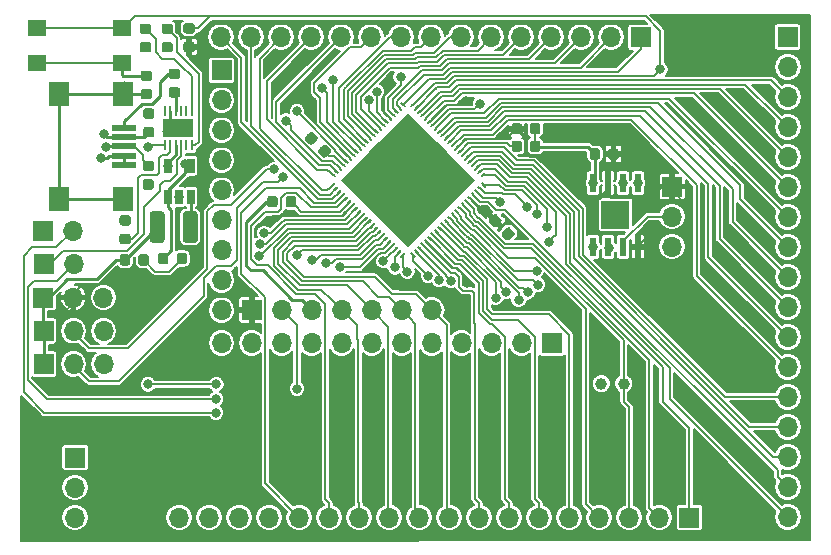
<source format=gtl>
G04 #@! TF.GenerationSoftware,KiCad,Pcbnew,5.0.1-33cea8e~68~ubuntu14.04.1*
G04 #@! TF.CreationDate,2018-11-21T09:55:10-08:00*
G04 #@! TF.ProjectId,evalboard1,6576616C626F617264312E6B69636164,rev?*
G04 #@! TF.SameCoordinates,Original*
G04 #@! TF.FileFunction,Copper,L1,Top,Signal*
G04 #@! TF.FilePolarity,Positive*
%FSLAX46Y46*%
G04 Gerber Fmt 4.6, Leading zero omitted, Abs format (unit mm)*
G04 Created by KiCad (PCBNEW 5.0.1-33cea8e~68~ubuntu14.04.1) date Wed 21 Nov 2018 09:55:10 AM PST*
%MOMM*%
%LPD*%
G01*
G04 APERTURE LIST*
G04 #@! TA.AperFunction,SMDPad,CuDef*
%ADD10C,8.000000*%
G04 #@! TD*
G04 #@! TA.AperFunction,Conductor*
%ADD11C,0.100000*%
G04 #@! TD*
G04 #@! TA.AperFunction,SMDPad,CuDef*
%ADD12C,0.200000*%
G04 #@! TD*
G04 #@! TA.AperFunction,Conductor*
%ADD13C,0.200000*%
G04 #@! TD*
G04 #@! TA.AperFunction,SMDPad,CuDef*
%ADD14C,0.875000*%
G04 #@! TD*
G04 #@! TA.AperFunction,SMDPad,CuDef*
%ADD15R,0.250000X0.850000*%
G04 #@! TD*
G04 #@! TA.AperFunction,SMDPad,CuDef*
%ADD16R,2.550000X1.650000*%
G04 #@! TD*
G04 #@! TA.AperFunction,ComponentPad*
%ADD17R,1.700000X1.700000*%
G04 #@! TD*
G04 #@! TA.AperFunction,ComponentPad*
%ADD18O,1.700000X1.700000*%
G04 #@! TD*
G04 #@! TA.AperFunction,SMDPad,CuDef*
%ADD19R,1.600000X1.400000*%
G04 #@! TD*
G04 #@! TA.AperFunction,ComponentPad*
%ADD20C,1.000000*%
G04 #@! TD*
G04 #@! TA.AperFunction,SMDPad,CuDef*
%ADD21R,0.650000X1.220000*%
G04 #@! TD*
G04 #@! TA.AperFunction,SMDPad,CuDef*
%ADD22C,1.250000*%
G04 #@! TD*
G04 #@! TA.AperFunction,SMDPad,CuDef*
%ADD23R,0.600000X1.550000*%
G04 #@! TD*
G04 #@! TA.AperFunction,SMDPad,CuDef*
%ADD24R,2.350000X2.350000*%
G04 #@! TD*
G04 #@! TA.AperFunction,SMDPad,CuDef*
%ADD25R,2.000000X0.500000*%
G04 #@! TD*
G04 #@! TA.AperFunction,SMDPad,CuDef*
%ADD26R,1.700000X2.000000*%
G04 #@! TD*
G04 #@! TA.AperFunction,ViaPad*
%ADD27C,0.800000*%
G04 #@! TD*
G04 #@! TA.AperFunction,Conductor*
%ADD28C,0.250000*%
G04 #@! TD*
G04 #@! TA.AperFunction,Conductor*
%ADD29C,0.160000*%
G04 #@! TD*
G04 APERTURE END LIST*
D10*
G04 #@! TO.P,U1,DAP*
G04 #@! TO.N,GND*
X125140000Y-87280000D03*
D11*
G04 #@! TD*
G04 #@! TO.N,GND*
G04 #@! TO.C,U1*
G36*
X119483146Y-87280000D02*
X125140000Y-81623146D01*
X130796854Y-87280000D01*
X125140000Y-92936854D01*
X119483146Y-87280000D01*
X119483146Y-87280000D01*
G37*
D12*
G04 #@! TO.P,U1,88*
G04 #@! TO.N,RESET*
X125564264Y-80916039D03*
D13*
G04 #@! TD*
G04 #@! TO.N,RESET*
G04 #@! TO.C,U1*
X125422843Y-81057460D02*
X125705685Y-80774618D01*
D12*
G04 #@! TO.P,U1,87*
G04 #@! TO.N,701.1*
X125847107Y-81198882D03*
D13*
G04 #@! TD*
G04 #@! TO.N,701.1*
G04 #@! TO.C,U1*
X125705686Y-81340303D02*
X125988528Y-81057461D01*
D12*
G04 #@! TO.P,U1,86*
G04 #@! TO.N,701.17*
X126129949Y-81481724D03*
D13*
G04 #@! TD*
G04 #@! TO.N,701.17*
G04 #@! TO.C,U1*
X125988528Y-81623145D02*
X126271370Y-81340303D01*
D12*
G04 #@! TO.P,U1,85*
G04 #@! TO.N,705.17*
X126412792Y-81764567D03*
D13*
G04 #@! TD*
G04 #@! TO.N,705.17*
G04 #@! TO.C,U1*
X126271371Y-81905988D02*
X126554213Y-81623146D01*
D12*
G04 #@! TO.P,U1,84*
G04 #@! TO.N,705.5*
X126695635Y-82047410D03*
D13*
G04 #@! TD*
G04 #@! TO.N,705.5*
G04 #@! TO.C,U1*
X126554214Y-82188831D02*
X126837056Y-81905989D01*
D12*
G04 #@! TO.P,U1,83*
G04 #@! TO.N,vccC*
X126978478Y-82330253D03*
D13*
G04 #@! TD*
G04 #@! TO.N,vccC*
G04 #@! TO.C,U1*
X126837057Y-82471674D02*
X127119899Y-82188832D01*
D12*
G04 #@! TO.P,U1,82*
G04 #@! TO.N,vccI*
X127261320Y-82613095D03*
D13*
G04 #@! TD*
G04 #@! TO.N,vccI*
G04 #@! TO.C,U1*
X127119899Y-82754516D02*
X127402741Y-82471674D01*
D12*
G04 #@! TO.P,U1,81*
G04 #@! TO.N,705.3*
X127544163Y-82895938D03*
D13*
G04 #@! TD*
G04 #@! TO.N,705.3*
G04 #@! TO.C,U1*
X127402742Y-83037359D02*
X127685584Y-82754517D01*
D12*
G04 #@! TO.P,U1,80*
G04 #@! TO.N,705.1*
X127827006Y-83178781D03*
D13*
G04 #@! TD*
G04 #@! TO.N,705.1*
G04 #@! TO.C,U1*
X127685585Y-83320202D02*
X127968427Y-83037360D01*
D12*
G04 #@! TO.P,U1,79*
G04 #@! TO.N,708.1*
X128109848Y-83461623D03*
D13*
G04 #@! TD*
G04 #@! TO.N,708.1*
G04 #@! TO.C,U1*
X127968427Y-83603044D02*
X128251269Y-83320202D01*
D12*
G04 #@! TO.P,U1,78*
G04 #@! TO.N,708.17*
X128392691Y-83744466D03*
D13*
G04 #@! TD*
G04 #@! TO.N,708.17*
G04 #@! TO.C,U1*
X128251270Y-83885887D02*
X128534112Y-83603045D01*
D12*
G04 #@! TO.P,U1,77*
G04 #@! TO.N,709.ao*
X128675534Y-84027309D03*
D13*
G04 #@! TD*
G04 #@! TO.N,709.ao*
G04 #@! TO.C,U1*
X128534113Y-84168730D02*
X128816955Y-83885888D01*
D12*
G04 #@! TO.P,U1,76*
G04 #@! TO.N,709.ai*
X128958377Y-84310152D03*
D13*
G04 #@! TD*
G04 #@! TO.N,709.ai*
G04 #@! TO.C,U1*
X128816956Y-84451573D02*
X129099798Y-84168731D01*
D12*
G04 #@! TO.P,U1,75*
G04 #@! TO.N,vccC*
X129241219Y-84592994D03*
D13*
G04 #@! TD*
G04 #@! TO.N,vccC*
G04 #@! TO.C,U1*
X129099798Y-84734415D02*
X129382640Y-84451573D01*
D12*
G04 #@! TO.P,U1,74*
G04 #@! TO.N,vccA*
X129524062Y-84875837D03*
D13*
G04 #@! TD*
G04 #@! TO.N,vccA*
G04 #@! TO.C,U1*
X129382641Y-85017258D02*
X129665483Y-84734416D01*
D12*
G04 #@! TO.P,U1,73*
G04 #@! TO.N,713ai*
X129806905Y-85158680D03*
D13*
G04 #@! TD*
G04 #@! TO.N,713ai*
G04 #@! TO.C,U1*
X129665484Y-85300101D02*
X129948326Y-85017259D01*
D12*
G04 #@! TO.P,U1,72*
G04 #@! TO.N,713.ao*
X130089747Y-85441522D03*
D13*
G04 #@! TD*
G04 #@! TO.N,713.ao*
G04 #@! TO.C,U1*
X129948326Y-85582943D02*
X130231168Y-85300101D01*
D12*
G04 #@! TO.P,U1,71*
G04 #@! TO.N,715.17*
X130372590Y-85724365D03*
D13*
G04 #@! TD*
G04 #@! TO.N,715.17*
G04 #@! TO.C,U1*
X130231169Y-85865786D02*
X130514011Y-85582944D01*
D12*
G04 #@! TO.P,U1,70*
G04 #@! TO.N,717.ao*
X130655433Y-86007208D03*
D13*
G04 #@! TD*
G04 #@! TO.N,717.ao*
G04 #@! TO.C,U1*
X130514012Y-86148629D02*
X130796854Y-85865787D01*
D12*
G04 #@! TO.P,U1,69*
G04 #@! TO.N,717.ai*
X130938276Y-86290051D03*
D13*
G04 #@! TD*
G04 #@! TO.N,717.ai*
G04 #@! TO.C,U1*
X130796855Y-86431472D02*
X131079697Y-86148630D01*
D12*
G04 #@! TO.P,U1,68*
G04 #@! TO.N,a0*
X131221118Y-86572893D03*
D13*
G04 #@! TD*
G04 #@! TO.N,a0*
G04 #@! TO.C,U1*
X131079697Y-86714314D02*
X131362539Y-86431472D01*
D12*
G04 #@! TO.P,U1,67*
G04 #@! TO.N,a1*
X131503961Y-86855736D03*
D13*
G04 #@! TD*
G04 #@! TO.N,a1*
G04 #@! TO.C,U1*
X131362540Y-86997157D02*
X131645382Y-86714315D01*
D12*
G04 #@! TO.P,U1,66*
G04 #@! TO.N,a2*
X131503961Y-87704264D03*
D13*
G04 #@! TD*
G04 #@! TO.N,a2*
G04 #@! TO.C,U1*
X131362540Y-87562843D02*
X131645382Y-87845685D01*
D12*
G04 #@! TO.P,U1,65*
G04 #@! TO.N,a3*
X131221118Y-87987107D03*
D13*
G04 #@! TD*
G04 #@! TO.N,a3*
G04 #@! TO.C,U1*
X131079697Y-87845686D02*
X131362539Y-88128528D01*
D12*
G04 #@! TO.P,U1,64*
G04 #@! TO.N,vccI*
X130938276Y-88269949D03*
D13*
G04 #@! TD*
G04 #@! TO.N,vccI*
G04 #@! TO.C,U1*
X130796855Y-88128528D02*
X131079697Y-88411370D01*
D12*
G04 #@! TO.P,U1,63*
G04 #@! TO.N,617.ao*
X130655433Y-88552792D03*
D13*
G04 #@! TD*
G04 #@! TO.N,617.ao*
G04 #@! TO.C,U1*
X130514012Y-88411371D02*
X130796854Y-88694213D01*
D12*
G04 #@! TO.P,U1,62*
G04 #@! TO.N,vccC*
X130372590Y-88835635D03*
D13*
G04 #@! TD*
G04 #@! TO.N,vccC*
G04 #@! TO.C,U1*
X130231169Y-88694214D02*
X130514011Y-88977056D01*
D12*
G04 #@! TO.P,U1,61*
G04 #@! TO.N,617.a1*
X130089747Y-89118478D03*
D13*
G04 #@! TD*
G04 #@! TO.N,617.a1*
G04 #@! TO.C,U1*
X129948326Y-88977057D02*
X130231168Y-89259899D01*
D12*
G04 #@! TO.P,U1,60*
G04 #@! TO.N,517.17*
X129806905Y-89401320D03*
D13*
G04 #@! TD*
G04 #@! TO.N,517.17*
G04 #@! TO.C,U1*
X129665484Y-89259899D02*
X129948326Y-89542741D01*
D12*
G04 #@! TO.P,U1,59*
G04 #@! TO.N,417.17*
X129524062Y-89684163D03*
D13*
G04 #@! TD*
G04 #@! TO.N,417.17*
G04 #@! TO.C,U1*
X129382641Y-89542742D02*
X129665483Y-89825584D01*
D12*
G04 #@! TO.P,U1,58*
G04 #@! TO.N,a4*
X129241219Y-89967006D03*
D13*
G04 #@! TD*
G04 #@! TO.N,a4*
G04 #@! TO.C,U1*
X129099798Y-89825585D02*
X129382640Y-90108427D01*
D12*
G04 #@! TO.P,U1,57*
G04 #@! TO.N,a5*
X128958377Y-90249848D03*
D13*
G04 #@! TD*
G04 #@! TO.N,a5*
G04 #@! TO.C,U1*
X128816956Y-90108427D02*
X129099798Y-90391269D01*
D12*
G04 #@! TO.P,U1,56*
G04 #@! TO.N,a6*
X128675534Y-90532691D03*
D13*
G04 #@! TD*
G04 #@! TO.N,a6*
G04 #@! TO.C,U1*
X128534113Y-90391270D02*
X128816955Y-90674112D01*
D12*
G04 #@! TO.P,U1,55*
G04 #@! TO.N,a7*
X128392691Y-90815534D03*
D13*
G04 #@! TD*
G04 #@! TO.N,a7*
G04 #@! TO.C,U1*
X128251270Y-90674113D02*
X128534112Y-90956955D01*
D12*
G04 #@! TO.P,U1,54*
G04 #@! TO.N,a8*
X128109848Y-91098377D03*
D13*
G04 #@! TD*
G04 #@! TO.N,a8*
G04 #@! TO.C,U1*
X127968427Y-90956956D02*
X128251269Y-91239798D01*
D12*
G04 #@! TO.P,U1,53*
G04 #@! TO.N,a9*
X127827006Y-91381219D03*
D13*
G04 #@! TD*
G04 #@! TO.N,a9*
G04 #@! TO.C,U1*
X127685585Y-91239798D02*
X127968427Y-91522640D01*
D12*
G04 #@! TO.P,U1,52*
G04 #@! TO.N,317.17*
X127544163Y-91664062D03*
D13*
G04 #@! TD*
G04 #@! TO.N,317.17*
G04 #@! TO.C,U1*
X127402742Y-91522641D02*
X127685584Y-91805483D01*
D12*
G04 #@! TO.P,U1,51*
G04 #@! TO.N,217.17*
X127261320Y-91946905D03*
D13*
G04 #@! TD*
G04 #@! TO.N,217.17*
G04 #@! TO.C,U1*
X127119899Y-91805484D02*
X127402741Y-92088326D01*
D12*
G04 #@! TO.P,U1,50*
G04 #@! TO.N,117.ao*
X126978478Y-92229747D03*
D13*
G04 #@! TD*
G04 #@! TO.N,117.ao*
G04 #@! TO.C,U1*
X126837057Y-92088326D02*
X127119899Y-92371168D01*
D12*
G04 #@! TO.P,U1,49*
G04 #@! TO.N,vccC*
X126695635Y-92512590D03*
D13*
G04 #@! TD*
G04 #@! TO.N,vccC*
G04 #@! TO.C,U1*
X126554214Y-92371169D02*
X126837056Y-92654011D01*
D12*
G04 #@! TO.P,U1,48*
G04 #@! TO.N,117.ai*
X126412792Y-92795433D03*
D13*
G04 #@! TD*
G04 #@! TO.N,117.ai*
G04 #@! TO.C,U1*
X126271371Y-92654012D02*
X126554213Y-92936854D01*
D12*
G04 #@! TO.P,U1,47*
G04 #@! TO.N,vccI*
X126129949Y-93078276D03*
D13*
G04 #@! TD*
G04 #@! TO.N,vccI*
G04 #@! TO.C,U1*
X125988528Y-92936855D02*
X126271370Y-93219697D01*
D12*
G04 #@! TO.P,U1,46*
G04 #@! TO.N,a10*
X125847107Y-93361118D03*
D13*
G04 #@! TD*
G04 #@! TO.N,a10*
G04 #@! TO.C,U1*
X125705686Y-93219697D02*
X125988528Y-93502539D01*
D12*
G04 #@! TO.P,U1,45*
G04 #@! TO.N,a11*
X125564264Y-93643961D03*
D13*
G04 #@! TD*
G04 #@! TO.N,a11*
G04 #@! TO.C,U1*
X125422843Y-93502540D02*
X125705685Y-93785382D01*
D12*
G04 #@! TO.P,U1,44*
G04 #@! TO.N,a12*
X124715736Y-93643961D03*
D13*
G04 #@! TD*
G04 #@! TO.N,a12*
G04 #@! TO.C,U1*
X124574315Y-93785382D02*
X124857157Y-93502540D01*
D12*
G04 #@! TO.P,U1,43*
G04 #@! TO.N,a13*
X124432893Y-93361118D03*
D13*
G04 #@! TD*
G04 #@! TO.N,a13*
G04 #@! TO.C,U1*
X124291472Y-93502539D02*
X124574314Y-93219697D01*
D12*
G04 #@! TO.P,U1,42*
G04 #@! TO.N,a14*
X124150051Y-93078276D03*
D13*
G04 #@! TD*
G04 #@! TO.N,a14*
G04 #@! TO.C,U1*
X124008630Y-93219697D02*
X124291472Y-92936855D01*
D12*
G04 #@! TO.P,U1,41*
G04 #@! TO.N,vccC*
X123867208Y-92795433D03*
D13*
G04 #@! TD*
G04 #@! TO.N,vccC*
G04 #@! TO.C,U1*
X123725787Y-92936854D02*
X124008629Y-92654012D01*
D12*
G04 #@! TO.P,U1,40*
G04 #@! TO.N,vccI*
X123584365Y-92512590D03*
D13*
G04 #@! TD*
G04 #@! TO.N,vccI*
G04 #@! TO.C,U1*
X123442944Y-92654011D02*
X123725786Y-92371169D01*
D12*
G04 #@! TO.P,U1,39*
G04 #@! TO.N,a15*
X123301522Y-92229747D03*
D13*
G04 #@! TD*
G04 #@! TO.N,a15*
G04 #@! TO.C,U1*
X123160101Y-92371168D02*
X123442943Y-92088326D01*
D12*
G04 #@! TO.P,U1,38*
G04 #@! TO.N,a16*
X123018680Y-91946905D03*
D13*
G04 #@! TD*
G04 #@! TO.N,a16*
G04 #@! TO.C,U1*
X122877259Y-92088326D02*
X123160101Y-91805484D01*
D12*
G04 #@! TO.P,U1,37*
G04 #@! TO.N,a17*
X122735837Y-91664062D03*
D13*
G04 #@! TD*
G04 #@! TO.N,a17*
G04 #@! TO.C,U1*
X122594416Y-91805483D02*
X122877258Y-91522641D01*
D12*
G04 #@! TO.P,U1,36*
G04 #@! TO.N,008.1*
X122452994Y-91381219D03*
D13*
G04 #@! TD*
G04 #@! TO.N,008.1*
G04 #@! TO.C,U1*
X122311573Y-91522640D02*
X122594415Y-91239798D01*
D12*
G04 #@! TO.P,U1,35*
G04 #@! TO.N,008.3*
X122170152Y-91098377D03*
D13*
G04 #@! TD*
G04 #@! TO.N,008.3*
G04 #@! TO.C,U1*
X122028731Y-91239798D02*
X122311573Y-90956956D01*
D12*
G04 #@! TO.P,U1,34*
G04 #@! TO.N,008.5*
X121887309Y-90815534D03*
D13*
G04 #@! TD*
G04 #@! TO.N,008.5*
G04 #@! TO.C,U1*
X121745888Y-90956955D02*
X122028730Y-90674113D01*
D12*
G04 #@! TO.P,U1,33*
G04 #@! TO.N,008.17*
X121604466Y-90532691D03*
D13*
G04 #@! TD*
G04 #@! TO.N,008.17*
G04 #@! TO.C,U1*
X121463045Y-90674112D02*
X121745887Y-90391270D01*
D12*
G04 #@! TO.P,U1,32*
G04 #@! TO.N,d17*
X121321623Y-90249848D03*
D13*
G04 #@! TD*
G04 #@! TO.N,d17*
G04 #@! TO.C,U1*
X121180202Y-90391269D02*
X121463044Y-90108427D01*
D12*
G04 #@! TO.P,U1,31*
G04 #@! TO.N,d16*
X121038781Y-89967006D03*
D13*
G04 #@! TD*
G04 #@! TO.N,d16*
G04 #@! TO.C,U1*
X120897360Y-90108427D02*
X121180202Y-89825585D01*
D12*
G04 #@! TO.P,U1,30*
G04 #@! TO.N,d15*
X120755938Y-89684163D03*
D13*
G04 #@! TD*
G04 #@! TO.N,d15*
G04 #@! TO.C,U1*
X120614517Y-89825584D02*
X120897359Y-89542742D01*
D12*
G04 #@! TO.P,U1,29*
G04 #@! TO.N,vccC*
X120473095Y-89401320D03*
D13*
G04 #@! TD*
G04 #@! TO.N,vccC*
G04 #@! TO.C,U1*
X120331674Y-89542741D02*
X120614516Y-89259899D01*
D12*
G04 #@! TO.P,U1,28*
G04 #@! TO.N,vccI*
X120190253Y-89118478D03*
D13*
G04 #@! TD*
G04 #@! TO.N,vccI*
G04 #@! TO.C,U1*
X120048832Y-89259899D02*
X120331674Y-88977057D01*
D12*
G04 #@! TO.P,U1,27*
G04 #@! TO.N,001.17*
X119907410Y-88835635D03*
D13*
G04 #@! TD*
G04 #@! TO.N,001.17*
G04 #@! TO.C,U1*
X119765989Y-88977056D02*
X120048831Y-88694214D01*
D12*
G04 #@! TO.P,U1,26*
G04 #@! TO.N,001.1*
X119624567Y-88552792D03*
D13*
G04 #@! TD*
G04 #@! TO.N,001.1*
G04 #@! TO.C,U1*
X119483146Y-88694213D02*
X119765988Y-88411371D01*
D12*
G04 #@! TO.P,U1,25*
G04 #@! TO.N,d14*
X119341724Y-88269949D03*
D13*
G04 #@! TD*
G04 #@! TO.N,d14*
G04 #@! TO.C,U1*
X119200303Y-88411370D02*
X119483145Y-88128528D01*
D12*
G04 #@! TO.P,U1,24*
G04 #@! TO.N,d13*
X119058882Y-87987107D03*
D13*
G04 #@! TD*
G04 #@! TO.N,d13*
G04 #@! TO.C,U1*
X118917461Y-88128528D02*
X119200303Y-87845686D01*
D12*
G04 #@! TO.P,U1,23*
G04 #@! TO.N,d12*
X118776039Y-87704264D03*
D13*
G04 #@! TD*
G04 #@! TO.N,d12*
G04 #@! TO.C,U1*
X118634618Y-87845685D02*
X118917460Y-87562843D01*
D12*
G04 #@! TO.P,U1,22*
G04 #@! TO.N,d11*
X118776039Y-86855736D03*
D13*
G04 #@! TD*
G04 #@! TO.N,d11*
G04 #@! TO.C,U1*
X118634618Y-86714315D02*
X118917460Y-86997157D01*
D12*
G04 #@! TO.P,U1,21*
G04 #@! TO.N,d10*
X119058882Y-86572893D03*
D13*
G04 #@! TD*
G04 #@! TO.N,d10*
G04 #@! TO.C,U1*
X118917461Y-86431472D02*
X119200303Y-86714314D01*
D12*
G04 #@! TO.P,U1,20*
G04 #@! TO.N,100.17*
X119341724Y-86290051D03*
D13*
G04 #@! TD*
G04 #@! TO.N,100.17*
G04 #@! TO.C,U1*
X119200303Y-86148630D02*
X119483145Y-86431472D01*
D12*
G04 #@! TO.P,U1,19*
G04 #@! TO.N,vccI*
X119624567Y-86007208D03*
D13*
G04 #@! TD*
G04 #@! TO.N,vccI*
G04 #@! TO.C,U1*
X119483146Y-85865787D02*
X119765988Y-86148629D01*
D12*
G04 #@! TO.P,U1,18*
G04 #@! TO.N,200.17*
X119907410Y-85724365D03*
D13*
G04 #@! TD*
G04 #@! TO.N,200.17*
G04 #@! TO.C,U1*
X119765989Y-85582944D02*
X120048831Y-85865786D01*
D12*
G04 #@! TO.P,U1,17*
G04 #@! TO.N,vccC*
X120190253Y-85441522D03*
D13*
G04 #@! TD*
G04 #@! TO.N,vccC*
G04 #@! TO.C,U1*
X120048832Y-85300101D02*
X120331674Y-85582943D01*
D12*
G04 #@! TO.P,U1,16*
G04 #@! TO.N,d9*
X120473095Y-85158680D03*
D13*
G04 #@! TD*
G04 #@! TO.N,d9*
G04 #@! TO.C,U1*
X120331674Y-85017259D02*
X120614516Y-85300101D01*
D12*
G04 #@! TO.P,U1,15*
G04 #@! TO.N,300.1*
X120755938Y-84875837D03*
D13*
G04 #@! TD*
G04 #@! TO.N,300.1*
G04 #@! TO.C,U1*
X120614517Y-84734416D02*
X120897359Y-85017258D01*
D12*
G04 #@! TO.P,U1,14*
G04 #@! TO.N,300.17*
X121038781Y-84592994D03*
D13*
G04 #@! TD*
G04 #@! TO.N,300.17*
G04 #@! TO.C,U1*
X120897360Y-84451573D02*
X121180202Y-84734415D01*
D12*
G04 #@! TO.P,U1,13*
G04 #@! TO.N,d8*
X121321623Y-84310152D03*
D13*
G04 #@! TD*
G04 #@! TO.N,d8*
G04 #@! TO.C,U1*
X121180202Y-84168731D02*
X121463044Y-84451573D01*
D12*
G04 #@! TO.P,U1,12*
G04 #@! TO.N,d7*
X121604466Y-84027309D03*
D13*
G04 #@! TD*
G04 #@! TO.N,d7*
G04 #@! TO.C,U1*
X121463045Y-83885888D02*
X121745887Y-84168730D01*
D12*
G04 #@! TO.P,U1,11*
G04 #@! TO.N,d6*
X121887309Y-83744466D03*
D13*
G04 #@! TD*
G04 #@! TO.N,d6*
G04 #@! TO.C,U1*
X121745888Y-83603045D02*
X122028730Y-83885887D01*
D12*
G04 #@! TO.P,U1,10*
G04 #@! TO.N,d5*
X122170152Y-83461623D03*
D13*
G04 #@! TD*
G04 #@! TO.N,d5*
G04 #@! TO.C,U1*
X122028731Y-83320202D02*
X122311573Y-83603044D01*
D12*
G04 #@! TO.P,U1,9*
G04 #@! TO.N,d4*
X122452994Y-83178781D03*
D13*
G04 #@! TD*
G04 #@! TO.N,d4*
G04 #@! TO.C,U1*
X122311573Y-83037360D02*
X122594415Y-83320202D01*
D12*
G04 #@! TO.P,U1,8*
G04 #@! TO.N,d3*
X122735837Y-82895938D03*
D13*
G04 #@! TD*
G04 #@! TO.N,d3*
G04 #@! TO.C,U1*
X122594416Y-82754517D02*
X122877258Y-83037359D01*
D12*
G04 #@! TO.P,U1,7*
G04 #@! TO.N,500.17*
X123018680Y-82613095D03*
D13*
G04 #@! TD*
G04 #@! TO.N,500.17*
G04 #@! TO.C,U1*
X122877259Y-82471674D02*
X123160101Y-82754516D01*
D12*
G04 #@! TO.P,U1,6*
G04 #@! TO.N,600.17*
X123301522Y-82330253D03*
D13*
G04 #@! TD*
G04 #@! TO.N,600.17*
G04 #@! TO.C,U1*
X123160101Y-82188832D02*
X123442943Y-82471674D01*
D12*
G04 #@! TO.P,U1,5*
G04 #@! TO.N,vccC*
X123584365Y-82047410D03*
D13*
G04 #@! TD*
G04 #@! TO.N,vccC*
G04 #@! TO.C,U1*
X123442944Y-81905989D02*
X123725786Y-82188831D01*
D12*
G04 #@! TO.P,U1,4*
G04 #@! TO.N,vccI*
X123867208Y-81764567D03*
D13*
G04 #@! TD*
G04 #@! TO.N,vccI*
G04 #@! TO.C,U1*
X123725787Y-81623146D02*
X124008629Y-81905988D01*
D12*
G04 #@! TO.P,U1,3*
G04 #@! TO.N,d2*
X124150051Y-81481724D03*
D13*
G04 #@! TD*
G04 #@! TO.N,d2*
G04 #@! TO.C,U1*
X124008630Y-81340303D02*
X124291472Y-81623145D01*
D12*
G04 #@! TO.P,U1,2*
G04 #@! TO.N,d1*
X124432893Y-81198882D03*
D13*
G04 #@! TD*
G04 #@! TO.N,d1*
G04 #@! TO.C,U1*
X124291472Y-81057461D02*
X124574314Y-81340303D01*
D12*
G04 #@! TO.P,U1,1*
G04 #@! TO.N,d0*
X124715736Y-80916039D03*
D13*
G04 #@! TD*
G04 #@! TO.N,d0*
G04 #@! TO.C,U1*
X124574315Y-80774618D02*
X124857157Y-81057460D01*
D11*
G04 #@! TO.N,GND*
G04 #@! TO.C,C12*
G36*
X102980191Y-93586053D02*
X103001426Y-93589203D01*
X103022250Y-93594419D01*
X103042462Y-93601651D01*
X103061868Y-93610830D01*
X103080281Y-93621866D01*
X103097524Y-93634654D01*
X103113430Y-93649070D01*
X103127846Y-93664976D01*
X103140634Y-93682219D01*
X103151670Y-93700632D01*
X103160849Y-93720038D01*
X103168081Y-93740250D01*
X103173297Y-93761074D01*
X103176447Y-93782309D01*
X103177500Y-93803750D01*
X103177500Y-94316250D01*
X103176447Y-94337691D01*
X103173297Y-94358926D01*
X103168081Y-94379750D01*
X103160849Y-94399962D01*
X103151670Y-94419368D01*
X103140634Y-94437781D01*
X103127846Y-94455024D01*
X103113430Y-94470930D01*
X103097524Y-94485346D01*
X103080281Y-94498134D01*
X103061868Y-94509170D01*
X103042462Y-94518349D01*
X103022250Y-94525581D01*
X103001426Y-94530797D01*
X102980191Y-94533947D01*
X102958750Y-94535000D01*
X102521250Y-94535000D01*
X102499809Y-94533947D01*
X102478574Y-94530797D01*
X102457750Y-94525581D01*
X102437538Y-94518349D01*
X102418132Y-94509170D01*
X102399719Y-94498134D01*
X102382476Y-94485346D01*
X102366570Y-94470930D01*
X102352154Y-94455024D01*
X102339366Y-94437781D01*
X102328330Y-94419368D01*
X102319151Y-94399962D01*
X102311919Y-94379750D01*
X102306703Y-94358926D01*
X102303553Y-94337691D01*
X102302500Y-94316250D01*
X102302500Y-93803750D01*
X102303553Y-93782309D01*
X102306703Y-93761074D01*
X102311919Y-93740250D01*
X102319151Y-93720038D01*
X102328330Y-93700632D01*
X102339366Y-93682219D01*
X102352154Y-93664976D01*
X102366570Y-93649070D01*
X102382476Y-93634654D01*
X102399719Y-93621866D01*
X102418132Y-93610830D01*
X102437538Y-93601651D01*
X102457750Y-93594419D01*
X102478574Y-93589203D01*
X102499809Y-93586053D01*
X102521250Y-93585000D01*
X102958750Y-93585000D01*
X102980191Y-93586053D01*
X102980191Y-93586053D01*
G37*
D14*
G04 #@! TD*
G04 #@! TO.P,C12,2*
G04 #@! TO.N,GND*
X102740000Y-94060000D03*
D11*
G04 #@! TO.N,1.8v*
G04 #@! TO.C,C12*
G36*
X101405191Y-93586053D02*
X101426426Y-93589203D01*
X101447250Y-93594419D01*
X101467462Y-93601651D01*
X101486868Y-93610830D01*
X101505281Y-93621866D01*
X101522524Y-93634654D01*
X101538430Y-93649070D01*
X101552846Y-93664976D01*
X101565634Y-93682219D01*
X101576670Y-93700632D01*
X101585849Y-93720038D01*
X101593081Y-93740250D01*
X101598297Y-93761074D01*
X101601447Y-93782309D01*
X101602500Y-93803750D01*
X101602500Y-94316250D01*
X101601447Y-94337691D01*
X101598297Y-94358926D01*
X101593081Y-94379750D01*
X101585849Y-94399962D01*
X101576670Y-94419368D01*
X101565634Y-94437781D01*
X101552846Y-94455024D01*
X101538430Y-94470930D01*
X101522524Y-94485346D01*
X101505281Y-94498134D01*
X101486868Y-94509170D01*
X101467462Y-94518349D01*
X101447250Y-94525581D01*
X101426426Y-94530797D01*
X101405191Y-94533947D01*
X101383750Y-94535000D01*
X100946250Y-94535000D01*
X100924809Y-94533947D01*
X100903574Y-94530797D01*
X100882750Y-94525581D01*
X100862538Y-94518349D01*
X100843132Y-94509170D01*
X100824719Y-94498134D01*
X100807476Y-94485346D01*
X100791570Y-94470930D01*
X100777154Y-94455024D01*
X100764366Y-94437781D01*
X100753330Y-94419368D01*
X100744151Y-94399962D01*
X100736919Y-94379750D01*
X100731703Y-94358926D01*
X100728553Y-94337691D01*
X100727500Y-94316250D01*
X100727500Y-93803750D01*
X100728553Y-93782309D01*
X100731703Y-93761074D01*
X100736919Y-93740250D01*
X100744151Y-93720038D01*
X100753330Y-93700632D01*
X100764366Y-93682219D01*
X100777154Y-93664976D01*
X100791570Y-93649070D01*
X100807476Y-93634654D01*
X100824719Y-93621866D01*
X100843132Y-93610830D01*
X100862538Y-93601651D01*
X100882750Y-93594419D01*
X100903574Y-93589203D01*
X100924809Y-93586053D01*
X100946250Y-93585000D01*
X101383750Y-93585000D01*
X101405191Y-93586053D01*
X101405191Y-93586053D01*
G37*
D14*
G04 #@! TD*
G04 #@! TO.P,C12,1*
G04 #@! TO.N,1.8v*
X101165000Y-94060000D03*
D11*
G04 #@! TO.N,usb3*
G04 #@! TO.C,C1*
G36*
X103417691Y-85658553D02*
X103438926Y-85661703D01*
X103459750Y-85666919D01*
X103479962Y-85674151D01*
X103499368Y-85683330D01*
X103517781Y-85694366D01*
X103535024Y-85707154D01*
X103550930Y-85721570D01*
X103565346Y-85737476D01*
X103578134Y-85754719D01*
X103589170Y-85773132D01*
X103598349Y-85792538D01*
X103605581Y-85812750D01*
X103610797Y-85833574D01*
X103613947Y-85854809D01*
X103615000Y-85876250D01*
X103615000Y-86313750D01*
X103613947Y-86335191D01*
X103610797Y-86356426D01*
X103605581Y-86377250D01*
X103598349Y-86397462D01*
X103589170Y-86416868D01*
X103578134Y-86435281D01*
X103565346Y-86452524D01*
X103550930Y-86468430D01*
X103535024Y-86482846D01*
X103517781Y-86495634D01*
X103499368Y-86506670D01*
X103479962Y-86515849D01*
X103459750Y-86523081D01*
X103438926Y-86528297D01*
X103417691Y-86531447D01*
X103396250Y-86532500D01*
X102883750Y-86532500D01*
X102862309Y-86531447D01*
X102841074Y-86528297D01*
X102820250Y-86523081D01*
X102800038Y-86515849D01*
X102780632Y-86506670D01*
X102762219Y-86495634D01*
X102744976Y-86482846D01*
X102729070Y-86468430D01*
X102714654Y-86452524D01*
X102701866Y-86435281D01*
X102690830Y-86416868D01*
X102681651Y-86397462D01*
X102674419Y-86377250D01*
X102669203Y-86356426D01*
X102666053Y-86335191D01*
X102665000Y-86313750D01*
X102665000Y-85876250D01*
X102666053Y-85854809D01*
X102669203Y-85833574D01*
X102674419Y-85812750D01*
X102681651Y-85792538D01*
X102690830Y-85773132D01*
X102701866Y-85754719D01*
X102714654Y-85737476D01*
X102729070Y-85721570D01*
X102744976Y-85707154D01*
X102762219Y-85694366D01*
X102780632Y-85683330D01*
X102800038Y-85674151D01*
X102820250Y-85666919D01*
X102841074Y-85661703D01*
X102862309Y-85658553D01*
X102883750Y-85657500D01*
X103396250Y-85657500D01*
X103417691Y-85658553D01*
X103417691Y-85658553D01*
G37*
D14*
G04 #@! TD*
G04 #@! TO.P,C1,1*
G04 #@! TO.N,usb3*
X103140000Y-86095000D03*
D11*
G04 #@! TO.N,GND*
G04 #@! TO.C,C1*
G36*
X103417691Y-87233553D02*
X103438926Y-87236703D01*
X103459750Y-87241919D01*
X103479962Y-87249151D01*
X103499368Y-87258330D01*
X103517781Y-87269366D01*
X103535024Y-87282154D01*
X103550930Y-87296570D01*
X103565346Y-87312476D01*
X103578134Y-87329719D01*
X103589170Y-87348132D01*
X103598349Y-87367538D01*
X103605581Y-87387750D01*
X103610797Y-87408574D01*
X103613947Y-87429809D01*
X103615000Y-87451250D01*
X103615000Y-87888750D01*
X103613947Y-87910191D01*
X103610797Y-87931426D01*
X103605581Y-87952250D01*
X103598349Y-87972462D01*
X103589170Y-87991868D01*
X103578134Y-88010281D01*
X103565346Y-88027524D01*
X103550930Y-88043430D01*
X103535024Y-88057846D01*
X103517781Y-88070634D01*
X103499368Y-88081670D01*
X103479962Y-88090849D01*
X103459750Y-88098081D01*
X103438926Y-88103297D01*
X103417691Y-88106447D01*
X103396250Y-88107500D01*
X102883750Y-88107500D01*
X102862309Y-88106447D01*
X102841074Y-88103297D01*
X102820250Y-88098081D01*
X102800038Y-88090849D01*
X102780632Y-88081670D01*
X102762219Y-88070634D01*
X102744976Y-88057846D01*
X102729070Y-88043430D01*
X102714654Y-88027524D01*
X102701866Y-88010281D01*
X102690830Y-87991868D01*
X102681651Y-87972462D01*
X102674419Y-87952250D01*
X102669203Y-87931426D01*
X102666053Y-87910191D01*
X102665000Y-87888750D01*
X102665000Y-87451250D01*
X102666053Y-87429809D01*
X102669203Y-87408574D01*
X102674419Y-87387750D01*
X102681651Y-87367538D01*
X102690830Y-87348132D01*
X102701866Y-87329719D01*
X102714654Y-87312476D01*
X102729070Y-87296570D01*
X102744976Y-87282154D01*
X102762219Y-87269366D01*
X102780632Y-87258330D01*
X102800038Y-87249151D01*
X102820250Y-87241919D01*
X102841074Y-87236703D01*
X102862309Y-87233553D01*
X102883750Y-87232500D01*
X103396250Y-87232500D01*
X103417691Y-87233553D01*
X103417691Y-87233553D01*
G37*
D14*
G04 #@! TD*
G04 #@! TO.P,C1,2*
G04 #@! TO.N,GND*
X103140000Y-87670000D03*
D11*
G04 #@! TO.N,GND*
G04 #@! TO.C,C2*
G36*
X103467691Y-81233553D02*
X103488926Y-81236703D01*
X103509750Y-81241919D01*
X103529962Y-81249151D01*
X103549368Y-81258330D01*
X103567781Y-81269366D01*
X103585024Y-81282154D01*
X103600930Y-81296570D01*
X103615346Y-81312476D01*
X103628134Y-81329719D01*
X103639170Y-81348132D01*
X103648349Y-81367538D01*
X103655581Y-81387750D01*
X103660797Y-81408574D01*
X103663947Y-81429809D01*
X103665000Y-81451250D01*
X103665000Y-81888750D01*
X103663947Y-81910191D01*
X103660797Y-81931426D01*
X103655581Y-81952250D01*
X103648349Y-81972462D01*
X103639170Y-81991868D01*
X103628134Y-82010281D01*
X103615346Y-82027524D01*
X103600930Y-82043430D01*
X103585024Y-82057846D01*
X103567781Y-82070634D01*
X103549368Y-82081670D01*
X103529962Y-82090849D01*
X103509750Y-82098081D01*
X103488926Y-82103297D01*
X103467691Y-82106447D01*
X103446250Y-82107500D01*
X102933750Y-82107500D01*
X102912309Y-82106447D01*
X102891074Y-82103297D01*
X102870250Y-82098081D01*
X102850038Y-82090849D01*
X102830632Y-82081670D01*
X102812219Y-82070634D01*
X102794976Y-82057846D01*
X102779070Y-82043430D01*
X102764654Y-82027524D01*
X102751866Y-82010281D01*
X102740830Y-81991868D01*
X102731651Y-81972462D01*
X102724419Y-81952250D01*
X102719203Y-81931426D01*
X102716053Y-81910191D01*
X102715000Y-81888750D01*
X102715000Y-81451250D01*
X102716053Y-81429809D01*
X102719203Y-81408574D01*
X102724419Y-81387750D01*
X102731651Y-81367538D01*
X102740830Y-81348132D01*
X102751866Y-81329719D01*
X102764654Y-81312476D01*
X102779070Y-81296570D01*
X102794976Y-81282154D01*
X102812219Y-81269366D01*
X102830632Y-81258330D01*
X102850038Y-81249151D01*
X102870250Y-81241919D01*
X102891074Y-81236703D01*
X102912309Y-81233553D01*
X102933750Y-81232500D01*
X103446250Y-81232500D01*
X103467691Y-81233553D01*
X103467691Y-81233553D01*
G37*
D14*
G04 #@! TD*
G04 #@! TO.P,C2,2*
G04 #@! TO.N,GND*
X103190000Y-81670000D03*
D11*
G04 #@! TO.N,usb2*
G04 #@! TO.C,C2*
G36*
X103467691Y-82808553D02*
X103488926Y-82811703D01*
X103509750Y-82816919D01*
X103529962Y-82824151D01*
X103549368Y-82833330D01*
X103567781Y-82844366D01*
X103585024Y-82857154D01*
X103600930Y-82871570D01*
X103615346Y-82887476D01*
X103628134Y-82904719D01*
X103639170Y-82923132D01*
X103648349Y-82942538D01*
X103655581Y-82962750D01*
X103660797Y-82983574D01*
X103663947Y-83004809D01*
X103665000Y-83026250D01*
X103665000Y-83463750D01*
X103663947Y-83485191D01*
X103660797Y-83506426D01*
X103655581Y-83527250D01*
X103648349Y-83547462D01*
X103639170Y-83566868D01*
X103628134Y-83585281D01*
X103615346Y-83602524D01*
X103600930Y-83618430D01*
X103585024Y-83632846D01*
X103567781Y-83645634D01*
X103549368Y-83656670D01*
X103529962Y-83665849D01*
X103509750Y-83673081D01*
X103488926Y-83678297D01*
X103467691Y-83681447D01*
X103446250Y-83682500D01*
X102933750Y-83682500D01*
X102912309Y-83681447D01*
X102891074Y-83678297D01*
X102870250Y-83673081D01*
X102850038Y-83665849D01*
X102830632Y-83656670D01*
X102812219Y-83645634D01*
X102794976Y-83632846D01*
X102779070Y-83618430D01*
X102764654Y-83602524D01*
X102751866Y-83585281D01*
X102740830Y-83566868D01*
X102731651Y-83547462D01*
X102724419Y-83527250D01*
X102719203Y-83506426D01*
X102716053Y-83485191D01*
X102715000Y-83463750D01*
X102715000Y-83026250D01*
X102716053Y-83004809D01*
X102719203Y-82983574D01*
X102724419Y-82962750D01*
X102731651Y-82942538D01*
X102740830Y-82923132D01*
X102751866Y-82904719D01*
X102764654Y-82887476D01*
X102779070Y-82871570D01*
X102794976Y-82857154D01*
X102812219Y-82844366D01*
X102830632Y-82833330D01*
X102850038Y-82824151D01*
X102870250Y-82816919D01*
X102891074Y-82811703D01*
X102912309Y-82808553D01*
X102933750Y-82807500D01*
X103446250Y-82807500D01*
X103467691Y-82808553D01*
X103467691Y-82808553D01*
G37*
D14*
G04 #@! TD*
G04 #@! TO.P,C2,1*
G04 #@! TO.N,usb2*
X103190000Y-83245000D03*
D11*
G04 #@! TO.N,GND*
G04 #@! TO.C,C3*
G36*
X136150191Y-83956053D02*
X136171426Y-83959203D01*
X136192250Y-83964419D01*
X136212462Y-83971651D01*
X136231868Y-83980830D01*
X136250281Y-83991866D01*
X136267524Y-84004654D01*
X136283430Y-84019070D01*
X136297846Y-84034976D01*
X136310634Y-84052219D01*
X136321670Y-84070632D01*
X136330849Y-84090038D01*
X136338081Y-84110250D01*
X136343297Y-84131074D01*
X136346447Y-84152309D01*
X136347500Y-84173750D01*
X136347500Y-84686250D01*
X136346447Y-84707691D01*
X136343297Y-84728926D01*
X136338081Y-84749750D01*
X136330849Y-84769962D01*
X136321670Y-84789368D01*
X136310634Y-84807781D01*
X136297846Y-84825024D01*
X136283430Y-84840930D01*
X136267524Y-84855346D01*
X136250281Y-84868134D01*
X136231868Y-84879170D01*
X136212462Y-84888349D01*
X136192250Y-84895581D01*
X136171426Y-84900797D01*
X136150191Y-84903947D01*
X136128750Y-84905000D01*
X135691250Y-84905000D01*
X135669809Y-84903947D01*
X135648574Y-84900797D01*
X135627750Y-84895581D01*
X135607538Y-84888349D01*
X135588132Y-84879170D01*
X135569719Y-84868134D01*
X135552476Y-84855346D01*
X135536570Y-84840930D01*
X135522154Y-84825024D01*
X135509366Y-84807781D01*
X135498330Y-84789368D01*
X135489151Y-84769962D01*
X135481919Y-84749750D01*
X135476703Y-84728926D01*
X135473553Y-84707691D01*
X135472500Y-84686250D01*
X135472500Y-84173750D01*
X135473553Y-84152309D01*
X135476703Y-84131074D01*
X135481919Y-84110250D01*
X135489151Y-84090038D01*
X135498330Y-84070632D01*
X135509366Y-84052219D01*
X135522154Y-84034976D01*
X135536570Y-84019070D01*
X135552476Y-84004654D01*
X135569719Y-83991866D01*
X135588132Y-83980830D01*
X135607538Y-83971651D01*
X135627750Y-83964419D01*
X135648574Y-83959203D01*
X135669809Y-83956053D01*
X135691250Y-83955000D01*
X136128750Y-83955000D01*
X136150191Y-83956053D01*
X136150191Y-83956053D01*
G37*
D14*
G04 #@! TD*
G04 #@! TO.P,C3,2*
G04 #@! TO.N,GND*
X135910000Y-84430000D03*
D11*
G04 #@! TO.N,vccA*
G04 #@! TO.C,C3*
G36*
X134575191Y-83956053D02*
X134596426Y-83959203D01*
X134617250Y-83964419D01*
X134637462Y-83971651D01*
X134656868Y-83980830D01*
X134675281Y-83991866D01*
X134692524Y-84004654D01*
X134708430Y-84019070D01*
X134722846Y-84034976D01*
X134735634Y-84052219D01*
X134746670Y-84070632D01*
X134755849Y-84090038D01*
X134763081Y-84110250D01*
X134768297Y-84131074D01*
X134771447Y-84152309D01*
X134772500Y-84173750D01*
X134772500Y-84686250D01*
X134771447Y-84707691D01*
X134768297Y-84728926D01*
X134763081Y-84749750D01*
X134755849Y-84769962D01*
X134746670Y-84789368D01*
X134735634Y-84807781D01*
X134722846Y-84825024D01*
X134708430Y-84840930D01*
X134692524Y-84855346D01*
X134675281Y-84868134D01*
X134656868Y-84879170D01*
X134637462Y-84888349D01*
X134617250Y-84895581D01*
X134596426Y-84900797D01*
X134575191Y-84903947D01*
X134553750Y-84905000D01*
X134116250Y-84905000D01*
X134094809Y-84903947D01*
X134073574Y-84900797D01*
X134052750Y-84895581D01*
X134032538Y-84888349D01*
X134013132Y-84879170D01*
X133994719Y-84868134D01*
X133977476Y-84855346D01*
X133961570Y-84840930D01*
X133947154Y-84825024D01*
X133934366Y-84807781D01*
X133923330Y-84789368D01*
X133914151Y-84769962D01*
X133906919Y-84749750D01*
X133901703Y-84728926D01*
X133898553Y-84707691D01*
X133897500Y-84686250D01*
X133897500Y-84173750D01*
X133898553Y-84152309D01*
X133901703Y-84131074D01*
X133906919Y-84110250D01*
X133914151Y-84090038D01*
X133923330Y-84070632D01*
X133934366Y-84052219D01*
X133947154Y-84034976D01*
X133961570Y-84019070D01*
X133977476Y-84004654D01*
X133994719Y-83991866D01*
X134013132Y-83980830D01*
X134032538Y-83971651D01*
X134052750Y-83964419D01*
X134073574Y-83959203D01*
X134094809Y-83956053D01*
X134116250Y-83955000D01*
X134553750Y-83955000D01*
X134575191Y-83956053D01*
X134575191Y-83956053D01*
G37*
D14*
G04 #@! TD*
G04 #@! TO.P,C3,1*
G04 #@! TO.N,vccA*
X134335000Y-84430000D03*
D11*
G04 #@! TO.N,GND*
G04 #@! TO.C,C4*
G36*
X113892491Y-88654653D02*
X113913726Y-88657803D01*
X113934550Y-88663019D01*
X113954762Y-88670251D01*
X113974168Y-88679430D01*
X113992581Y-88690466D01*
X114009824Y-88703254D01*
X114025730Y-88717670D01*
X114040146Y-88733576D01*
X114052934Y-88750819D01*
X114063970Y-88769232D01*
X114073149Y-88788638D01*
X114080381Y-88808850D01*
X114085597Y-88829674D01*
X114088747Y-88850909D01*
X114089800Y-88872350D01*
X114089800Y-89384850D01*
X114088747Y-89406291D01*
X114085597Y-89427526D01*
X114080381Y-89448350D01*
X114073149Y-89468562D01*
X114063970Y-89487968D01*
X114052934Y-89506381D01*
X114040146Y-89523624D01*
X114025730Y-89539530D01*
X114009824Y-89553946D01*
X113992581Y-89566734D01*
X113974168Y-89577770D01*
X113954762Y-89586949D01*
X113934550Y-89594181D01*
X113913726Y-89599397D01*
X113892491Y-89602547D01*
X113871050Y-89603600D01*
X113433550Y-89603600D01*
X113412109Y-89602547D01*
X113390874Y-89599397D01*
X113370050Y-89594181D01*
X113349838Y-89586949D01*
X113330432Y-89577770D01*
X113312019Y-89566734D01*
X113294776Y-89553946D01*
X113278870Y-89539530D01*
X113264454Y-89523624D01*
X113251666Y-89506381D01*
X113240630Y-89487968D01*
X113231451Y-89468562D01*
X113224219Y-89448350D01*
X113219003Y-89427526D01*
X113215853Y-89406291D01*
X113214800Y-89384850D01*
X113214800Y-88872350D01*
X113215853Y-88850909D01*
X113219003Y-88829674D01*
X113224219Y-88808850D01*
X113231451Y-88788638D01*
X113240630Y-88769232D01*
X113251666Y-88750819D01*
X113264454Y-88733576D01*
X113278870Y-88717670D01*
X113294776Y-88703254D01*
X113312019Y-88690466D01*
X113330432Y-88679430D01*
X113349838Y-88670251D01*
X113370050Y-88663019D01*
X113390874Y-88657803D01*
X113412109Y-88654653D01*
X113433550Y-88653600D01*
X113871050Y-88653600D01*
X113892491Y-88654653D01*
X113892491Y-88654653D01*
G37*
D14*
G04 #@! TD*
G04 #@! TO.P,C4,2*
G04 #@! TO.N,GND*
X113652300Y-89128600D03*
D11*
G04 #@! TO.N,vccI*
G04 #@! TO.C,C4*
G36*
X115467491Y-88654653D02*
X115488726Y-88657803D01*
X115509550Y-88663019D01*
X115529762Y-88670251D01*
X115549168Y-88679430D01*
X115567581Y-88690466D01*
X115584824Y-88703254D01*
X115600730Y-88717670D01*
X115615146Y-88733576D01*
X115627934Y-88750819D01*
X115638970Y-88769232D01*
X115648149Y-88788638D01*
X115655381Y-88808850D01*
X115660597Y-88829674D01*
X115663747Y-88850909D01*
X115664800Y-88872350D01*
X115664800Y-89384850D01*
X115663747Y-89406291D01*
X115660597Y-89427526D01*
X115655381Y-89448350D01*
X115648149Y-89468562D01*
X115638970Y-89487968D01*
X115627934Y-89506381D01*
X115615146Y-89523624D01*
X115600730Y-89539530D01*
X115584824Y-89553946D01*
X115567581Y-89566734D01*
X115549168Y-89577770D01*
X115529762Y-89586949D01*
X115509550Y-89594181D01*
X115488726Y-89599397D01*
X115467491Y-89602547D01*
X115446050Y-89603600D01*
X115008550Y-89603600D01*
X114987109Y-89602547D01*
X114965874Y-89599397D01*
X114945050Y-89594181D01*
X114924838Y-89586949D01*
X114905432Y-89577770D01*
X114887019Y-89566734D01*
X114869776Y-89553946D01*
X114853870Y-89539530D01*
X114839454Y-89523624D01*
X114826666Y-89506381D01*
X114815630Y-89487968D01*
X114806451Y-89468562D01*
X114799219Y-89448350D01*
X114794003Y-89427526D01*
X114790853Y-89406291D01*
X114789800Y-89384850D01*
X114789800Y-88872350D01*
X114790853Y-88850909D01*
X114794003Y-88829674D01*
X114799219Y-88808850D01*
X114806451Y-88788638D01*
X114815630Y-88769232D01*
X114826666Y-88750819D01*
X114839454Y-88733576D01*
X114853870Y-88717670D01*
X114869776Y-88703254D01*
X114887019Y-88690466D01*
X114905432Y-88679430D01*
X114924838Y-88670251D01*
X114945050Y-88663019D01*
X114965874Y-88657803D01*
X114987109Y-88654653D01*
X115008550Y-88653600D01*
X115446050Y-88653600D01*
X115467491Y-88654653D01*
X115467491Y-88654653D01*
G37*
D14*
G04 #@! TD*
G04 #@! TO.P,C4,1*
G04 #@! TO.N,vccI*
X115227300Y-89128600D03*
D11*
G04 #@! TO.N,vccI*
G04 #@! TO.C,C5*
G36*
X118104805Y-84303274D02*
X118126040Y-84306424D01*
X118146864Y-84311640D01*
X118167076Y-84318872D01*
X118186482Y-84328051D01*
X118204895Y-84339087D01*
X118222138Y-84351875D01*
X118238044Y-84366291D01*
X118547403Y-84675650D01*
X118561819Y-84691556D01*
X118574607Y-84708799D01*
X118585643Y-84727212D01*
X118594822Y-84746618D01*
X118602054Y-84766830D01*
X118607270Y-84787654D01*
X118610420Y-84808889D01*
X118611473Y-84830330D01*
X118610420Y-84851771D01*
X118607270Y-84873006D01*
X118602054Y-84893830D01*
X118594822Y-84914042D01*
X118585643Y-84933448D01*
X118574607Y-84951861D01*
X118561819Y-84969104D01*
X118547403Y-84985010D01*
X118185010Y-85347403D01*
X118169104Y-85361819D01*
X118151861Y-85374607D01*
X118133448Y-85385643D01*
X118114042Y-85394822D01*
X118093830Y-85402054D01*
X118073006Y-85407270D01*
X118051771Y-85410420D01*
X118030330Y-85411473D01*
X118008889Y-85410420D01*
X117987654Y-85407270D01*
X117966830Y-85402054D01*
X117946618Y-85394822D01*
X117927212Y-85385643D01*
X117908799Y-85374607D01*
X117891556Y-85361819D01*
X117875650Y-85347403D01*
X117566291Y-85038044D01*
X117551875Y-85022138D01*
X117539087Y-85004895D01*
X117528051Y-84986482D01*
X117518872Y-84967076D01*
X117511640Y-84946864D01*
X117506424Y-84926040D01*
X117503274Y-84904805D01*
X117502221Y-84883364D01*
X117503274Y-84861923D01*
X117506424Y-84840688D01*
X117511640Y-84819864D01*
X117518872Y-84799652D01*
X117528051Y-84780246D01*
X117539087Y-84761833D01*
X117551875Y-84744590D01*
X117566291Y-84728684D01*
X117928684Y-84366291D01*
X117944590Y-84351875D01*
X117961833Y-84339087D01*
X117980246Y-84328051D01*
X117999652Y-84318872D01*
X118019864Y-84311640D01*
X118040688Y-84306424D01*
X118061923Y-84303274D01*
X118083364Y-84302221D01*
X118104805Y-84303274D01*
X118104805Y-84303274D01*
G37*
D14*
G04 #@! TD*
G04 #@! TO.P,C5,1*
G04 #@! TO.N,vccI*
X118056847Y-84856847D03*
D11*
G04 #@! TO.N,GND*
G04 #@! TO.C,C5*
G36*
X116991111Y-83189580D02*
X117012346Y-83192730D01*
X117033170Y-83197946D01*
X117053382Y-83205178D01*
X117072788Y-83214357D01*
X117091201Y-83225393D01*
X117108444Y-83238181D01*
X117124350Y-83252597D01*
X117433709Y-83561956D01*
X117448125Y-83577862D01*
X117460913Y-83595105D01*
X117471949Y-83613518D01*
X117481128Y-83632924D01*
X117488360Y-83653136D01*
X117493576Y-83673960D01*
X117496726Y-83695195D01*
X117497779Y-83716636D01*
X117496726Y-83738077D01*
X117493576Y-83759312D01*
X117488360Y-83780136D01*
X117481128Y-83800348D01*
X117471949Y-83819754D01*
X117460913Y-83838167D01*
X117448125Y-83855410D01*
X117433709Y-83871316D01*
X117071316Y-84233709D01*
X117055410Y-84248125D01*
X117038167Y-84260913D01*
X117019754Y-84271949D01*
X117000348Y-84281128D01*
X116980136Y-84288360D01*
X116959312Y-84293576D01*
X116938077Y-84296726D01*
X116916636Y-84297779D01*
X116895195Y-84296726D01*
X116873960Y-84293576D01*
X116853136Y-84288360D01*
X116832924Y-84281128D01*
X116813518Y-84271949D01*
X116795105Y-84260913D01*
X116777862Y-84248125D01*
X116761956Y-84233709D01*
X116452597Y-83924350D01*
X116438181Y-83908444D01*
X116425393Y-83891201D01*
X116414357Y-83872788D01*
X116405178Y-83853382D01*
X116397946Y-83833170D01*
X116392730Y-83812346D01*
X116389580Y-83791111D01*
X116388527Y-83769670D01*
X116389580Y-83748229D01*
X116392730Y-83726994D01*
X116397946Y-83706170D01*
X116405178Y-83685958D01*
X116414357Y-83666552D01*
X116425393Y-83648139D01*
X116438181Y-83630896D01*
X116452597Y-83614990D01*
X116814990Y-83252597D01*
X116830896Y-83238181D01*
X116848139Y-83225393D01*
X116866552Y-83214357D01*
X116885958Y-83205178D01*
X116906170Y-83197946D01*
X116926994Y-83192730D01*
X116948229Y-83189580D01*
X116969670Y-83188527D01*
X116991111Y-83189580D01*
X116991111Y-83189580D01*
G37*
D14*
G04 #@! TD*
G04 #@! TO.P,C5,2*
G04 #@! TO.N,GND*
X116943153Y-83743153D03*
D11*
G04 #@! TO.N,GND*
G04 #@! TO.C,C6*
G36*
X136150191Y-82476053D02*
X136171426Y-82479203D01*
X136192250Y-82484419D01*
X136212462Y-82491651D01*
X136231868Y-82500830D01*
X136250281Y-82511866D01*
X136267524Y-82524654D01*
X136283430Y-82539070D01*
X136297846Y-82554976D01*
X136310634Y-82572219D01*
X136321670Y-82590632D01*
X136330849Y-82610038D01*
X136338081Y-82630250D01*
X136343297Y-82651074D01*
X136346447Y-82672309D01*
X136347500Y-82693750D01*
X136347500Y-83206250D01*
X136346447Y-83227691D01*
X136343297Y-83248926D01*
X136338081Y-83269750D01*
X136330849Y-83289962D01*
X136321670Y-83309368D01*
X136310634Y-83327781D01*
X136297846Y-83345024D01*
X136283430Y-83360930D01*
X136267524Y-83375346D01*
X136250281Y-83388134D01*
X136231868Y-83399170D01*
X136212462Y-83408349D01*
X136192250Y-83415581D01*
X136171426Y-83420797D01*
X136150191Y-83423947D01*
X136128750Y-83425000D01*
X135691250Y-83425000D01*
X135669809Y-83423947D01*
X135648574Y-83420797D01*
X135627750Y-83415581D01*
X135607538Y-83408349D01*
X135588132Y-83399170D01*
X135569719Y-83388134D01*
X135552476Y-83375346D01*
X135536570Y-83360930D01*
X135522154Y-83345024D01*
X135509366Y-83327781D01*
X135498330Y-83309368D01*
X135489151Y-83289962D01*
X135481919Y-83269750D01*
X135476703Y-83248926D01*
X135473553Y-83227691D01*
X135472500Y-83206250D01*
X135472500Y-82693750D01*
X135473553Y-82672309D01*
X135476703Y-82651074D01*
X135481919Y-82630250D01*
X135489151Y-82610038D01*
X135498330Y-82590632D01*
X135509366Y-82572219D01*
X135522154Y-82554976D01*
X135536570Y-82539070D01*
X135552476Y-82524654D01*
X135569719Y-82511866D01*
X135588132Y-82500830D01*
X135607538Y-82491651D01*
X135627750Y-82484419D01*
X135648574Y-82479203D01*
X135669809Y-82476053D01*
X135691250Y-82475000D01*
X136128750Y-82475000D01*
X136150191Y-82476053D01*
X136150191Y-82476053D01*
G37*
D14*
G04 #@! TD*
G04 #@! TO.P,C6,2*
G04 #@! TO.N,GND*
X135910000Y-82950000D03*
D11*
G04 #@! TO.N,vccC*
G04 #@! TO.C,C6*
G36*
X134575191Y-82476053D02*
X134596426Y-82479203D01*
X134617250Y-82484419D01*
X134637462Y-82491651D01*
X134656868Y-82500830D01*
X134675281Y-82511866D01*
X134692524Y-82524654D01*
X134708430Y-82539070D01*
X134722846Y-82554976D01*
X134735634Y-82572219D01*
X134746670Y-82590632D01*
X134755849Y-82610038D01*
X134763081Y-82630250D01*
X134768297Y-82651074D01*
X134771447Y-82672309D01*
X134772500Y-82693750D01*
X134772500Y-83206250D01*
X134771447Y-83227691D01*
X134768297Y-83248926D01*
X134763081Y-83269750D01*
X134755849Y-83289962D01*
X134746670Y-83309368D01*
X134735634Y-83327781D01*
X134722846Y-83345024D01*
X134708430Y-83360930D01*
X134692524Y-83375346D01*
X134675281Y-83388134D01*
X134656868Y-83399170D01*
X134637462Y-83408349D01*
X134617250Y-83415581D01*
X134596426Y-83420797D01*
X134575191Y-83423947D01*
X134553750Y-83425000D01*
X134116250Y-83425000D01*
X134094809Y-83423947D01*
X134073574Y-83420797D01*
X134052750Y-83415581D01*
X134032538Y-83408349D01*
X134013132Y-83399170D01*
X133994719Y-83388134D01*
X133977476Y-83375346D01*
X133961570Y-83360930D01*
X133947154Y-83345024D01*
X133934366Y-83327781D01*
X133923330Y-83309368D01*
X133914151Y-83289962D01*
X133906919Y-83269750D01*
X133901703Y-83248926D01*
X133898553Y-83227691D01*
X133897500Y-83206250D01*
X133897500Y-82693750D01*
X133898553Y-82672309D01*
X133901703Y-82651074D01*
X133906919Y-82630250D01*
X133914151Y-82610038D01*
X133923330Y-82590632D01*
X133934366Y-82572219D01*
X133947154Y-82554976D01*
X133961570Y-82539070D01*
X133977476Y-82524654D01*
X133994719Y-82511866D01*
X134013132Y-82500830D01*
X134032538Y-82491651D01*
X134052750Y-82484419D01*
X134073574Y-82479203D01*
X134094809Y-82476053D01*
X134116250Y-82475000D01*
X134553750Y-82475000D01*
X134575191Y-82476053D01*
X134575191Y-82476053D01*
G37*
D14*
G04 #@! TD*
G04 #@! TO.P,C6,1*
G04 #@! TO.N,vccC*
X134335000Y-82950000D03*
D11*
G04 #@! TO.N,vccC*
G04 #@! TO.C,C7*
G36*
X132554264Y-90182733D02*
X132575499Y-90185883D01*
X132596323Y-90191099D01*
X132616535Y-90198331D01*
X132635941Y-90207510D01*
X132654354Y-90218546D01*
X132671597Y-90231334D01*
X132687503Y-90245750D01*
X132996862Y-90555109D01*
X133011278Y-90571015D01*
X133024066Y-90588258D01*
X133035102Y-90606671D01*
X133044281Y-90626077D01*
X133051513Y-90646289D01*
X133056729Y-90667113D01*
X133059879Y-90688348D01*
X133060932Y-90709789D01*
X133059879Y-90731230D01*
X133056729Y-90752465D01*
X133051513Y-90773289D01*
X133044281Y-90793501D01*
X133035102Y-90812907D01*
X133024066Y-90831320D01*
X133011278Y-90848563D01*
X132996862Y-90864469D01*
X132634469Y-91226862D01*
X132618563Y-91241278D01*
X132601320Y-91254066D01*
X132582907Y-91265102D01*
X132563501Y-91274281D01*
X132543289Y-91281513D01*
X132522465Y-91286729D01*
X132501230Y-91289879D01*
X132479789Y-91290932D01*
X132458348Y-91289879D01*
X132437113Y-91286729D01*
X132416289Y-91281513D01*
X132396077Y-91274281D01*
X132376671Y-91265102D01*
X132358258Y-91254066D01*
X132341015Y-91241278D01*
X132325109Y-91226862D01*
X132015750Y-90917503D01*
X132001334Y-90901597D01*
X131988546Y-90884354D01*
X131977510Y-90865941D01*
X131968331Y-90846535D01*
X131961099Y-90826323D01*
X131955883Y-90805499D01*
X131952733Y-90784264D01*
X131951680Y-90762823D01*
X131952733Y-90741382D01*
X131955883Y-90720147D01*
X131961099Y-90699323D01*
X131968331Y-90679111D01*
X131977510Y-90659705D01*
X131988546Y-90641292D01*
X132001334Y-90624049D01*
X132015750Y-90608143D01*
X132378143Y-90245750D01*
X132394049Y-90231334D01*
X132411292Y-90218546D01*
X132429705Y-90207510D01*
X132449111Y-90198331D01*
X132469323Y-90191099D01*
X132490147Y-90185883D01*
X132511382Y-90182733D01*
X132532823Y-90181680D01*
X132554264Y-90182733D01*
X132554264Y-90182733D01*
G37*
D14*
G04 #@! TD*
G04 #@! TO.P,C7,1*
G04 #@! TO.N,vccC*
X132506306Y-90736306D03*
D11*
G04 #@! TO.N,GND*
G04 #@! TO.C,C7*
G36*
X133667958Y-91296427D02*
X133689193Y-91299577D01*
X133710017Y-91304793D01*
X133730229Y-91312025D01*
X133749635Y-91321204D01*
X133768048Y-91332240D01*
X133785291Y-91345028D01*
X133801197Y-91359444D01*
X134110556Y-91668803D01*
X134124972Y-91684709D01*
X134137760Y-91701952D01*
X134148796Y-91720365D01*
X134157975Y-91739771D01*
X134165207Y-91759983D01*
X134170423Y-91780807D01*
X134173573Y-91802042D01*
X134174626Y-91823483D01*
X134173573Y-91844924D01*
X134170423Y-91866159D01*
X134165207Y-91886983D01*
X134157975Y-91907195D01*
X134148796Y-91926601D01*
X134137760Y-91945014D01*
X134124972Y-91962257D01*
X134110556Y-91978163D01*
X133748163Y-92340556D01*
X133732257Y-92354972D01*
X133715014Y-92367760D01*
X133696601Y-92378796D01*
X133677195Y-92387975D01*
X133656983Y-92395207D01*
X133636159Y-92400423D01*
X133614924Y-92403573D01*
X133593483Y-92404626D01*
X133572042Y-92403573D01*
X133550807Y-92400423D01*
X133529983Y-92395207D01*
X133509771Y-92387975D01*
X133490365Y-92378796D01*
X133471952Y-92367760D01*
X133454709Y-92354972D01*
X133438803Y-92340556D01*
X133129444Y-92031197D01*
X133115028Y-92015291D01*
X133102240Y-91998048D01*
X133091204Y-91979635D01*
X133082025Y-91960229D01*
X133074793Y-91940017D01*
X133069577Y-91919193D01*
X133066427Y-91897958D01*
X133065374Y-91876517D01*
X133066427Y-91855076D01*
X133069577Y-91833841D01*
X133074793Y-91813017D01*
X133082025Y-91792805D01*
X133091204Y-91773399D01*
X133102240Y-91754986D01*
X133115028Y-91737743D01*
X133129444Y-91721837D01*
X133491837Y-91359444D01*
X133507743Y-91345028D01*
X133524986Y-91332240D01*
X133543399Y-91321204D01*
X133562805Y-91312025D01*
X133583017Y-91304793D01*
X133603841Y-91299577D01*
X133625076Y-91296427D01*
X133646517Y-91295374D01*
X133667958Y-91296427D01*
X133667958Y-91296427D01*
G37*
D14*
G04 #@! TD*
G04 #@! TO.P,C7,2*
G04 #@! TO.N,GND*
X133620000Y-91850000D03*
D11*
G04 #@! TO.N,usb1*
G04 #@! TO.C,L1*
G36*
X105627691Y-77863553D02*
X105648926Y-77866703D01*
X105669750Y-77871919D01*
X105689962Y-77879151D01*
X105709368Y-77888330D01*
X105727781Y-77899366D01*
X105745024Y-77912154D01*
X105760930Y-77926570D01*
X105775346Y-77942476D01*
X105788134Y-77959719D01*
X105799170Y-77978132D01*
X105808349Y-77997538D01*
X105815581Y-78017750D01*
X105820797Y-78038574D01*
X105823947Y-78059809D01*
X105825000Y-78081250D01*
X105825000Y-78518750D01*
X105823947Y-78540191D01*
X105820797Y-78561426D01*
X105815581Y-78582250D01*
X105808349Y-78602462D01*
X105799170Y-78621868D01*
X105788134Y-78640281D01*
X105775346Y-78657524D01*
X105760930Y-78673430D01*
X105745024Y-78687846D01*
X105727781Y-78700634D01*
X105709368Y-78711670D01*
X105689962Y-78720849D01*
X105669750Y-78728081D01*
X105648926Y-78733297D01*
X105627691Y-78736447D01*
X105606250Y-78737500D01*
X105093750Y-78737500D01*
X105072309Y-78736447D01*
X105051074Y-78733297D01*
X105030250Y-78728081D01*
X105010038Y-78720849D01*
X104990632Y-78711670D01*
X104972219Y-78700634D01*
X104954976Y-78687846D01*
X104939070Y-78673430D01*
X104924654Y-78657524D01*
X104911866Y-78640281D01*
X104900830Y-78621868D01*
X104891651Y-78602462D01*
X104884419Y-78582250D01*
X104879203Y-78561426D01*
X104876053Y-78540191D01*
X104875000Y-78518750D01*
X104875000Y-78081250D01*
X104876053Y-78059809D01*
X104879203Y-78038574D01*
X104884419Y-78017750D01*
X104891651Y-77997538D01*
X104900830Y-77978132D01*
X104911866Y-77959719D01*
X104924654Y-77942476D01*
X104939070Y-77926570D01*
X104954976Y-77912154D01*
X104972219Y-77899366D01*
X104990632Y-77888330D01*
X105010038Y-77879151D01*
X105030250Y-77871919D01*
X105051074Y-77866703D01*
X105072309Y-77863553D01*
X105093750Y-77862500D01*
X105606250Y-77862500D01*
X105627691Y-77863553D01*
X105627691Y-77863553D01*
G37*
D14*
G04 #@! TD*
G04 #@! TO.P,L1,1*
G04 #@! TO.N,usb1*
X105350000Y-78300000D03*
D11*
G04 #@! TO.N,vcc*
G04 #@! TO.C,L1*
G36*
X105627691Y-79438553D02*
X105648926Y-79441703D01*
X105669750Y-79446919D01*
X105689962Y-79454151D01*
X105709368Y-79463330D01*
X105727781Y-79474366D01*
X105745024Y-79487154D01*
X105760930Y-79501570D01*
X105775346Y-79517476D01*
X105788134Y-79534719D01*
X105799170Y-79553132D01*
X105808349Y-79572538D01*
X105815581Y-79592750D01*
X105820797Y-79613574D01*
X105823947Y-79634809D01*
X105825000Y-79656250D01*
X105825000Y-80093750D01*
X105823947Y-80115191D01*
X105820797Y-80136426D01*
X105815581Y-80157250D01*
X105808349Y-80177462D01*
X105799170Y-80196868D01*
X105788134Y-80215281D01*
X105775346Y-80232524D01*
X105760930Y-80248430D01*
X105745024Y-80262846D01*
X105727781Y-80275634D01*
X105709368Y-80286670D01*
X105689962Y-80295849D01*
X105669750Y-80303081D01*
X105648926Y-80308297D01*
X105627691Y-80311447D01*
X105606250Y-80312500D01*
X105093750Y-80312500D01*
X105072309Y-80311447D01*
X105051074Y-80308297D01*
X105030250Y-80303081D01*
X105010038Y-80295849D01*
X104990632Y-80286670D01*
X104972219Y-80275634D01*
X104954976Y-80262846D01*
X104939070Y-80248430D01*
X104924654Y-80232524D01*
X104911866Y-80215281D01*
X104900830Y-80196868D01*
X104891651Y-80177462D01*
X104884419Y-80157250D01*
X104879203Y-80136426D01*
X104876053Y-80115191D01*
X104875000Y-80093750D01*
X104875000Y-79656250D01*
X104876053Y-79634809D01*
X104879203Y-79613574D01*
X104884419Y-79592750D01*
X104891651Y-79572538D01*
X104900830Y-79553132D01*
X104911866Y-79534719D01*
X104924654Y-79517476D01*
X104939070Y-79501570D01*
X104954976Y-79487154D01*
X104972219Y-79474366D01*
X104990632Y-79463330D01*
X105010038Y-79454151D01*
X105030250Y-79446919D01*
X105051074Y-79441703D01*
X105072309Y-79438553D01*
X105093750Y-79437500D01*
X105606250Y-79437500D01*
X105627691Y-79438553D01*
X105627691Y-79438553D01*
G37*
D14*
G04 #@! TD*
G04 #@! TO.P,L1,2*
G04 #@! TO.N,vcc*
X105350000Y-79875000D03*
D11*
G04 #@! TO.N,Net-(J1-Pad6)*
G04 #@! TO.C,L2*
G36*
X103252691Y-79601053D02*
X103273926Y-79604203D01*
X103294750Y-79609419D01*
X103314962Y-79616651D01*
X103334368Y-79625830D01*
X103352781Y-79636866D01*
X103370024Y-79649654D01*
X103385930Y-79664070D01*
X103400346Y-79679976D01*
X103413134Y-79697219D01*
X103424170Y-79715632D01*
X103433349Y-79735038D01*
X103440581Y-79755250D01*
X103445797Y-79776074D01*
X103448947Y-79797309D01*
X103450000Y-79818750D01*
X103450000Y-80256250D01*
X103448947Y-80277691D01*
X103445797Y-80298926D01*
X103440581Y-80319750D01*
X103433349Y-80339962D01*
X103424170Y-80359368D01*
X103413134Y-80377781D01*
X103400346Y-80395024D01*
X103385930Y-80410930D01*
X103370024Y-80425346D01*
X103352781Y-80438134D01*
X103334368Y-80449170D01*
X103314962Y-80458349D01*
X103294750Y-80465581D01*
X103273926Y-80470797D01*
X103252691Y-80473947D01*
X103231250Y-80475000D01*
X102718750Y-80475000D01*
X102697309Y-80473947D01*
X102676074Y-80470797D01*
X102655250Y-80465581D01*
X102635038Y-80458349D01*
X102615632Y-80449170D01*
X102597219Y-80438134D01*
X102579976Y-80425346D01*
X102564070Y-80410930D01*
X102549654Y-80395024D01*
X102536866Y-80377781D01*
X102525830Y-80359368D01*
X102516651Y-80339962D01*
X102509419Y-80319750D01*
X102504203Y-80298926D01*
X102501053Y-80277691D01*
X102500000Y-80256250D01*
X102500000Y-79818750D01*
X102501053Y-79797309D01*
X102504203Y-79776074D01*
X102509419Y-79755250D01*
X102516651Y-79735038D01*
X102525830Y-79715632D01*
X102536866Y-79697219D01*
X102549654Y-79679976D01*
X102564070Y-79664070D01*
X102579976Y-79649654D01*
X102597219Y-79636866D01*
X102615632Y-79625830D01*
X102635038Y-79616651D01*
X102655250Y-79609419D01*
X102676074Y-79604203D01*
X102697309Y-79601053D01*
X102718750Y-79600000D01*
X103231250Y-79600000D01*
X103252691Y-79601053D01*
X103252691Y-79601053D01*
G37*
D14*
G04 #@! TD*
G04 #@! TO.P,L2,2*
G04 #@! TO.N,Net-(J1-Pad6)*
X102975000Y-80037500D03*
D11*
G04 #@! TO.N,GND*
G04 #@! TO.C,L2*
G36*
X103252691Y-78026053D02*
X103273926Y-78029203D01*
X103294750Y-78034419D01*
X103314962Y-78041651D01*
X103334368Y-78050830D01*
X103352781Y-78061866D01*
X103370024Y-78074654D01*
X103385930Y-78089070D01*
X103400346Y-78104976D01*
X103413134Y-78122219D01*
X103424170Y-78140632D01*
X103433349Y-78160038D01*
X103440581Y-78180250D01*
X103445797Y-78201074D01*
X103448947Y-78222309D01*
X103450000Y-78243750D01*
X103450000Y-78681250D01*
X103448947Y-78702691D01*
X103445797Y-78723926D01*
X103440581Y-78744750D01*
X103433349Y-78764962D01*
X103424170Y-78784368D01*
X103413134Y-78802781D01*
X103400346Y-78820024D01*
X103385930Y-78835930D01*
X103370024Y-78850346D01*
X103352781Y-78863134D01*
X103334368Y-78874170D01*
X103314962Y-78883349D01*
X103294750Y-78890581D01*
X103273926Y-78895797D01*
X103252691Y-78898947D01*
X103231250Y-78900000D01*
X102718750Y-78900000D01*
X102697309Y-78898947D01*
X102676074Y-78895797D01*
X102655250Y-78890581D01*
X102635038Y-78883349D01*
X102615632Y-78874170D01*
X102597219Y-78863134D01*
X102579976Y-78850346D01*
X102564070Y-78835930D01*
X102549654Y-78820024D01*
X102536866Y-78802781D01*
X102525830Y-78784368D01*
X102516651Y-78764962D01*
X102509419Y-78744750D01*
X102504203Y-78723926D01*
X102501053Y-78702691D01*
X102500000Y-78681250D01*
X102500000Y-78243750D01*
X102501053Y-78222309D01*
X102504203Y-78201074D01*
X102509419Y-78180250D01*
X102516651Y-78160038D01*
X102525830Y-78140632D01*
X102536866Y-78122219D01*
X102549654Y-78104976D01*
X102564070Y-78089070D01*
X102579976Y-78074654D01*
X102597219Y-78061866D01*
X102615632Y-78050830D01*
X102635038Y-78041651D01*
X102655250Y-78034419D01*
X102676074Y-78029203D01*
X102697309Y-78026053D01*
X102718750Y-78025000D01*
X103231250Y-78025000D01*
X103252691Y-78026053D01*
X103252691Y-78026053D01*
G37*
D14*
G04 #@! TD*
G04 #@! TO.P,L2,1*
G04 #@! TO.N,GND*
X102975000Y-78462500D03*
D11*
G04 #@! TO.N,usb2*
G04 #@! TO.C,R1*
G36*
X103177691Y-75621053D02*
X103198926Y-75624203D01*
X103219750Y-75629419D01*
X103239962Y-75636651D01*
X103259368Y-75645830D01*
X103277781Y-75656866D01*
X103295024Y-75669654D01*
X103310930Y-75684070D01*
X103325346Y-75699976D01*
X103338134Y-75717219D01*
X103349170Y-75735632D01*
X103358349Y-75755038D01*
X103365581Y-75775250D01*
X103370797Y-75796074D01*
X103373947Y-75817309D01*
X103375000Y-75838750D01*
X103375000Y-76276250D01*
X103373947Y-76297691D01*
X103370797Y-76318926D01*
X103365581Y-76339750D01*
X103358349Y-76359962D01*
X103349170Y-76379368D01*
X103338134Y-76397781D01*
X103325346Y-76415024D01*
X103310930Y-76430930D01*
X103295024Y-76445346D01*
X103277781Y-76458134D01*
X103259368Y-76469170D01*
X103239962Y-76478349D01*
X103219750Y-76485581D01*
X103198926Y-76490797D01*
X103177691Y-76493947D01*
X103156250Y-76495000D01*
X102643750Y-76495000D01*
X102622309Y-76493947D01*
X102601074Y-76490797D01*
X102580250Y-76485581D01*
X102560038Y-76478349D01*
X102540632Y-76469170D01*
X102522219Y-76458134D01*
X102504976Y-76445346D01*
X102489070Y-76430930D01*
X102474654Y-76415024D01*
X102461866Y-76397781D01*
X102450830Y-76379368D01*
X102441651Y-76359962D01*
X102434419Y-76339750D01*
X102429203Y-76318926D01*
X102426053Y-76297691D01*
X102425000Y-76276250D01*
X102425000Y-75838750D01*
X102426053Y-75817309D01*
X102429203Y-75796074D01*
X102434419Y-75775250D01*
X102441651Y-75755038D01*
X102450830Y-75735632D01*
X102461866Y-75717219D01*
X102474654Y-75699976D01*
X102489070Y-75684070D01*
X102504976Y-75669654D01*
X102522219Y-75656866D01*
X102540632Y-75645830D01*
X102560038Y-75636651D01*
X102580250Y-75629419D01*
X102601074Y-75624203D01*
X102622309Y-75621053D01*
X102643750Y-75620000D01*
X103156250Y-75620000D01*
X103177691Y-75621053D01*
X103177691Y-75621053D01*
G37*
D14*
G04 #@! TD*
G04 #@! TO.P,R1,1*
G04 #@! TO.N,usb2*
X102900000Y-76057500D03*
D11*
G04 #@! TO.N,Net-(R1-Pad2)*
G04 #@! TO.C,R1*
G36*
X103177691Y-74046053D02*
X103198926Y-74049203D01*
X103219750Y-74054419D01*
X103239962Y-74061651D01*
X103259368Y-74070830D01*
X103277781Y-74081866D01*
X103295024Y-74094654D01*
X103310930Y-74109070D01*
X103325346Y-74124976D01*
X103338134Y-74142219D01*
X103349170Y-74160632D01*
X103358349Y-74180038D01*
X103365581Y-74200250D01*
X103370797Y-74221074D01*
X103373947Y-74242309D01*
X103375000Y-74263750D01*
X103375000Y-74701250D01*
X103373947Y-74722691D01*
X103370797Y-74743926D01*
X103365581Y-74764750D01*
X103358349Y-74784962D01*
X103349170Y-74804368D01*
X103338134Y-74822781D01*
X103325346Y-74840024D01*
X103310930Y-74855930D01*
X103295024Y-74870346D01*
X103277781Y-74883134D01*
X103259368Y-74894170D01*
X103239962Y-74903349D01*
X103219750Y-74910581D01*
X103198926Y-74915797D01*
X103177691Y-74918947D01*
X103156250Y-74920000D01*
X102643750Y-74920000D01*
X102622309Y-74918947D01*
X102601074Y-74915797D01*
X102580250Y-74910581D01*
X102560038Y-74903349D01*
X102540632Y-74894170D01*
X102522219Y-74883134D01*
X102504976Y-74870346D01*
X102489070Y-74855930D01*
X102474654Y-74840024D01*
X102461866Y-74822781D01*
X102450830Y-74804368D01*
X102441651Y-74784962D01*
X102434419Y-74764750D01*
X102429203Y-74743926D01*
X102426053Y-74722691D01*
X102425000Y-74701250D01*
X102425000Y-74263750D01*
X102426053Y-74242309D01*
X102429203Y-74221074D01*
X102434419Y-74200250D01*
X102441651Y-74180038D01*
X102450830Y-74160632D01*
X102461866Y-74142219D01*
X102474654Y-74124976D01*
X102489070Y-74109070D01*
X102504976Y-74094654D01*
X102522219Y-74081866D01*
X102540632Y-74070830D01*
X102560038Y-74061651D01*
X102580250Y-74054419D01*
X102601074Y-74049203D01*
X102622309Y-74046053D01*
X102643750Y-74045000D01*
X103156250Y-74045000D01*
X103177691Y-74046053D01*
X103177691Y-74046053D01*
G37*
D14*
G04 #@! TD*
G04 #@! TO.P,R1,2*
G04 #@! TO.N,Net-(R1-Pad2)*
X102900000Y-74482500D03*
D11*
G04 #@! TO.N,Net-(R2-Pad2)*
G04 #@! TO.C,R2*
G36*
X105017131Y-74046513D02*
X105038366Y-74049663D01*
X105059190Y-74054879D01*
X105079402Y-74062111D01*
X105098808Y-74071290D01*
X105117221Y-74082326D01*
X105134464Y-74095114D01*
X105150370Y-74109530D01*
X105164786Y-74125436D01*
X105177574Y-74142679D01*
X105188610Y-74161092D01*
X105197789Y-74180498D01*
X105205021Y-74200710D01*
X105210237Y-74221534D01*
X105213387Y-74242769D01*
X105214440Y-74264210D01*
X105214440Y-74701710D01*
X105213387Y-74723151D01*
X105210237Y-74744386D01*
X105205021Y-74765210D01*
X105197789Y-74785422D01*
X105188610Y-74804828D01*
X105177574Y-74823241D01*
X105164786Y-74840484D01*
X105150370Y-74856390D01*
X105134464Y-74870806D01*
X105117221Y-74883594D01*
X105098808Y-74894630D01*
X105079402Y-74903809D01*
X105059190Y-74911041D01*
X105038366Y-74916257D01*
X105017131Y-74919407D01*
X104995690Y-74920460D01*
X104483190Y-74920460D01*
X104461749Y-74919407D01*
X104440514Y-74916257D01*
X104419690Y-74911041D01*
X104399478Y-74903809D01*
X104380072Y-74894630D01*
X104361659Y-74883594D01*
X104344416Y-74870806D01*
X104328510Y-74856390D01*
X104314094Y-74840484D01*
X104301306Y-74823241D01*
X104290270Y-74804828D01*
X104281091Y-74785422D01*
X104273859Y-74765210D01*
X104268643Y-74744386D01*
X104265493Y-74723151D01*
X104264440Y-74701710D01*
X104264440Y-74264210D01*
X104265493Y-74242769D01*
X104268643Y-74221534D01*
X104273859Y-74200710D01*
X104281091Y-74180498D01*
X104290270Y-74161092D01*
X104301306Y-74142679D01*
X104314094Y-74125436D01*
X104328510Y-74109530D01*
X104344416Y-74095114D01*
X104361659Y-74082326D01*
X104380072Y-74071290D01*
X104399478Y-74062111D01*
X104419690Y-74054879D01*
X104440514Y-74049663D01*
X104461749Y-74046513D01*
X104483190Y-74045460D01*
X104995690Y-74045460D01*
X105017131Y-74046513D01*
X105017131Y-74046513D01*
G37*
D14*
G04 #@! TD*
G04 #@! TO.P,R2,2*
G04 #@! TO.N,Net-(R2-Pad2)*
X104739440Y-74482960D03*
D11*
G04 #@! TO.N,usb3*
G04 #@! TO.C,R2*
G36*
X105017131Y-75621513D02*
X105038366Y-75624663D01*
X105059190Y-75629879D01*
X105079402Y-75637111D01*
X105098808Y-75646290D01*
X105117221Y-75657326D01*
X105134464Y-75670114D01*
X105150370Y-75684530D01*
X105164786Y-75700436D01*
X105177574Y-75717679D01*
X105188610Y-75736092D01*
X105197789Y-75755498D01*
X105205021Y-75775710D01*
X105210237Y-75796534D01*
X105213387Y-75817769D01*
X105214440Y-75839210D01*
X105214440Y-76276710D01*
X105213387Y-76298151D01*
X105210237Y-76319386D01*
X105205021Y-76340210D01*
X105197789Y-76360422D01*
X105188610Y-76379828D01*
X105177574Y-76398241D01*
X105164786Y-76415484D01*
X105150370Y-76431390D01*
X105134464Y-76445806D01*
X105117221Y-76458594D01*
X105098808Y-76469630D01*
X105079402Y-76478809D01*
X105059190Y-76486041D01*
X105038366Y-76491257D01*
X105017131Y-76494407D01*
X104995690Y-76495460D01*
X104483190Y-76495460D01*
X104461749Y-76494407D01*
X104440514Y-76491257D01*
X104419690Y-76486041D01*
X104399478Y-76478809D01*
X104380072Y-76469630D01*
X104361659Y-76458594D01*
X104344416Y-76445806D01*
X104328510Y-76431390D01*
X104314094Y-76415484D01*
X104301306Y-76398241D01*
X104290270Y-76379828D01*
X104281091Y-76360422D01*
X104273859Y-76340210D01*
X104268643Y-76319386D01*
X104265493Y-76298151D01*
X104264440Y-76276710D01*
X104264440Y-75839210D01*
X104265493Y-75817769D01*
X104268643Y-75796534D01*
X104273859Y-75775710D01*
X104281091Y-75755498D01*
X104290270Y-75736092D01*
X104301306Y-75717679D01*
X104314094Y-75700436D01*
X104328510Y-75684530D01*
X104344416Y-75670114D01*
X104361659Y-75657326D01*
X104380072Y-75646290D01*
X104399478Y-75637111D01*
X104419690Y-75629879D01*
X104440514Y-75624663D01*
X104461749Y-75621513D01*
X104483190Y-75620460D01*
X104995690Y-75620460D01*
X105017131Y-75621513D01*
X105017131Y-75621513D01*
G37*
D14*
G04 #@! TD*
G04 #@! TO.P,R2,1*
G04 #@! TO.N,usb3*
X104739440Y-76057960D03*
D15*
G04 #@! TO.P,U2,1*
G04 #@! TO.N,Net-(R1-Pad2)*
X106825000Y-81470000D03*
G04 #@! TO.P,U2,2*
G04 #@! TO.N,Net-(U2-Pad2)*
X106375000Y-81470000D03*
G04 #@! TO.P,U2,3*
G04 #@! TO.N,Net-(U2-Pad3)*
X105925000Y-81470000D03*
G04 #@! TO.P,U2,4*
G04 #@! TO.N,vcc*
X105475000Y-81470000D03*
G04 #@! TO.P,U2,5*
G04 #@! TO.N,GND*
X105025000Y-81470000D03*
G04 #@! TO.P,U2,6*
G04 #@! TO.N,Net-(U2-Pad6)*
X104575000Y-81470000D03*
G04 #@! TO.P,U2,7*
G04 #@! TO.N,txd*
X104575000Y-84370000D03*
G04 #@! TO.P,U2,8*
G04 #@! TO.N,RESET*
X105025000Y-84370000D03*
G04 #@! TO.P,U2,9*
G04 #@! TO.N,1.8v*
X105475000Y-84370000D03*
G04 #@! TO.P,U2,10*
G04 #@! TO.N,rxd*
X105925000Y-84370000D03*
G04 #@! TO.P,U2,11*
G04 #@! TO.N,Net-(U2-Pad11)*
X106375000Y-84370000D03*
G04 #@! TO.P,U2,12*
G04 #@! TO.N,Net-(R2-Pad2)*
X106825000Y-84370000D03*
D16*
G04 #@! TO.P,U2,13*
G04 #@! TO.N,GND*
X105700000Y-82920000D03*
G04 #@! TD*
D11*
G04 #@! TO.N,GND*
G04 #@! TO.C,C10*
G36*
X101457691Y-90276053D02*
X101478926Y-90279203D01*
X101499750Y-90284419D01*
X101519962Y-90291651D01*
X101539368Y-90300830D01*
X101557781Y-90311866D01*
X101575024Y-90324654D01*
X101590930Y-90339070D01*
X101605346Y-90354976D01*
X101618134Y-90372219D01*
X101629170Y-90390632D01*
X101638349Y-90410038D01*
X101645581Y-90430250D01*
X101650797Y-90451074D01*
X101653947Y-90472309D01*
X101655000Y-90493750D01*
X101655000Y-90931250D01*
X101653947Y-90952691D01*
X101650797Y-90973926D01*
X101645581Y-90994750D01*
X101638349Y-91014962D01*
X101629170Y-91034368D01*
X101618134Y-91052781D01*
X101605346Y-91070024D01*
X101590930Y-91085930D01*
X101575024Y-91100346D01*
X101557781Y-91113134D01*
X101539368Y-91124170D01*
X101519962Y-91133349D01*
X101499750Y-91140581D01*
X101478926Y-91145797D01*
X101457691Y-91148947D01*
X101436250Y-91150000D01*
X100923750Y-91150000D01*
X100902309Y-91148947D01*
X100881074Y-91145797D01*
X100860250Y-91140581D01*
X100840038Y-91133349D01*
X100820632Y-91124170D01*
X100802219Y-91113134D01*
X100784976Y-91100346D01*
X100769070Y-91085930D01*
X100754654Y-91070024D01*
X100741866Y-91052781D01*
X100730830Y-91034368D01*
X100721651Y-91014962D01*
X100714419Y-90994750D01*
X100709203Y-90973926D01*
X100706053Y-90952691D01*
X100705000Y-90931250D01*
X100705000Y-90493750D01*
X100706053Y-90472309D01*
X100709203Y-90451074D01*
X100714419Y-90430250D01*
X100721651Y-90410038D01*
X100730830Y-90390632D01*
X100741866Y-90372219D01*
X100754654Y-90354976D01*
X100769070Y-90339070D01*
X100784976Y-90324654D01*
X100802219Y-90311866D01*
X100820632Y-90300830D01*
X100840038Y-90291651D01*
X100860250Y-90284419D01*
X100881074Y-90279203D01*
X100902309Y-90276053D01*
X100923750Y-90275000D01*
X101436250Y-90275000D01*
X101457691Y-90276053D01*
X101457691Y-90276053D01*
G37*
D14*
G04 #@! TD*
G04 #@! TO.P,C10,1*
G04 #@! TO.N,GND*
X101180000Y-90712500D03*
D11*
G04 #@! TO.N,RESET*
G04 #@! TO.C,C10*
G36*
X101457691Y-91851053D02*
X101478926Y-91854203D01*
X101499750Y-91859419D01*
X101519962Y-91866651D01*
X101539368Y-91875830D01*
X101557781Y-91886866D01*
X101575024Y-91899654D01*
X101590930Y-91914070D01*
X101605346Y-91929976D01*
X101618134Y-91947219D01*
X101629170Y-91965632D01*
X101638349Y-91985038D01*
X101645581Y-92005250D01*
X101650797Y-92026074D01*
X101653947Y-92047309D01*
X101655000Y-92068750D01*
X101655000Y-92506250D01*
X101653947Y-92527691D01*
X101650797Y-92548926D01*
X101645581Y-92569750D01*
X101638349Y-92589962D01*
X101629170Y-92609368D01*
X101618134Y-92627781D01*
X101605346Y-92645024D01*
X101590930Y-92660930D01*
X101575024Y-92675346D01*
X101557781Y-92688134D01*
X101539368Y-92699170D01*
X101519962Y-92708349D01*
X101499750Y-92715581D01*
X101478926Y-92720797D01*
X101457691Y-92723947D01*
X101436250Y-92725000D01*
X100923750Y-92725000D01*
X100902309Y-92723947D01*
X100881074Y-92720797D01*
X100860250Y-92715581D01*
X100840038Y-92708349D01*
X100820632Y-92699170D01*
X100802219Y-92688134D01*
X100784976Y-92675346D01*
X100769070Y-92660930D01*
X100754654Y-92645024D01*
X100741866Y-92627781D01*
X100730830Y-92609368D01*
X100721651Y-92589962D01*
X100714419Y-92569750D01*
X100709203Y-92548926D01*
X100706053Y-92527691D01*
X100705000Y-92506250D01*
X100705000Y-92068750D01*
X100706053Y-92047309D01*
X100709203Y-92026074D01*
X100714419Y-92005250D01*
X100721651Y-91985038D01*
X100730830Y-91965632D01*
X100741866Y-91947219D01*
X100754654Y-91929976D01*
X100769070Y-91914070D01*
X100784976Y-91899654D01*
X100802219Y-91886866D01*
X100820632Y-91875830D01*
X100840038Y-91866651D01*
X100860250Y-91859419D01*
X100881074Y-91854203D01*
X100902309Y-91851053D01*
X100923750Y-91850000D01*
X101436250Y-91850000D01*
X101457691Y-91851053D01*
X101457691Y-91851053D01*
G37*
D14*
G04 #@! TD*
G04 #@! TO.P,C10,2*
G04 #@! TO.N,RESET*
X101180000Y-92287500D03*
D17*
G04 #@! TO.P,J9,1*
G04 #@! TO.N,500.17*
X157289500Y-75184000D03*
D18*
G04 #@! TO.P,J9,2*
G04 #@! TO.N,600.17*
X157289500Y-77724000D03*
G04 #@! TO.P,J9,3*
G04 #@! TO.N,701.1*
X157289500Y-80264000D03*
G04 #@! TO.P,J9,4*
G04 #@! TO.N,701.17*
X157289500Y-82804000D03*
G04 #@! TO.P,J9,5*
G04 #@! TO.N,705.17*
X157289500Y-85344000D03*
G04 #@! TO.P,J9,6*
G04 #@! TO.N,705.5*
X157289500Y-87884000D03*
G04 #@! TO.P,J9,7*
G04 #@! TO.N,705.3*
X157289500Y-90424000D03*
G04 #@! TO.P,J9,8*
G04 #@! TO.N,705.1*
X157289500Y-92964000D03*
G04 #@! TO.P,J9,9*
G04 #@! TO.N,708.1*
X157289500Y-95504000D03*
G04 #@! TO.P,J9,10*
G04 #@! TO.N,708.17*
X157289500Y-98044000D03*
G04 #@! TO.P,J9,11*
G04 #@! TO.N,709.ao*
X157289500Y-100584000D03*
G04 #@! TO.P,J9,12*
G04 #@! TO.N,709.ai*
X157289500Y-103124000D03*
G04 #@! TO.P,J9,13*
G04 #@! TO.N,713ai*
X157289500Y-105664000D03*
G04 #@! TO.P,J9,14*
G04 #@! TO.N,713.ao*
X157289500Y-108204000D03*
G04 #@! TO.P,J9,15*
G04 #@! TO.N,715.17*
X157289500Y-110744000D03*
G04 #@! TO.P,J9,16*
G04 #@! TO.N,717.ao*
X157289500Y-113284000D03*
G04 #@! TO.P,J9,17*
G04 #@! TO.N,717.ai*
X157289500Y-115824000D03*
G04 #@! TD*
D19*
G04 #@! TO.P,SW1,1*
G04 #@! TO.N,RESET*
X100950000Y-74420000D03*
X93750000Y-74420000D03*
G04 #@! TO.P,SW1,2*
G04 #@! TO.N,GND*
X100950000Y-77420000D03*
X93750000Y-77420000D03*
G04 #@! TD*
D20*
G04 #@! TO.P,Y1,1*
G04 #@! TO.N,517.17*
X143400000Y-104550000D03*
G04 #@! TO.P,Y1,2*
G04 #@! TO.N,GND*
X141500000Y-104550000D03*
G04 #@! TD*
D18*
G04 #@! TO.P,J2,2*
G04 #@! TO.N,708.17*
X96775000Y-91575000D03*
D17*
G04 #@! TO.P,J2,1*
G04 #@! TO.N,txd*
X94235000Y-91575000D03*
G04 #@! TD*
G04 #@! TO.P,J3,1*
G04 #@! TO.N,rxd*
X94285000Y-94400000D03*
D18*
G04 #@! TO.P,J3,2*
G04 #@! TO.N,708.1*
X96825000Y-94400000D03*
G04 #@! TD*
D17*
G04 #@! TO.P,J4,1*
G04 #@! TO.N,1.8v*
X94280000Y-102870000D03*
D18*
G04 #@! TO.P,J4,2*
G04 #@! TO.N,vccA*
X96820000Y-102870000D03*
G04 #@! TO.P,J4,3*
G04 #@! TO.N,vin*
X99360000Y-102870000D03*
G04 #@! TD*
G04 #@! TO.P,J5,3*
G04 #@! TO.N,vin*
X99360000Y-100070000D03*
G04 #@! TO.P,J5,2*
G04 #@! TO.N,vccI*
X96820000Y-100070000D03*
D17*
G04 #@! TO.P,J5,1*
G04 #@! TO.N,1.8v*
X94280000Y-100070000D03*
G04 #@! TD*
G04 #@! TO.P,J6,1*
G04 #@! TO.N,1.8v*
X94260800Y-97250400D03*
D18*
G04 #@! TO.P,J6,2*
G04 #@! TO.N,vccC*
X96800800Y-97250400D03*
G04 #@! TO.P,J6,3*
G04 #@! TO.N,vin*
X99340800Y-97250400D03*
G04 #@! TD*
D17*
G04 #@! TO.P,J11,1*
G04 #@! TO.N,617.ao*
X148945600Y-115874800D03*
D18*
G04 #@! TO.P,J11,2*
G04 #@! TO.N,617.a1*
X146405600Y-115874800D03*
G04 #@! TO.P,J11,3*
G04 #@! TO.N,517.17*
X143865600Y-115874800D03*
G04 #@! TO.P,J11,4*
G04 #@! TO.N,417.17*
X141325600Y-115874800D03*
G04 #@! TO.P,J11,5*
G04 #@! TO.N,317.17*
X138785600Y-115874800D03*
G04 #@! TO.P,J11,6*
G04 #@! TO.N,217.17*
X136245600Y-115874800D03*
G04 #@! TO.P,J11,7*
G04 #@! TO.N,117.ao*
X133705600Y-115874800D03*
G04 #@! TO.P,J11,8*
G04 #@! TO.N,117.ai*
X131165600Y-115874800D03*
G04 #@! TO.P,J11,9*
G04 #@! TO.N,008.1*
X128625600Y-115874800D03*
G04 #@! TO.P,J11,10*
G04 #@! TO.N,008.3*
X126085600Y-115874800D03*
G04 #@! TO.P,J11,11*
G04 #@! TO.N,008.5*
X123545600Y-115874800D03*
G04 #@! TO.P,J11,12*
G04 #@! TO.N,008.17*
X121005600Y-115874800D03*
G04 #@! TO.P,J11,13*
G04 #@! TO.N,001.17*
X118465600Y-115874800D03*
G04 #@! TO.P,J11,14*
G04 #@! TO.N,001.1*
X115925600Y-115874800D03*
G04 #@! TO.P,J11,15*
G04 #@! TO.N,100.17*
X113385600Y-115874800D03*
G04 #@! TO.P,J11,16*
G04 #@! TO.N,200.17*
X110845600Y-115874800D03*
G04 #@! TO.P,J11,17*
G04 #@! TO.N,300.1*
X108305600Y-115874800D03*
G04 #@! TO.P,J11,18*
G04 #@! TO.N,300.17*
X105765600Y-115874800D03*
G04 #@! TD*
D11*
G04 #@! TO.N,GND*
G04 #@! TO.C,C11*
G36*
X106225191Y-93476053D02*
X106246426Y-93479203D01*
X106267250Y-93484419D01*
X106287462Y-93491651D01*
X106306868Y-93500830D01*
X106325281Y-93511866D01*
X106342524Y-93524654D01*
X106358430Y-93539070D01*
X106372846Y-93554976D01*
X106385634Y-93572219D01*
X106396670Y-93590632D01*
X106405849Y-93610038D01*
X106413081Y-93630250D01*
X106418297Y-93651074D01*
X106421447Y-93672309D01*
X106422500Y-93693750D01*
X106422500Y-94206250D01*
X106421447Y-94227691D01*
X106418297Y-94248926D01*
X106413081Y-94269750D01*
X106405849Y-94289962D01*
X106396670Y-94309368D01*
X106385634Y-94327781D01*
X106372846Y-94345024D01*
X106358430Y-94360930D01*
X106342524Y-94375346D01*
X106325281Y-94388134D01*
X106306868Y-94399170D01*
X106287462Y-94408349D01*
X106267250Y-94415581D01*
X106246426Y-94420797D01*
X106225191Y-94423947D01*
X106203750Y-94425000D01*
X105766250Y-94425000D01*
X105744809Y-94423947D01*
X105723574Y-94420797D01*
X105702750Y-94415581D01*
X105682538Y-94408349D01*
X105663132Y-94399170D01*
X105644719Y-94388134D01*
X105627476Y-94375346D01*
X105611570Y-94360930D01*
X105597154Y-94345024D01*
X105584366Y-94327781D01*
X105573330Y-94309368D01*
X105564151Y-94289962D01*
X105556919Y-94269750D01*
X105551703Y-94248926D01*
X105548553Y-94227691D01*
X105547500Y-94206250D01*
X105547500Y-93693750D01*
X105548553Y-93672309D01*
X105551703Y-93651074D01*
X105556919Y-93630250D01*
X105564151Y-93610038D01*
X105573330Y-93590632D01*
X105584366Y-93572219D01*
X105597154Y-93554976D01*
X105611570Y-93539070D01*
X105627476Y-93524654D01*
X105644719Y-93511866D01*
X105663132Y-93500830D01*
X105682538Y-93491651D01*
X105702750Y-93484419D01*
X105723574Y-93479203D01*
X105744809Y-93476053D01*
X105766250Y-93475000D01*
X106203750Y-93475000D01*
X106225191Y-93476053D01*
X106225191Y-93476053D01*
G37*
D14*
G04 #@! TD*
G04 #@! TO.P,C11,1*
G04 #@! TO.N,GND*
X105985000Y-93950000D03*
D11*
G04 #@! TO.N,vcc*
G04 #@! TO.C,C11*
G36*
X104650191Y-93476053D02*
X104671426Y-93479203D01*
X104692250Y-93484419D01*
X104712462Y-93491651D01*
X104731868Y-93500830D01*
X104750281Y-93511866D01*
X104767524Y-93524654D01*
X104783430Y-93539070D01*
X104797846Y-93554976D01*
X104810634Y-93572219D01*
X104821670Y-93590632D01*
X104830849Y-93610038D01*
X104838081Y-93630250D01*
X104843297Y-93651074D01*
X104846447Y-93672309D01*
X104847500Y-93693750D01*
X104847500Y-94206250D01*
X104846447Y-94227691D01*
X104843297Y-94248926D01*
X104838081Y-94269750D01*
X104830849Y-94289962D01*
X104821670Y-94309368D01*
X104810634Y-94327781D01*
X104797846Y-94345024D01*
X104783430Y-94360930D01*
X104767524Y-94375346D01*
X104750281Y-94388134D01*
X104731868Y-94399170D01*
X104712462Y-94408349D01*
X104692250Y-94415581D01*
X104671426Y-94420797D01*
X104650191Y-94423947D01*
X104628750Y-94425000D01*
X104191250Y-94425000D01*
X104169809Y-94423947D01*
X104148574Y-94420797D01*
X104127750Y-94415581D01*
X104107538Y-94408349D01*
X104088132Y-94399170D01*
X104069719Y-94388134D01*
X104052476Y-94375346D01*
X104036570Y-94360930D01*
X104022154Y-94345024D01*
X104009366Y-94327781D01*
X103998330Y-94309368D01*
X103989151Y-94289962D01*
X103981919Y-94269750D01*
X103976703Y-94248926D01*
X103973553Y-94227691D01*
X103972500Y-94206250D01*
X103972500Y-93693750D01*
X103973553Y-93672309D01*
X103976703Y-93651074D01*
X103981919Y-93630250D01*
X103989151Y-93610038D01*
X103998330Y-93590632D01*
X104009366Y-93572219D01*
X104022154Y-93554976D01*
X104036570Y-93539070D01*
X104052476Y-93524654D01*
X104069719Y-93511866D01*
X104088132Y-93500830D01*
X104107538Y-93491651D01*
X104127750Y-93484419D01*
X104148574Y-93479203D01*
X104169809Y-93476053D01*
X104191250Y-93475000D01*
X104628750Y-93475000D01*
X104650191Y-93476053D01*
X104650191Y-93476053D01*
G37*
D14*
G04 #@! TD*
G04 #@! TO.P,C11,2*
G04 #@! TO.N,vcc*
X104410000Y-93950000D03*
D21*
G04 #@! TO.P,U3,1*
G04 #@! TO.N,vcc*
X104825000Y-88720000D03*
G04 #@! TO.P,U3,2*
G04 #@! TO.N,GND*
X105775000Y-88720000D03*
G04 #@! TO.P,U3,3*
G04 #@! TO.N,Net-(L3-Pad1)*
X106725000Y-88720000D03*
G04 #@! TO.P,U3,4*
G04 #@! TO.N,vcc*
X106725000Y-86100000D03*
G04 #@! TO.P,U3,5*
G04 #@! TO.N,1.8v*
X104825000Y-86100000D03*
G04 #@! TD*
D11*
G04 #@! TO.N,Net-(L3-Pad1)*
G04 #@! TO.C,L3*
G36*
X107095204Y-89951104D02*
X107119473Y-89954704D01*
X107143271Y-89960665D01*
X107166371Y-89968930D01*
X107188549Y-89979420D01*
X107209593Y-89992033D01*
X107229298Y-90006647D01*
X107247477Y-90023123D01*
X107263953Y-90041302D01*
X107278567Y-90061007D01*
X107291180Y-90082051D01*
X107301670Y-90104229D01*
X107309935Y-90127329D01*
X107315896Y-90151127D01*
X107319496Y-90175396D01*
X107320700Y-90199900D01*
X107320700Y-92349900D01*
X107319496Y-92374404D01*
X107315896Y-92398673D01*
X107309935Y-92422471D01*
X107301670Y-92445571D01*
X107291180Y-92467749D01*
X107278567Y-92488793D01*
X107263953Y-92508498D01*
X107247477Y-92526677D01*
X107229298Y-92543153D01*
X107209593Y-92557767D01*
X107188549Y-92570380D01*
X107166371Y-92580870D01*
X107143271Y-92589135D01*
X107119473Y-92595096D01*
X107095204Y-92598696D01*
X107070700Y-92599900D01*
X106320700Y-92599900D01*
X106296196Y-92598696D01*
X106271927Y-92595096D01*
X106248129Y-92589135D01*
X106225029Y-92580870D01*
X106202851Y-92570380D01*
X106181807Y-92557767D01*
X106162102Y-92543153D01*
X106143923Y-92526677D01*
X106127447Y-92508498D01*
X106112833Y-92488793D01*
X106100220Y-92467749D01*
X106089730Y-92445571D01*
X106081465Y-92422471D01*
X106075504Y-92398673D01*
X106071904Y-92374404D01*
X106070700Y-92349900D01*
X106070700Y-90199900D01*
X106071904Y-90175396D01*
X106075504Y-90151127D01*
X106081465Y-90127329D01*
X106089730Y-90104229D01*
X106100220Y-90082051D01*
X106112833Y-90061007D01*
X106127447Y-90041302D01*
X106143923Y-90023123D01*
X106162102Y-90006647D01*
X106181807Y-89992033D01*
X106202851Y-89979420D01*
X106225029Y-89968930D01*
X106248129Y-89960665D01*
X106271927Y-89954704D01*
X106296196Y-89951104D01*
X106320700Y-89949900D01*
X107070700Y-89949900D01*
X107095204Y-89951104D01*
X107095204Y-89951104D01*
G37*
D22*
G04 #@! TD*
G04 #@! TO.P,L3,1*
G04 #@! TO.N,Net-(L3-Pad1)*
X106695700Y-91274900D03*
D11*
G04 #@! TO.N,1.8v*
G04 #@! TO.C,L3*
G36*
X104295204Y-89951104D02*
X104319473Y-89954704D01*
X104343271Y-89960665D01*
X104366371Y-89968930D01*
X104388549Y-89979420D01*
X104409593Y-89992033D01*
X104429298Y-90006647D01*
X104447477Y-90023123D01*
X104463953Y-90041302D01*
X104478567Y-90061007D01*
X104491180Y-90082051D01*
X104501670Y-90104229D01*
X104509935Y-90127329D01*
X104515896Y-90151127D01*
X104519496Y-90175396D01*
X104520700Y-90199900D01*
X104520700Y-92349900D01*
X104519496Y-92374404D01*
X104515896Y-92398673D01*
X104509935Y-92422471D01*
X104501670Y-92445571D01*
X104491180Y-92467749D01*
X104478567Y-92488793D01*
X104463953Y-92508498D01*
X104447477Y-92526677D01*
X104429298Y-92543153D01*
X104409593Y-92557767D01*
X104388549Y-92570380D01*
X104366371Y-92580870D01*
X104343271Y-92589135D01*
X104319473Y-92595096D01*
X104295204Y-92598696D01*
X104270700Y-92599900D01*
X103520700Y-92599900D01*
X103496196Y-92598696D01*
X103471927Y-92595096D01*
X103448129Y-92589135D01*
X103425029Y-92580870D01*
X103402851Y-92570380D01*
X103381807Y-92557767D01*
X103362102Y-92543153D01*
X103343923Y-92526677D01*
X103327447Y-92508498D01*
X103312833Y-92488793D01*
X103300220Y-92467749D01*
X103289730Y-92445571D01*
X103281465Y-92422471D01*
X103275504Y-92398673D01*
X103271904Y-92374404D01*
X103270700Y-92349900D01*
X103270700Y-90199900D01*
X103271904Y-90175396D01*
X103275504Y-90151127D01*
X103281465Y-90127329D01*
X103289730Y-90104229D01*
X103300220Y-90082051D01*
X103312833Y-90061007D01*
X103327447Y-90041302D01*
X103343923Y-90023123D01*
X103362102Y-90006647D01*
X103381807Y-89992033D01*
X103402851Y-89979420D01*
X103425029Y-89968930D01*
X103448129Y-89960665D01*
X103471927Y-89954704D01*
X103496196Y-89951104D01*
X103520700Y-89949900D01*
X104270700Y-89949900D01*
X104295204Y-89951104D01*
X104295204Y-89951104D01*
G37*
D22*
G04 #@! TD*
G04 #@! TO.P,L3,2*
G04 #@! TO.N,1.8v*
X103895700Y-91274900D03*
D17*
G04 #@! TO.P,J7,1*
G04 #@! TO.N,d15*
X109350000Y-78000000D03*
D18*
G04 #@! TO.P,J7,2*
G04 #@! TO.N,d16*
X109350000Y-80540000D03*
G04 #@! TO.P,J7,3*
G04 #@! TO.N,d17*
X109350000Y-83080000D03*
G04 #@! TO.P,J7,4*
G04 #@! TO.N,a17*
X109350000Y-85620000D03*
G04 #@! TO.P,J7,5*
G04 #@! TO.N,a16*
X109350000Y-88160000D03*
G04 #@! TO.P,J7,6*
G04 #@! TO.N,a15*
X109350000Y-90700000D03*
G04 #@! TO.P,J7,7*
G04 #@! TO.N,a14*
X109350000Y-93240000D03*
G04 #@! TO.P,J7,8*
G04 #@! TO.N,a13*
X109350000Y-95780000D03*
G04 #@! TO.P,J7,9*
G04 #@! TO.N,a12*
X109350000Y-98320000D03*
G04 #@! TD*
D17*
G04 #@! TO.P,J12,1*
G04 #@! TO.N,d0*
X144860000Y-75200000D03*
D18*
G04 #@! TO.P,J12,2*
G04 #@! TO.N,d1*
X142320000Y-75200000D03*
G04 #@! TO.P,J12,3*
G04 #@! TO.N,d2*
X139780000Y-75200000D03*
G04 #@! TO.P,J12,4*
G04 #@! TO.N,d3*
X137240000Y-75200000D03*
G04 #@! TO.P,J12,5*
G04 #@! TO.N,d4*
X134700000Y-75200000D03*
G04 #@! TO.P,J12,6*
G04 #@! TO.N,d5*
X132160000Y-75200000D03*
G04 #@! TO.P,J12,7*
G04 #@! TO.N,d6*
X129620000Y-75200000D03*
G04 #@! TO.P,J12,8*
G04 #@! TO.N,d7*
X127080000Y-75200000D03*
G04 #@! TO.P,J12,9*
G04 #@! TO.N,d8*
X124540000Y-75200000D03*
G04 #@! TO.P,J12,10*
G04 #@! TO.N,d9*
X122000000Y-75200000D03*
G04 #@! TO.P,J12,11*
G04 #@! TO.N,d10*
X119460000Y-75200000D03*
G04 #@! TO.P,J12,12*
G04 #@! TO.N,d11*
X116920000Y-75200000D03*
G04 #@! TO.P,J12,13*
G04 #@! TO.N,d12*
X114380000Y-75200000D03*
G04 #@! TO.P,J12,14*
G04 #@! TO.N,d13*
X111840000Y-75200000D03*
G04 #@! TO.P,J12,15*
G04 #@! TO.N,d14*
X109300000Y-75200000D03*
G04 #@! TD*
D17*
G04 #@! TO.P,J10,1*
G04 #@! TO.N,a0*
X137290000Y-101100000D03*
D18*
G04 #@! TO.P,J10,2*
G04 #@! TO.N,a1*
X134750000Y-101100000D03*
G04 #@! TO.P,J10,3*
G04 #@! TO.N,a2*
X132210000Y-101100000D03*
G04 #@! TO.P,J10,4*
G04 #@! TO.N,a3*
X129670000Y-101100000D03*
G04 #@! TO.P,J10,5*
G04 #@! TO.N,a4*
X127130000Y-101100000D03*
G04 #@! TO.P,J10,6*
G04 #@! TO.N,a5*
X124590000Y-101100000D03*
G04 #@! TO.P,J10,7*
G04 #@! TO.N,a6*
X122050000Y-101100000D03*
G04 #@! TO.P,J10,8*
G04 #@! TO.N,a7*
X119510000Y-101100000D03*
G04 #@! TO.P,J10,9*
G04 #@! TO.N,a8*
X116970000Y-101100000D03*
G04 #@! TO.P,J10,10*
G04 #@! TO.N,a9*
X114430000Y-101100000D03*
G04 #@! TO.P,J10,11*
G04 #@! TO.N,a10*
X111890000Y-101100000D03*
G04 #@! TO.P,J10,12*
G04 #@! TO.N,a11*
X109350000Y-101100000D03*
G04 #@! TD*
D11*
G04 #@! TO.N,GND*
G04 #@! TO.C,C8*
G36*
X141190191Y-84626053D02*
X141211426Y-84629203D01*
X141232250Y-84634419D01*
X141252462Y-84641651D01*
X141271868Y-84650830D01*
X141290281Y-84661866D01*
X141307524Y-84674654D01*
X141323430Y-84689070D01*
X141337846Y-84704976D01*
X141350634Y-84722219D01*
X141361670Y-84740632D01*
X141370849Y-84760038D01*
X141378081Y-84780250D01*
X141383297Y-84801074D01*
X141386447Y-84822309D01*
X141387500Y-84843750D01*
X141387500Y-85356250D01*
X141386447Y-85377691D01*
X141383297Y-85398926D01*
X141378081Y-85419750D01*
X141370849Y-85439962D01*
X141361670Y-85459368D01*
X141350634Y-85477781D01*
X141337846Y-85495024D01*
X141323430Y-85510930D01*
X141307524Y-85525346D01*
X141290281Y-85538134D01*
X141271868Y-85549170D01*
X141252462Y-85558349D01*
X141232250Y-85565581D01*
X141211426Y-85570797D01*
X141190191Y-85573947D01*
X141168750Y-85575000D01*
X140731250Y-85575000D01*
X140709809Y-85573947D01*
X140688574Y-85570797D01*
X140667750Y-85565581D01*
X140647538Y-85558349D01*
X140628132Y-85549170D01*
X140609719Y-85538134D01*
X140592476Y-85525346D01*
X140576570Y-85510930D01*
X140562154Y-85495024D01*
X140549366Y-85477781D01*
X140538330Y-85459368D01*
X140529151Y-85439962D01*
X140521919Y-85419750D01*
X140516703Y-85398926D01*
X140513553Y-85377691D01*
X140512500Y-85356250D01*
X140512500Y-84843750D01*
X140513553Y-84822309D01*
X140516703Y-84801074D01*
X140521919Y-84780250D01*
X140529151Y-84760038D01*
X140538330Y-84740632D01*
X140549366Y-84722219D01*
X140562154Y-84704976D01*
X140576570Y-84689070D01*
X140592476Y-84674654D01*
X140609719Y-84661866D01*
X140628132Y-84650830D01*
X140647538Y-84641651D01*
X140667750Y-84634419D01*
X140688574Y-84629203D01*
X140709809Y-84626053D01*
X140731250Y-84625000D01*
X141168750Y-84625000D01*
X141190191Y-84626053D01*
X141190191Y-84626053D01*
G37*
D14*
G04 #@! TD*
G04 #@! TO.P,C8,1*
G04 #@! TO.N,GND*
X140950000Y-85100000D03*
D11*
G04 #@! TO.N,vccC*
G04 #@! TO.C,C8*
G36*
X142765191Y-84626053D02*
X142786426Y-84629203D01*
X142807250Y-84634419D01*
X142827462Y-84641651D01*
X142846868Y-84650830D01*
X142865281Y-84661866D01*
X142882524Y-84674654D01*
X142898430Y-84689070D01*
X142912846Y-84704976D01*
X142925634Y-84722219D01*
X142936670Y-84740632D01*
X142945849Y-84760038D01*
X142953081Y-84780250D01*
X142958297Y-84801074D01*
X142961447Y-84822309D01*
X142962500Y-84843750D01*
X142962500Y-85356250D01*
X142961447Y-85377691D01*
X142958297Y-85398926D01*
X142953081Y-85419750D01*
X142945849Y-85439962D01*
X142936670Y-85459368D01*
X142925634Y-85477781D01*
X142912846Y-85495024D01*
X142898430Y-85510930D01*
X142882524Y-85525346D01*
X142865281Y-85538134D01*
X142846868Y-85549170D01*
X142827462Y-85558349D01*
X142807250Y-85565581D01*
X142786426Y-85570797D01*
X142765191Y-85573947D01*
X142743750Y-85575000D01*
X142306250Y-85575000D01*
X142284809Y-85573947D01*
X142263574Y-85570797D01*
X142242750Y-85565581D01*
X142222538Y-85558349D01*
X142203132Y-85549170D01*
X142184719Y-85538134D01*
X142167476Y-85525346D01*
X142151570Y-85510930D01*
X142137154Y-85495024D01*
X142124366Y-85477781D01*
X142113330Y-85459368D01*
X142104151Y-85439962D01*
X142096919Y-85419750D01*
X142091703Y-85398926D01*
X142088553Y-85377691D01*
X142087500Y-85356250D01*
X142087500Y-84843750D01*
X142088553Y-84822309D01*
X142091703Y-84801074D01*
X142096919Y-84780250D01*
X142104151Y-84760038D01*
X142113330Y-84740632D01*
X142124366Y-84722219D01*
X142137154Y-84704976D01*
X142151570Y-84689070D01*
X142167476Y-84674654D01*
X142184719Y-84661866D01*
X142203132Y-84650830D01*
X142222538Y-84641651D01*
X142242750Y-84634419D01*
X142263574Y-84629203D01*
X142284809Y-84626053D01*
X142306250Y-84625000D01*
X142743750Y-84625000D01*
X142765191Y-84626053D01*
X142765191Y-84626053D01*
G37*
D14*
G04 #@! TD*
G04 #@! TO.P,C8,2*
G04 #@! TO.N,vccC*
X142525000Y-85100000D03*
D17*
G04 #@! TO.P,J13,1*
G04 #@! TO.N,vccC*
X147500000Y-87850000D03*
D18*
G04 #@! TO.P,J13,2*
G04 #@! TO.N,RESET*
X147500000Y-90390000D03*
G04 #@! TO.P,J13,3*
G04 #@! TO.N,GND*
X147500000Y-92930000D03*
G04 #@! TD*
D23*
G04 #@! TO.P,U4,1*
G04 #@! TO.N,705.3*
X144605000Y-87550000D03*
G04 #@! TO.P,U4,2*
G04 #@! TO.N,705.17*
X143335000Y-87550000D03*
G04 #@! TO.P,U4,3*
G04 #@! TO.N,vccC*
X142065000Y-87550000D03*
G04 #@! TO.P,U4,4*
G04 #@! TO.N,GND*
X140795000Y-87550000D03*
G04 #@! TO.P,U4,5*
G04 #@! TO.N,705.5*
X140795000Y-92950000D03*
G04 #@! TO.P,U4,6*
G04 #@! TO.N,705.1*
X142065000Y-92950000D03*
G04 #@! TO.P,U4,7*
G04 #@! TO.N,RESET*
X143335000Y-92950000D03*
G04 #@! TO.P,U4,8*
G04 #@! TO.N,vccC*
X144605000Y-92950000D03*
D24*
G04 #@! TO.P,U4,9*
G04 #@! TO.N,N/C*
X142700000Y-90250000D03*
G04 #@! TD*
D17*
G04 #@! TO.P,J14,1*
G04 #@! TO.N,GND*
X96950000Y-110800000D03*
D18*
G04 #@! TO.P,J14,2*
G04 #@! TO.N,vin*
X96950000Y-113340000D03*
G04 #@! TO.P,J14,3*
G04 #@! TO.N,vcc*
X96950000Y-115880000D03*
G04 #@! TD*
D11*
G04 #@! TO.N,RESET*
G04 #@! TO.C,R3*
G36*
X106873871Y-74018573D02*
X106895106Y-74021723D01*
X106915930Y-74026939D01*
X106936142Y-74034171D01*
X106955548Y-74043350D01*
X106973961Y-74054386D01*
X106991204Y-74067174D01*
X107007110Y-74081590D01*
X107021526Y-74097496D01*
X107034314Y-74114739D01*
X107045350Y-74133152D01*
X107054529Y-74152558D01*
X107061761Y-74172770D01*
X107066977Y-74193594D01*
X107070127Y-74214829D01*
X107071180Y-74236270D01*
X107071180Y-74673770D01*
X107070127Y-74695211D01*
X107066977Y-74716446D01*
X107061761Y-74737270D01*
X107054529Y-74757482D01*
X107045350Y-74776888D01*
X107034314Y-74795301D01*
X107021526Y-74812544D01*
X107007110Y-74828450D01*
X106991204Y-74842866D01*
X106973961Y-74855654D01*
X106955548Y-74866690D01*
X106936142Y-74875869D01*
X106915930Y-74883101D01*
X106895106Y-74888317D01*
X106873871Y-74891467D01*
X106852430Y-74892520D01*
X106339930Y-74892520D01*
X106318489Y-74891467D01*
X106297254Y-74888317D01*
X106276430Y-74883101D01*
X106256218Y-74875869D01*
X106236812Y-74866690D01*
X106218399Y-74855654D01*
X106201156Y-74842866D01*
X106185250Y-74828450D01*
X106170834Y-74812544D01*
X106158046Y-74795301D01*
X106147010Y-74776888D01*
X106137831Y-74757482D01*
X106130599Y-74737270D01*
X106125383Y-74716446D01*
X106122233Y-74695211D01*
X106121180Y-74673770D01*
X106121180Y-74236270D01*
X106122233Y-74214829D01*
X106125383Y-74193594D01*
X106130599Y-74172770D01*
X106137831Y-74152558D01*
X106147010Y-74133152D01*
X106158046Y-74114739D01*
X106170834Y-74097496D01*
X106185250Y-74081590D01*
X106201156Y-74067174D01*
X106218399Y-74054386D01*
X106236812Y-74043350D01*
X106256218Y-74034171D01*
X106276430Y-74026939D01*
X106297254Y-74021723D01*
X106318489Y-74018573D01*
X106339930Y-74017520D01*
X106852430Y-74017520D01*
X106873871Y-74018573D01*
X106873871Y-74018573D01*
G37*
D14*
G04 #@! TD*
G04 #@! TO.P,R3,1*
G04 #@! TO.N,RESET*
X106596180Y-74455020D03*
D11*
G04 #@! TO.N,vccC*
G04 #@! TO.C,R3*
G36*
X106873871Y-75593573D02*
X106895106Y-75596723D01*
X106915930Y-75601939D01*
X106936142Y-75609171D01*
X106955548Y-75618350D01*
X106973961Y-75629386D01*
X106991204Y-75642174D01*
X107007110Y-75656590D01*
X107021526Y-75672496D01*
X107034314Y-75689739D01*
X107045350Y-75708152D01*
X107054529Y-75727558D01*
X107061761Y-75747770D01*
X107066977Y-75768594D01*
X107070127Y-75789829D01*
X107071180Y-75811270D01*
X107071180Y-76248770D01*
X107070127Y-76270211D01*
X107066977Y-76291446D01*
X107061761Y-76312270D01*
X107054529Y-76332482D01*
X107045350Y-76351888D01*
X107034314Y-76370301D01*
X107021526Y-76387544D01*
X107007110Y-76403450D01*
X106991204Y-76417866D01*
X106973961Y-76430654D01*
X106955548Y-76441690D01*
X106936142Y-76450869D01*
X106915930Y-76458101D01*
X106895106Y-76463317D01*
X106873871Y-76466467D01*
X106852430Y-76467520D01*
X106339930Y-76467520D01*
X106318489Y-76466467D01*
X106297254Y-76463317D01*
X106276430Y-76458101D01*
X106256218Y-76450869D01*
X106236812Y-76441690D01*
X106218399Y-76430654D01*
X106201156Y-76417866D01*
X106185250Y-76403450D01*
X106170834Y-76387544D01*
X106158046Y-76370301D01*
X106147010Y-76351888D01*
X106137831Y-76332482D01*
X106130599Y-76312270D01*
X106125383Y-76291446D01*
X106122233Y-76270211D01*
X106121180Y-76248770D01*
X106121180Y-75811270D01*
X106122233Y-75789829D01*
X106125383Y-75768594D01*
X106130599Y-75747770D01*
X106137831Y-75727558D01*
X106147010Y-75708152D01*
X106158046Y-75689739D01*
X106170834Y-75672496D01*
X106185250Y-75656590D01*
X106201156Y-75642174D01*
X106218399Y-75629386D01*
X106236812Y-75618350D01*
X106256218Y-75609171D01*
X106276430Y-75601939D01*
X106297254Y-75596723D01*
X106318489Y-75593573D01*
X106339930Y-75592520D01*
X106852430Y-75592520D01*
X106873871Y-75593573D01*
X106873871Y-75593573D01*
G37*
D14*
G04 #@! TD*
G04 #@! TO.P,R3,2*
G04 #@! TO.N,vccC*
X106596180Y-76030020D03*
D25*
G04 #@! TO.P,J1,1*
G04 #@! TO.N,usb1*
X101125000Y-82850000D03*
G04 #@! TO.P,J1,2*
G04 #@! TO.N,usb2*
X101125000Y-83650000D03*
G04 #@! TO.P,J1,3*
G04 #@! TO.N,usb3*
X101125000Y-84450000D03*
G04 #@! TO.P,J1,4*
G04 #@! TO.N,GND*
X101125000Y-85250000D03*
G04 #@! TO.P,J1,5*
X101125000Y-86050000D03*
D26*
G04 #@! TO.P,J1,6*
G04 #@! TO.N,Net-(J1-Pad6)*
X101025000Y-80000000D03*
X95575000Y-80000000D03*
X101025000Y-88900000D03*
X95575000Y-88900000D03*
G04 #@! TD*
D17*
G04 #@! TO.P,J8,1*
G04 #@! TO.N,vccC*
X111900000Y-98300000D03*
D18*
G04 #@! TO.P,J8,2*
G04 #@! TO.N,vcc*
X114440000Y-98300000D03*
G04 #@! TO.P,J8,3*
G04 #@! TO.N,GND*
X116980000Y-98300000D03*
G04 #@! TO.P,J8,4*
G04 #@! TO.N,008.17*
X119520000Y-98300000D03*
G04 #@! TO.P,J8,5*
G04 #@! TO.N,008.5*
X122060000Y-98300000D03*
G04 #@! TO.P,J8,6*
G04 #@! TO.N,008.3*
X124600000Y-98300000D03*
G04 #@! TO.P,J8,7*
G04 #@! TO.N,008.1*
X127140000Y-98300000D03*
G04 #@! TD*
D27*
G04 #@! TO.N,usb3*
X104739444Y-76057960D03*
X99571233Y-84535705D03*
G04 #@! TO.N,GND*
X116928900Y-83743800D03*
X101170000Y-90720000D03*
X127632700Y-89834375D03*
X128889936Y-88577140D03*
X126375464Y-91091611D03*
X127668621Y-84769511D03*
X122639678Y-89798454D03*
X125118228Y-87319904D03*
X126375464Y-86062668D03*
X123860993Y-88577140D03*
X126411385Y-83512275D03*
X121382442Y-88541219D03*
X123860993Y-86062668D03*
X128961778Y-86062668D03*
X123932835Y-91091611D03*
X126411385Y-88613061D03*
X140795000Y-87550000D03*
X133630000Y-91840000D03*
X102740000Y-94060000D03*
X113614200Y-89141300D03*
X125154150Y-92312926D03*
X130183093Y-87283983D03*
X123860993Y-83548196D03*
X121346521Y-86062668D03*
X120125206Y-87283983D03*
X125154150Y-82255039D03*
X122603757Y-84805432D03*
X125118228Y-84805432D03*
X122603757Y-87319904D03*
X125154150Y-89870296D03*
X127668621Y-87355825D03*
X135900000Y-84460000D03*
X140950000Y-85100000D03*
X103130000Y-87640000D03*
X103190000Y-81680000D03*
X105125000Y-83000000D03*
X93785009Y-77390000D03*
X105775000Y-88720000D03*
X99105010Y-85420385D03*
G04 #@! TO.N,usb2*
X102860000Y-76040010D03*
X99391630Y-83394422D03*
G04 #@! TO.N,vccA*
X134335000Y-84430000D03*
X114564330Y-87047831D03*
G04 #@! TO.N,vccI*
X118050000Y-84850000D03*
X119350000Y-94689924D03*
X115233072Y-89131737D03*
X131215801Y-80834754D03*
X113820000Y-86380000D03*
X132894556Y-89140289D03*
X124520000Y-78560000D03*
X128770611Y-95814572D03*
G04 #@! TO.N,vccC*
X116750001Y-80520000D03*
X131409988Y-89831233D03*
X112246929Y-84749041D03*
X130040058Y-80610120D03*
X123409506Y-79354924D03*
X134335000Y-82950000D03*
X113190953Y-90812144D03*
X130130622Y-95990503D03*
X130069990Y-97350514D03*
G04 #@! TO.N,txd*
X103120000Y-84500000D03*
G04 #@! TO.N,1.8v*
X103895700Y-91274900D03*
X104825000Y-86100000D03*
G04 #@! TO.N,a17*
X115750000Y-93650000D03*
G04 #@! TO.N,a16*
X116999998Y-94050000D03*
G04 #@! TO.N,a15*
X118149999Y-94300001D03*
G04 #@! TO.N,a14*
X123040000Y-94170001D03*
G04 #@! TO.N,a13*
X124037148Y-94689937D03*
G04 #@! TO.N,a12*
X125080000Y-95049945D03*
G04 #@! TO.N,a11*
X126826261Y-95389959D03*
G04 #@! TO.N,a10*
X127770352Y-95749969D03*
G04 #@! TO.N,a9*
X132550000Y-97250000D03*
G04 #@! TO.N,a8*
X133433798Y-96782107D03*
G04 #@! TO.N,a7*
X134500000Y-97449989D03*
G04 #@! TO.N,a6*
X135262285Y-96802741D03*
G04 #@! TO.N,a5*
X136150000Y-96150000D03*
G04 #@! TO.N,a4*
X136021640Y-94970799D03*
G04 #@! TO.N,a3*
X135230000Y-89570000D03*
G04 #@! TO.N,a2*
X136090000Y-90200000D03*
G04 #@! TO.N,a1*
X136890000Y-91300000D03*
G04 #@! TO.N,a0*
X137047638Y-92532362D03*
G04 #@! TO.N,d15*
X112967975Y-91786980D03*
G04 #@! TO.N,d16*
X112619723Y-92724394D03*
G04 #@! TO.N,d17*
X112532254Y-93720573D03*
G04 #@! TO.N,RESET*
X146490000Y-77930000D03*
X93750000Y-74420000D03*
X93750000Y-74420000D03*
X101180000Y-92287500D03*
G04 #@! TO.N,708.17*
X108885043Y-106980000D03*
G04 #@! TO.N,708.1*
X108885043Y-105840000D03*
G04 #@! TO.N,600.17*
X122515937Y-79803851D03*
G04 #@! TO.N,500.17*
X121808885Y-80511029D03*
G04 #@! TO.N,300.17*
X118808025Y-78854740D03*
G04 #@! TO.N,300.1*
X117880000Y-79540002D03*
G04 #@! TO.N,217.17*
X136245600Y-115874800D03*
G04 #@! TO.N,705.1*
X142157514Y-93009166D03*
G04 #@! TO.N,705.3*
X144605000Y-87550000D03*
G04 #@! TO.N,705.5*
X140795000Y-92950000D03*
G04 #@! TO.N,705.17*
X143335000Y-87550000D03*
G04 #@! TO.N,100.17*
X114799999Y-82269999D03*
G04 #@! TO.N,200.17*
X115741555Y-81472395D03*
G04 #@! TO.N,vcc*
X104410000Y-93940000D03*
X106280000Y-85925000D03*
X105380000Y-79870000D03*
X115750000Y-104950000D03*
X108900000Y-104600000D03*
X103120000Y-104600000D03*
G04 #@! TD*
D28*
G04 #@! TO.N,usb3*
X103237500Y-86050000D02*
X103300000Y-86112500D01*
X103300000Y-86112500D02*
X103300000Y-86112500D01*
D29*
X101973596Y-84450000D02*
X102678388Y-85154792D01*
X102678388Y-85633388D02*
X103140000Y-86095000D01*
X102678388Y-85154792D02*
X102678388Y-85633388D01*
X101125000Y-84450000D02*
X101973596Y-84450000D01*
D28*
X99656938Y-84450000D02*
X99571233Y-84535705D01*
X101125000Y-84450000D02*
X99656938Y-84450000D01*
D29*
G04 #@! TO.N,GND*
X140950000Y-87395000D02*
X140795000Y-87550000D01*
X105080000Y-82460000D02*
X105270000Y-82460000D01*
X104405000Y-83135000D02*
X105125000Y-83000000D01*
X103740000Y-95060000D02*
X102740000Y-94060000D01*
X104890000Y-95060000D02*
X103740000Y-95060000D01*
X106000000Y-93950000D02*
X104890000Y-95060000D01*
X102740000Y-94060000D02*
X102740000Y-94060000D01*
D28*
X113114800Y-89128600D02*
X111425000Y-90818400D01*
X113652300Y-89128600D02*
X113114800Y-89128600D01*
D29*
X135900000Y-82990000D02*
X135900000Y-84460000D01*
D28*
X135900000Y-84460000D02*
X135900000Y-84510000D01*
D29*
X140950000Y-85100000D02*
X140950000Y-85100000D01*
D28*
X135900000Y-84510000D02*
X140360000Y-84510000D01*
X140360000Y-84510000D02*
X140950000Y-85100000D01*
X140950000Y-85100000D02*
X140950000Y-87395000D01*
D29*
X105125000Y-83000000D02*
X105080000Y-82460000D01*
D28*
X105025000Y-82245000D02*
X105700000Y-82920000D01*
X105025000Y-81470000D02*
X105025000Y-82245000D01*
X101125000Y-85250000D02*
X101125000Y-86050000D01*
X105775000Y-88720000D02*
X105775000Y-88720000D01*
X100950000Y-78370000D02*
X100950000Y-77420000D01*
X101042500Y-78462500D02*
X100950000Y-78370000D01*
X102975000Y-78462500D02*
X101042500Y-78462500D01*
D29*
X101060000Y-77390000D02*
X93785009Y-77390000D01*
X93450000Y-77390000D02*
X93785009Y-77390000D01*
D28*
X105775000Y-88720000D02*
X105775000Y-88253092D01*
X99841080Y-85250000D02*
X99670695Y-85420385D01*
X99670695Y-85420385D02*
X99105010Y-85420385D01*
X101125000Y-85250000D02*
X99841080Y-85250000D01*
X116130001Y-97450001D02*
X115329003Y-97450001D01*
X115329003Y-97450001D02*
X112829002Y-94950000D01*
X116980000Y-98300000D02*
X116130001Y-97450001D01*
X111825000Y-94950000D02*
X111425000Y-94550000D01*
X112829002Y-94950000D02*
X111825000Y-94950000D01*
X111425000Y-90818400D02*
X111425000Y-94550000D01*
G04 #@! TO.N,usb2*
X102785000Y-83650000D02*
X101125000Y-83650000D01*
X103190000Y-83245000D02*
X102785000Y-83650000D01*
X101125000Y-83650000D02*
X99647208Y-83650000D01*
X99647208Y-83650000D02*
X99391630Y-83394422D01*
D29*
G04 #@! TO.N,vccA*
X133989624Y-84174624D02*
X134325000Y-84510000D01*
X110627116Y-89703752D02*
X112883038Y-87447830D01*
X98120000Y-104330000D02*
X100630000Y-104330000D01*
X114164331Y-87447830D02*
X114564330Y-87047831D01*
X100630000Y-104330000D02*
X107850000Y-97110000D01*
X96590000Y-102800000D02*
X98120000Y-104330000D01*
X112883038Y-87447830D02*
X114164331Y-87447830D01*
X133537705Y-84170205D02*
X133797500Y-84430000D01*
X130247827Y-84170205D02*
X133537705Y-84170205D01*
X129525484Y-84892548D02*
X130247827Y-84170205D01*
X133797500Y-84430000D02*
X134335000Y-84430000D01*
X110627116Y-94100000D02*
X110127116Y-94600000D01*
X110627116Y-94100000D02*
X110627116Y-89703752D01*
X110127116Y-94600000D02*
X108850000Y-94600000D01*
X107850000Y-95600000D02*
X107850000Y-97110000D01*
X108850000Y-94600000D02*
X107850000Y-95600000D01*
G04 #@! TO.N,vccI*
X118366150Y-84764080D02*
X118085917Y-84764080D01*
X118449999Y-85249999D02*
X118852069Y-85249999D01*
X118852069Y-85249999D02*
X119050000Y-85447930D01*
X118050000Y-84850000D02*
X118449999Y-85249999D01*
X119625989Y-86023919D02*
X119050000Y-85447930D01*
X128332548Y-81560000D02*
X128502500Y-81390048D01*
X127262742Y-82629806D02*
X128332548Y-81560000D01*
X121039441Y-94689924D02*
X119915685Y-94689924D01*
X123585787Y-92529301D02*
X122995097Y-93119991D01*
X122609374Y-93119991D02*
X121039441Y-94689924D01*
X122995097Y-93119991D02*
X122609374Y-93119991D01*
X119915685Y-94689924D02*
X119350000Y-94689924D01*
X130760434Y-81290121D02*
X130815802Y-81234753D01*
X128602427Y-81290121D02*
X130760434Y-81290121D01*
X130815802Y-81234753D02*
X131215801Y-80834754D01*
X128332548Y-81560000D02*
X128602427Y-81290121D01*
X131444250Y-88791212D02*
X132545479Y-88791212D01*
X130939698Y-88286660D02*
X131444250Y-88791212D01*
X132545479Y-88791212D02*
X132894556Y-89140289D01*
X123472497Y-80320755D02*
X124520000Y-79273252D01*
X124520000Y-79273252D02*
X124520000Y-79125685D01*
X124520000Y-79125685D02*
X124520000Y-78560000D01*
X123868630Y-81781278D02*
X123472497Y-81385145D01*
X123472497Y-81385145D02*
X123472497Y-80320755D01*
X98140000Y-101550000D02*
X101390868Y-101550000D01*
X101390868Y-101550000D02*
X108153200Y-94787668D01*
X108153200Y-94787668D02*
X108153200Y-89944400D01*
X96590000Y-100000000D02*
X98140000Y-101550000D01*
X108153200Y-89944400D02*
X108689600Y-89408000D01*
X108689600Y-89408000D02*
X110146315Y-89408000D01*
X110146315Y-89408000D02*
X113174315Y-86380000D01*
X113174315Y-86380000D02*
X113254315Y-86380000D01*
X113254315Y-86380000D02*
X113820000Y-86380000D01*
X120190253Y-89118478D02*
X119338812Y-89969919D01*
X119338812Y-89969919D02*
X116071254Y-89969919D01*
X115633071Y-89531736D02*
X115233072Y-89131737D01*
X116071254Y-89969919D02*
X115633071Y-89531736D01*
X126131371Y-93094987D02*
X128370612Y-95334228D01*
X128370612Y-95414573D02*
X128770611Y-95814572D01*
X128370612Y-95334228D02*
X128370612Y-95414573D01*
G04 #@! TO.N,vccC*
X144605000Y-92950000D02*
X144605000Y-92475000D01*
D28*
X142525000Y-85100000D02*
X142525000Y-85675000D01*
X142525000Y-85675000D02*
X142065000Y-86135000D01*
X142065000Y-86135000D02*
X142065000Y-87550000D01*
D29*
X147500000Y-88310000D02*
X147500000Y-87850000D01*
X119351496Y-84618054D02*
X119351495Y-84558848D01*
X116750001Y-81957354D02*
X116750001Y-81085685D01*
X120191675Y-85458233D02*
X119351496Y-84618054D01*
X119351495Y-84558848D02*
X116750001Y-81957354D01*
X116750001Y-81085685D02*
X116750001Y-80520000D01*
X131368188Y-89831233D02*
X131409988Y-89831233D01*
X130372590Y-88835635D02*
X131368188Y-89831233D01*
X131601233Y-89831233D02*
X132506306Y-90736306D01*
X131409988Y-89831233D02*
X131601233Y-89831233D01*
X129720068Y-80930110D02*
X130040058Y-80610120D01*
X128396754Y-80930110D02*
X129720068Y-80930110D01*
X126979900Y-82346964D02*
X128396754Y-80930110D01*
X148958300Y-89623900D02*
X147500000Y-88165600D01*
X148958300Y-91046300D02*
X148958300Y-89623900D01*
X145884900Y-91643200D02*
X148361400Y-91643200D01*
X147500000Y-88165600D02*
X147500000Y-87850000D01*
X144605000Y-92923100D02*
X145884900Y-91643200D01*
X148361400Y-91643200D02*
X148958300Y-91046300D01*
X144605000Y-92950000D02*
X144605000Y-92923100D01*
D28*
X146490000Y-87850000D02*
X147500000Y-87850000D01*
X142065000Y-88485000D02*
X142314900Y-88734900D01*
X145605100Y-88734900D02*
X146490000Y-87850000D01*
X142065000Y-87550000D02*
X142065000Y-88485000D01*
X142314900Y-88734900D02*
X145605100Y-88734900D01*
D29*
X123112487Y-81590821D02*
X123112487Y-80171633D01*
X123409506Y-79874614D02*
X123409506Y-79354924D01*
X123585787Y-82064121D02*
X123112487Y-81590821D01*
X123112487Y-80171633D02*
X123409506Y-79874614D01*
X129242641Y-84609705D02*
X130042154Y-83810194D01*
X130042154Y-83810194D02*
X133474806Y-83810194D01*
X133474806Y-83810194D02*
X133873388Y-83411612D01*
X133873388Y-83411612D02*
X134335000Y-82950000D01*
D28*
X135466016Y-85230010D02*
X136010010Y-85230010D01*
X142065000Y-88025000D02*
X142065000Y-87550000D01*
X141300000Y-88790000D02*
X142065000Y-88025000D01*
X139570000Y-88790000D02*
X141300000Y-88790000D01*
X135120000Y-83735000D02*
X135120000Y-84883994D01*
X136010010Y-85230010D02*
X139570000Y-88790000D01*
X135120000Y-84883994D02*
X135466016Y-85230010D01*
X134335000Y-82950000D02*
X135120000Y-83735000D01*
D29*
X111846930Y-85149040D02*
X112246929Y-84749041D01*
X107790012Y-87789988D02*
X108743298Y-86836702D01*
X96570800Y-97180400D02*
X97630801Y-96120399D01*
X105354957Y-96120399D02*
X107790012Y-93685344D01*
X97630801Y-96120399D02*
X105354957Y-96120399D01*
X107790012Y-93685344D02*
X107790012Y-87789988D01*
X108743298Y-86836702D02*
X110159268Y-86836702D01*
X110159268Y-86836702D02*
X111846930Y-85149040D01*
X95590000Y-98931200D02*
X97360800Y-97160400D01*
X95590000Y-103940000D02*
X95590000Y-98931200D01*
X96720000Y-105070000D02*
X95590000Y-103940000D01*
X108650000Y-96950000D02*
X100530000Y-105070000D01*
X100530000Y-105070000D02*
X96720000Y-105070000D01*
X111560000Y-96950000D02*
X108650000Y-96950000D01*
X111900000Y-97290000D02*
X111560000Y-96950000D01*
X111900000Y-98300000D02*
X111900000Y-97290000D01*
X114499792Y-90329913D02*
X114449796Y-90379906D01*
X113590952Y-90412145D02*
X113190953Y-90812144D01*
X113623190Y-90379907D02*
X113590952Y-90412145D01*
X119562619Y-90329929D02*
X115094185Y-90329929D01*
X114449796Y-90379906D02*
X113623190Y-90379907D01*
X115094185Y-90329929D02*
X114499792Y-90329913D01*
X120474517Y-89418031D02*
X119562619Y-90329929D01*
X126697057Y-92529301D02*
X128942307Y-94774551D01*
X130130622Y-95653740D02*
X130130622Y-95990503D01*
X129251433Y-94774551D02*
X130130622Y-95653740D01*
X128942307Y-94774551D02*
X129251433Y-94774551D01*
X129504305Y-97350514D02*
X130069990Y-97350514D01*
X123200772Y-93480002D02*
X122758495Y-93480002D01*
X122359998Y-93878499D02*
X122359998Y-94486402D01*
X122359998Y-94486402D02*
X124443585Y-96569989D01*
X128723780Y-96569989D02*
X129504305Y-97350514D01*
X122758495Y-93480002D02*
X122359998Y-93878499D01*
X123868630Y-92812144D02*
X123200772Y-93480002D01*
X124443585Y-96569989D02*
X128723780Y-96569989D01*
G04 #@! TO.N,Net-(J1-Pad6)*
X101060000Y-79010000D02*
X101140000Y-79090000D01*
D28*
X101062500Y-80037500D02*
X101025000Y-80000000D01*
X102975000Y-80037500D02*
X101062500Y-80037500D01*
X96675000Y-80000000D02*
X101025000Y-80000000D01*
X95575000Y-80000000D02*
X96675000Y-80000000D01*
X96675000Y-88900000D02*
X101025000Y-88900000D01*
X95575000Y-88900000D02*
X96675000Y-88900000D01*
X95575000Y-88900000D02*
X95575000Y-80000000D01*
D29*
G04 #@! TO.N,txd*
X103250000Y-84370000D02*
X103120000Y-84500000D01*
X104575000Y-84370000D02*
X103250000Y-84370000D01*
G04 #@! TO.N,rxd*
X94790000Y-94400000D02*
X94285000Y-94400000D01*
X101347856Y-93300000D02*
X101317855Y-93269999D01*
X105925000Y-84370000D02*
X105925000Y-85285000D01*
X105925000Y-85285000D02*
X105570000Y-85640000D01*
X104500000Y-87350000D02*
X104110000Y-87740000D01*
X105570000Y-85640000D02*
X105570000Y-86794002D01*
X105014002Y-87350000D02*
X104500000Y-87350000D01*
X104110000Y-87740000D02*
X104110000Y-88190000D01*
X104110000Y-88190000D02*
X102750000Y-89550000D01*
X102750000Y-89550000D02*
X102750000Y-91897856D01*
X95920001Y-93269999D02*
X94790000Y-94400000D01*
X101317855Y-93269999D02*
X95920001Y-93269999D01*
X105570000Y-86794002D02*
X105014002Y-87350000D01*
X102750000Y-91897856D02*
X101347856Y-93300000D01*
G04 #@! TO.N,1.8v*
X103410000Y-91190000D02*
X103410000Y-92109644D01*
D28*
X94260800Y-100050800D02*
X94280000Y-100070000D01*
X94260800Y-97250400D02*
X94260800Y-100050800D01*
X94280000Y-101080000D02*
X94280000Y-102870000D01*
X94280000Y-100070000D02*
X94280000Y-101080000D01*
D29*
X103410000Y-91190000D02*
X103410000Y-91815000D01*
X101574600Y-93596000D02*
X101574600Y-93650400D01*
X101574600Y-93650400D02*
X101165000Y-94060000D01*
D28*
X101165000Y-94060000D02*
X100420000Y-94060000D01*
X98764612Y-95715388D02*
X96254612Y-95715388D01*
X100420000Y-94060000D02*
X98764612Y-95715388D01*
X94719600Y-97250400D02*
X94260800Y-97250400D01*
X96254612Y-95715388D02*
X94719600Y-97250400D01*
X105475000Y-84370000D02*
X105475000Y-85162228D01*
X105475000Y-85162228D02*
X104825000Y-85812228D01*
X104825000Y-85812228D02*
X104825000Y-86100000D01*
X103895700Y-91274900D02*
X103199990Y-91970610D01*
X103199990Y-92025010D02*
X101165000Y-94060000D01*
X103199990Y-91970610D02*
X103199990Y-92025010D01*
D29*
G04 #@! TO.N,a17*
X116140012Y-93259988D02*
X115750000Y-93650000D01*
X120941981Y-93259988D02*
X116140012Y-93259988D01*
X122162011Y-92039958D02*
X120941981Y-93259988D01*
X122378076Y-92039956D02*
X122162011Y-92039958D01*
X122737259Y-91680773D02*
X122378076Y-92039956D01*
G04 #@! TO.N,a16*
X117773605Y-93619999D02*
X117343604Y-94050000D01*
X123020102Y-91963616D02*
X122583751Y-92399967D01*
X117343604Y-94050000D02*
X116999998Y-94050000D01*
X121091102Y-93619999D02*
X117773605Y-93619999D01*
X122311134Y-92399967D02*
X121091102Y-93619999D01*
X122583751Y-92399967D02*
X122311134Y-92399967D01*
G04 #@! TO.N,a15*
X122460252Y-92759980D02*
X121220231Y-94000001D01*
X119015684Y-94000001D02*
X118715684Y-94300001D01*
X121220231Y-94000001D02*
X119015684Y-94000001D01*
X123302944Y-92246458D02*
X122789422Y-92759980D01*
X118715684Y-94300001D02*
X118149999Y-94300001D01*
X122789422Y-92759980D02*
X122460252Y-92759980D01*
G04 #@! TO.N,a14*
X123439999Y-93770002D02*
X123040000Y-94170001D01*
X124115014Y-93094987D02*
X123439999Y-93770002D01*
X124151473Y-93094987D02*
X124115014Y-93094987D01*
G04 #@! TO.N,a13*
X124037148Y-93774996D02*
X124037148Y-94124252D01*
X124037148Y-94124252D02*
X124037148Y-94689937D01*
X124434315Y-93377829D02*
X124037148Y-93774996D01*
G04 #@! TO.N,a12*
X125067103Y-95049945D02*
X124717158Y-94700000D01*
X125080000Y-95049945D02*
X125067103Y-95049945D01*
X124717158Y-93660672D02*
X124717158Y-94700000D01*
G04 #@! TO.N,a11*
X125565686Y-94129384D02*
X126426262Y-94989960D01*
X126426262Y-94989960D02*
X126826261Y-95389959D01*
X125565686Y-93660672D02*
X125565686Y-94129384D01*
G04 #@! TO.N,a10*
X127770352Y-95298873D02*
X127770352Y-95749969D01*
X125848529Y-93377829D02*
X125849308Y-93377829D01*
X125849308Y-93377829D02*
X127770352Y-95298873D01*
G04 #@! TO.N,a9*
X129888555Y-93357811D02*
X129986952Y-93357756D01*
X129765005Y-93334507D02*
X129865251Y-93334507D01*
X127828428Y-91397930D02*
X129765005Y-93334507D01*
X132550000Y-96684315D02*
X132550000Y-97250000D01*
X132550000Y-95920804D02*
X132550000Y-96684315D01*
X129865251Y-93334507D02*
X129888555Y-93357811D01*
X129986952Y-93357756D02*
X132550000Y-95920804D01*
G04 #@! TO.N,a8*
X129955075Y-92984969D02*
X130024726Y-92984969D01*
X129897123Y-92927017D02*
X129955075Y-92984969D01*
X133033799Y-96382108D02*
X133433798Y-96782107D01*
X128111270Y-91115088D02*
X129796579Y-92800397D01*
X130037474Y-92997717D02*
X130136045Y-92997717D01*
X129796579Y-92800397D02*
X129807653Y-92813688D01*
X130136045Y-92997717D02*
X133033799Y-95895471D01*
X133033799Y-95895471D02*
X133033799Y-96382108D01*
X130024726Y-92984969D02*
X130037474Y-92997717D01*
X129807653Y-92813688D02*
X129897123Y-92927017D01*
G04 #@! TO.N,a7*
X130285166Y-92637706D02*
X134500000Y-96852540D01*
X128394113Y-90832245D02*
X128394113Y-90845226D01*
X128630898Y-91082011D02*
X128630898Y-91113339D01*
X130087286Y-92586895D02*
X130138097Y-92637706D01*
X130138097Y-92637706D02*
X130285166Y-92637706D01*
X134500000Y-96884304D02*
X134500000Y-97449989D01*
X134500000Y-96852540D02*
X134500000Y-96884304D01*
X130001531Y-92483972D02*
X130087286Y-92586895D01*
X128630898Y-91113339D02*
X130001531Y-92483972D01*
X128394113Y-90845226D02*
X128630898Y-91082011D01*
G04 #@! TO.N,a6*
X129970034Y-91918525D02*
X130089286Y-92041911D01*
X128929931Y-90878422D02*
X129970034Y-91918525D01*
X128676956Y-90549402D02*
X128929931Y-90802377D01*
X130303390Y-92276853D02*
X130433445Y-92276853D01*
X128929931Y-90802377D02*
X128929931Y-90878422D01*
X130160240Y-92115334D02*
X130184185Y-92141162D01*
X130433445Y-92276853D02*
X134559334Y-96402742D01*
X134559334Y-96402742D02*
X134862286Y-96402742D01*
X134862286Y-96402742D02*
X135262285Y-96802741D01*
X130268415Y-92241878D02*
X130303390Y-92276853D01*
X130187232Y-92144459D02*
X130268415Y-92241878D01*
X130184185Y-92141162D02*
X130187232Y-92144459D01*
X130089286Y-92041911D02*
X130160240Y-92115334D01*
G04 #@! TO.N,a5*
X129289942Y-90729202D02*
X130223910Y-91663170D01*
X128959799Y-90266559D02*
X129289942Y-90596702D01*
X129289942Y-90596702D02*
X129289942Y-90729202D01*
X130223910Y-91663170D02*
X130343002Y-91786391D01*
X135750001Y-95750001D02*
X136150000Y-96150000D01*
X130473453Y-91916842D02*
X130582568Y-91916842D01*
X134415727Y-95750001D02*
X135750001Y-95750001D01*
X130343002Y-91786391D02*
X130473453Y-91916842D01*
X130582568Y-91916842D02*
X134415727Y-95750001D01*
G04 #@! TO.N,a4*
X134145655Y-94970799D02*
X135455955Y-94970799D01*
X129649953Y-90391029D02*
X129649953Y-90579983D01*
X129649953Y-90579983D02*
X130477815Y-91407845D01*
X130477815Y-91407845D02*
X130597541Y-91531722D01*
X130597541Y-91531722D02*
X130622650Y-91556831D01*
X130731687Y-91556831D02*
X134145655Y-94970799D01*
X130622650Y-91556831D02*
X130731687Y-91556831D01*
X135455955Y-94970799D02*
X136021640Y-94970799D01*
X129242641Y-89983717D02*
X129649953Y-90391029D01*
G04 #@! TO.N,a3*
X131222540Y-88003818D02*
X131649921Y-88431199D01*
X131649921Y-88431199D02*
X133078150Y-88431199D01*
X133078150Y-88431199D02*
X133162053Y-88515101D01*
X134830001Y-89170001D02*
X135230000Y-89570000D01*
X134175101Y-88515101D02*
X134830001Y-89170001D01*
X133162053Y-88515101D02*
X134175101Y-88515101D01*
G04 #@! TO.N,a2*
X136090000Y-89634315D02*
X136090000Y-90200000D01*
X131505383Y-87720975D02*
X132877056Y-87720975D01*
X132877056Y-87720975D02*
X133311173Y-88155091D01*
X136090000Y-89446696D02*
X136090000Y-89634315D01*
X133311173Y-88155091D02*
X134798397Y-88155093D01*
X134798397Y-88155093D02*
X136090000Y-89446696D01*
G04 #@! TO.N,a1*
X133460293Y-87795081D02*
X134947519Y-87795083D01*
X134947519Y-87795083D02*
X136890000Y-89737564D01*
X132520946Y-86855736D02*
X133460293Y-87795081D01*
X136890000Y-89737564D02*
X136890000Y-90734315D01*
X136890000Y-90734315D02*
X136890000Y-91300000D01*
X131503961Y-86855736D02*
X132520946Y-86855736D01*
G04 #@! TO.N,a0*
X131481875Y-86330269D02*
X132504609Y-86330269D01*
X137640002Y-89978434D02*
X137640002Y-91939998D01*
X135096641Y-87435073D02*
X137640002Y-89978434D01*
X132504609Y-86330269D02*
X133609413Y-87435071D01*
X137447637Y-92132363D02*
X137047638Y-92532362D01*
X131222540Y-86589604D02*
X131481875Y-86330269D01*
X137640002Y-91939998D02*
X137447637Y-92132363D01*
X133609413Y-87435071D02*
X135096641Y-87435073D01*
G04 #@! TO.N,d0*
X128869233Y-78130053D02*
X128273873Y-78725413D01*
X126924495Y-78725413D02*
X124717158Y-80932750D01*
X142939947Y-78130053D02*
X128869233Y-78130053D01*
X144860000Y-75200000D02*
X144860000Y-76210000D01*
X128273873Y-78725413D02*
X126924495Y-78725413D01*
X144860000Y-76210000D02*
X142939947Y-78130053D01*
G04 #@! TO.N,d1*
X124192518Y-80618998D02*
X124192518Y-80973796D01*
X126446114Y-78365402D02*
X124192518Y-80618998D01*
X124192518Y-80973796D02*
X124434315Y-81215593D01*
X128720112Y-77770042D02*
X128124752Y-78365402D01*
X142320000Y-75200000D02*
X139749958Y-77770042D01*
X128124752Y-78365402D02*
X126446114Y-78365402D01*
X139749958Y-77770042D02*
X128720112Y-77770042D01*
G04 #@! TO.N,d2*
X139780000Y-75200000D02*
X137569969Y-77410031D01*
X128570991Y-77410031D02*
X127981094Y-77999928D01*
X137569969Y-77410031D02*
X128570991Y-77410031D01*
X123832507Y-81179469D02*
X124151473Y-81498435D01*
X123832507Y-80469877D02*
X123832507Y-81179469D01*
X126302456Y-77999928D02*
X123832507Y-80469877D01*
X127981094Y-77999928D02*
X126302456Y-77999928D01*
G04 #@! TO.N,d3*
X121128884Y-80228167D02*
X121128884Y-81304274D01*
X127811416Y-77639917D02*
X126152687Y-77639917D01*
X137240000Y-75200000D02*
X135389976Y-77050024D01*
X126152687Y-77639917D02*
X126012607Y-77779997D01*
X123577054Y-77779997D02*
X121128884Y-80228167D01*
X135389976Y-77050024D02*
X128401309Y-77050024D01*
X128401309Y-77050024D02*
X127811416Y-77639917D01*
X121128884Y-81304274D02*
X122737259Y-82912649D01*
X126012607Y-77779997D02*
X123577054Y-77779997D01*
G04 #@! TO.N,d4*
X127629982Y-77279906D02*
X126003565Y-77279907D01*
X134700000Y-75200000D02*
X133209988Y-76690012D01*
X133209988Y-76690012D02*
X128219876Y-76690012D01*
X120768873Y-80079046D02*
X120768873Y-81509949D01*
X128219876Y-76690012D02*
X127629982Y-77279906D01*
X125863483Y-77419989D02*
X123427930Y-77419989D01*
X123427930Y-77419989D02*
X120768873Y-80079046D01*
X126003565Y-77279907D02*
X125863483Y-77419989D01*
X120768873Y-81509949D02*
X122454416Y-83195492D01*
G04 #@! TO.N,d5*
X127472186Y-76919896D02*
X125854443Y-76919897D01*
X125714361Y-77059979D02*
X123278808Y-77059979D01*
X120408863Y-81715623D02*
X122171574Y-83478334D01*
X131029999Y-76330001D02*
X128062081Y-76330001D01*
X128062081Y-76330001D02*
X127472186Y-76919896D01*
X132160000Y-75200000D02*
X131029999Y-76330001D01*
X123278808Y-77059979D02*
X120408862Y-79929925D01*
X120408862Y-79929925D02*
X120408863Y-81715623D01*
X125854443Y-76919897D02*
X125714361Y-77059979D01*
G04 #@! TO.N,d6*
X129620000Y-75200000D02*
X128682952Y-75200000D01*
X125705321Y-76559887D02*
X125565239Y-76699969D01*
X125565239Y-76699969D02*
X123129688Y-76699969D01*
X127323063Y-76559887D02*
X125705321Y-76559887D01*
X120048852Y-79780805D02*
X120048853Y-79780953D01*
X123129688Y-76699969D02*
X120048852Y-79780805D01*
X120048853Y-81893029D02*
X121850000Y-83694176D01*
X128682952Y-75200000D02*
X127323063Y-76559887D01*
X120048853Y-79780953D02*
X120048853Y-81893029D01*
G04 #@! TO.N,d7*
X126230001Y-76049999D02*
X125706077Y-76049999D01*
X119782577Y-79538097D02*
X119688842Y-79631832D01*
X122979155Y-76339958D02*
X119897303Y-79421810D01*
X127080000Y-75200000D02*
X126230001Y-76049999D01*
X119897303Y-79421810D02*
X119782577Y-79538097D01*
X119688842Y-79631832D02*
X119688843Y-82126975D01*
X125416118Y-76339958D02*
X122979155Y-76339958D01*
X119688843Y-82126975D02*
X121605888Y-84044020D01*
X125706077Y-76049999D02*
X125416118Y-76339958D01*
G04 #@! TO.N,d8*
X119328833Y-79479134D02*
X119328833Y-82332651D01*
X119328833Y-82332651D02*
X121323045Y-84326863D01*
X124540000Y-75200000D02*
X123607967Y-75200000D01*
X123607967Y-75200000D02*
X119328833Y-79479134D01*
G04 #@! TO.N,d9*
X120191676Y-84892550D02*
X120474517Y-85175391D01*
X117700002Y-82398223D02*
X120191676Y-84889897D01*
X117199998Y-79866402D02*
X117700002Y-80366406D01*
X121150001Y-76049999D02*
X120243597Y-76049999D01*
X117199998Y-79093598D02*
X117199998Y-79866402D01*
X117700002Y-80366406D02*
X117700002Y-82398223D01*
X120191676Y-84889897D02*
X120191676Y-84892550D01*
X122000000Y-75200000D02*
X121150001Y-76049999D01*
X120243597Y-76049999D02*
X117199998Y-79093598D01*
G04 #@! TO.N,d10*
X118777463Y-86306763D02*
X119060304Y-86589604D01*
X118522194Y-86051494D02*
X118777463Y-86306763D01*
X113982500Y-82418902D02*
X117615092Y-86051494D01*
X117615092Y-86051494D02*
X118522194Y-86051494D01*
X113982500Y-80677500D02*
X113982500Y-82418902D01*
X119460000Y-75200000D02*
X113982500Y-80677500D01*
G04 #@! TO.N,d11*
X118316519Y-86411505D02*
X118494620Y-86589606D01*
X118494620Y-86589606D02*
X118777461Y-86872447D01*
X113207800Y-82153334D02*
X117465971Y-86411505D01*
X117465971Y-86411505D02*
X118316519Y-86411505D01*
X113207800Y-78912200D02*
X113207800Y-82153334D01*
X116920000Y-75200000D02*
X113207800Y-78912200D01*
G04 #@! TO.N,d12*
X118313200Y-88163400D02*
X117843300Y-88163400D01*
X118489495Y-87987105D02*
X118313200Y-88163400D01*
X118493198Y-87987105D02*
X118489495Y-87987105D01*
X118776039Y-87704264D02*
X118493198Y-87987105D01*
X112712500Y-83032600D02*
X112598200Y-82918300D01*
X117843300Y-88163400D02*
X112712500Y-83032600D01*
X112572800Y-82892900D02*
X112712500Y-83032600D01*
X112572800Y-77007200D02*
X112572800Y-82892900D01*
X114380000Y-75200000D02*
X112572800Y-77007200D01*
G04 #@! TO.N,d13*
X119058882Y-87987107D02*
X118522578Y-88523411D01*
X117643379Y-88523411D02*
X111840000Y-82720032D01*
X111840000Y-82720032D02*
X111840000Y-76402081D01*
X111840000Y-76402081D02*
X111840000Y-75200000D01*
X118522578Y-88523411D02*
X117643379Y-88523411D01*
G04 #@! TO.N,d14*
X118739916Y-88889889D02*
X119343146Y-88286660D01*
X111023400Y-76923400D02*
X111023400Y-82412564D01*
X117500725Y-88889889D02*
X118739916Y-88889889D01*
X109300000Y-75200000D02*
X111023400Y-76923400D01*
X111023400Y-82412564D02*
X117500725Y-88889889D01*
G04 #@! TO.N,d15*
X114580723Y-90739917D02*
X113533660Y-91786980D01*
X115091663Y-90689939D02*
X114648903Y-90689927D01*
X119768295Y-90689939D02*
X115091663Y-90689939D01*
X114648903Y-90689927D02*
X114598910Y-90739917D01*
X113533660Y-91786980D02*
X112967975Y-91786980D01*
X120757360Y-89700874D02*
X119768295Y-90689939D01*
X114598910Y-90739917D02*
X114580723Y-90739917D01*
G04 #@! TO.N,d16*
X121040203Y-89983717D02*
X119973979Y-91049941D01*
X119973979Y-91049941D02*
X114797997Y-91049941D01*
X113123544Y-92724394D02*
X112619723Y-92724394D01*
X114797997Y-91049941D02*
X113123544Y-92724394D01*
G04 #@! TO.N,d17*
X112636497Y-93720573D02*
X112532254Y-93720573D01*
X120179649Y-91409955D02*
X114947115Y-91409955D01*
X121323045Y-90266559D02*
X120179649Y-91409955D01*
X114947115Y-91409955D02*
X112636497Y-93720573D01*
G04 #@! TO.N,usb1*
X100635000Y-82940000D02*
X101210000Y-82940000D01*
D28*
X101125000Y-82295000D02*
X101125000Y-82850000D01*
X102590000Y-80830000D02*
X101125000Y-82295000D01*
X103426494Y-80830000D02*
X102590000Y-80830000D01*
X104110000Y-80146494D02*
X103426494Y-80830000D01*
X104110000Y-78965000D02*
X104110000Y-80146494D01*
X104775000Y-78300000D02*
X104110000Y-78965000D01*
X105350000Y-78300000D02*
X104775000Y-78300000D01*
D29*
G04 #@! TO.N,Net-(R1-Pad2)*
X106825000Y-78525000D02*
X105925000Y-77625000D01*
X106825000Y-81470000D02*
X106825000Y-78525000D01*
X106125000Y-77825000D02*
X105925000Y-77625000D01*
X103361612Y-74944112D02*
X102900000Y-74482500D01*
X103770000Y-75352500D02*
X103361612Y-74944112D01*
X103770000Y-76480000D02*
X103770000Y-75352500D01*
X104310000Y-77020000D02*
X103770000Y-76480000D01*
X105320000Y-77020000D02*
X104310000Y-77020000D01*
X105925000Y-77625000D02*
X105320000Y-77020000D01*
G04 #@! TO.N,Net-(R2-Pad2)*
X105201052Y-74944572D02*
X104739440Y-74482960D01*
X105550000Y-75293520D02*
X105201052Y-74944572D01*
X105550000Y-76450000D02*
X105550000Y-75293520D01*
X107425000Y-78325000D02*
X105550000Y-76450000D01*
X107425000Y-84055000D02*
X107425000Y-78325000D01*
X107110000Y-84370000D02*
X107425000Y-84055000D01*
X106825000Y-84370000D02*
X107110000Y-84370000D01*
G04 #@! TO.N,517.17*
X143400000Y-106049300D02*
X143400000Y-104550000D01*
X143865600Y-106514900D02*
X143400000Y-106049300D01*
X143865600Y-115874800D02*
X143865600Y-106514900D01*
X143400000Y-100864666D02*
X135579980Y-93044646D01*
X130931357Y-90836809D02*
X130369975Y-90275427D01*
X130369975Y-90275427D02*
X130369975Y-89979681D01*
X133237766Y-93044646D02*
X131029929Y-90836809D01*
X130369975Y-89979681D02*
X129808327Y-89418031D01*
X143400000Y-104550000D02*
X143400000Y-100864666D01*
X131029929Y-90836809D02*
X130931357Y-90836809D01*
X135579980Y-93044646D02*
X133237766Y-93044646D01*
G04 #@! TO.N,RESET*
X146690000Y-90390000D02*
X147500000Y-90390000D01*
X146297919Y-90390000D02*
X147500000Y-90390000D01*
X145420000Y-90390000D02*
X146297919Y-90390000D01*
X143335000Y-92475000D02*
X145420000Y-90390000D01*
X143335000Y-92950000D02*
X143335000Y-92475000D01*
X100418000Y-74422000D02*
X101378000Y-74422000D01*
D13*
X93750000Y-74420000D02*
X100950000Y-74420000D01*
D29*
X101050000Y-74420000D02*
X100950000Y-74420000D01*
X102050000Y-73420000D02*
X101050000Y-74420000D01*
X146490000Y-74660000D02*
X145250000Y-73420000D01*
X146490000Y-77930000D02*
X146490000Y-74660000D01*
X125564264Y-80916039D02*
X127394879Y-79085424D01*
X145929936Y-78490064D02*
X146090001Y-78329999D01*
X129018354Y-78490064D02*
X145929936Y-78490064D01*
X146090001Y-78329999D02*
X146490000Y-77930000D01*
X127394879Y-79085424D02*
X128422994Y-79085424D01*
X128422994Y-79085424D02*
X129018354Y-78490064D01*
X107374720Y-74455020D02*
X108409740Y-73420000D01*
X106596180Y-74455020D02*
X107374720Y-74455020D01*
X108409740Y-73420000D02*
X102050000Y-73420000D01*
X145250000Y-73420000D02*
X108409740Y-73420000D01*
X101755000Y-92287500D02*
X101180000Y-92287500D01*
X102290000Y-91752500D02*
X101755000Y-92287500D01*
X105025000Y-84370000D02*
X105025000Y-84955000D01*
X105025000Y-84955000D02*
X104770001Y-85209999D01*
X104770001Y-85209999D02*
X104275999Y-85209999D01*
X104275999Y-85209999D02*
X104075000Y-85410998D01*
X104075000Y-85410998D02*
X104075000Y-86660000D01*
X104070000Y-86660000D02*
X103860000Y-86870000D01*
X102290000Y-87134990D02*
X102290000Y-91752500D01*
X104075000Y-86660000D02*
X104070000Y-86660000D01*
X103860000Y-86870000D02*
X102554990Y-86870000D01*
X102554990Y-86870000D02*
X102290000Y-87134990D01*
G04 #@! TO.N,708.17*
X157289500Y-98044000D02*
X151510000Y-92264500D01*
X145193238Y-81474974D02*
X133272283Y-81474974D01*
X133272283Y-81474974D02*
X132017091Y-82730166D01*
X151510000Y-92264500D02*
X151510000Y-87791736D01*
X151510000Y-87791736D02*
X145193238Y-81474974D01*
X129425124Y-82730166D02*
X128394113Y-83761177D01*
X132017091Y-82730166D02*
X129425124Y-82730166D01*
X94330000Y-106980000D02*
X108319358Y-106980000D01*
X92589990Y-105239990D02*
X94330000Y-106980000D01*
X93289990Y-93000000D02*
X92589990Y-93700000D01*
X96775000Y-91575000D02*
X95350000Y-93000000D01*
X92589990Y-93700000D02*
X92589990Y-105239990D01*
X95350000Y-93000000D02*
X93289990Y-93000000D01*
X108319358Y-106980000D02*
X108885043Y-106980000D01*
G04 #@! TO.N,708.1*
X129219449Y-82370155D02*
X128111270Y-83478334D01*
X131867969Y-82370155D02*
X129219449Y-82370155D01*
X133123161Y-81114963D02*
X131867969Y-82370155D01*
X145342359Y-81114963D02*
X133123161Y-81114963D01*
X152620000Y-88093095D02*
X145641869Y-81114964D01*
X157289500Y-95504000D02*
X152620000Y-90834500D01*
X152620000Y-90834500D02*
X152620000Y-88093095D01*
X145641869Y-81114964D02*
X145342359Y-81114963D01*
X95975001Y-95249999D02*
X95975001Y-95274999D01*
X96825000Y-94400000D02*
X95975001Y-95249999D01*
X95975001Y-95274999D02*
X95400000Y-95850000D01*
X92950000Y-96357198D02*
X92950000Y-96625000D01*
X93457198Y-95850000D02*
X92950000Y-96357198D01*
X95400000Y-95850000D02*
X93457198Y-95850000D01*
X92950000Y-96430000D02*
X92950000Y-96625000D01*
X92950000Y-96625000D02*
X92950000Y-104210000D01*
X94580000Y-105840000D02*
X108319358Y-105840000D01*
X108319358Y-105840000D02*
X108885043Y-105840000D01*
X92950000Y-104210000D02*
X94580000Y-105840000D01*
G04 #@! TO.N,600.17*
X123302944Y-82346964D02*
X122515937Y-81559957D01*
X122515937Y-80369536D02*
X122515937Y-79803851D01*
X122515937Y-81559957D02*
X122515937Y-80369536D01*
G04 #@! TO.N,500.17*
X121808885Y-81418589D02*
X121808885Y-81076714D01*
X123020102Y-82629806D02*
X121808885Y-81418589D01*
X121808885Y-81076714D02*
X121808885Y-80511029D01*
G04 #@! TO.N,300.17*
X118808025Y-82377527D02*
X118808025Y-79420425D01*
X118808025Y-79420425D02*
X118808025Y-78854740D01*
X121040203Y-84609705D02*
X118808025Y-82377527D01*
G04 #@! TO.N,300.1*
X120757360Y-84892548D02*
X118264141Y-82399329D01*
X118264141Y-82399329D02*
X118264141Y-79924143D01*
X118264141Y-79924143D02*
X117880000Y-79540002D01*
G04 #@! TO.N,001.1*
X113030001Y-112979201D02*
X113030001Y-97225999D01*
X115964016Y-88013580D02*
X117200335Y-89249899D01*
X118945593Y-89249899D02*
X119625989Y-88569503D01*
X113030001Y-97225999D02*
X111019989Y-95215987D01*
X113096420Y-88013580D02*
X115964016Y-88013580D01*
X117200335Y-89249899D02*
X118945593Y-89249899D01*
X111019989Y-95215987D02*
X111019989Y-90090011D01*
X111019989Y-90090011D02*
X113096420Y-88013580D01*
X115925600Y-115874800D02*
X113030001Y-112979201D01*
G04 #@! TO.N,001.17*
X113250000Y-94500000D02*
X112350000Y-94500000D01*
X118465600Y-114672719D02*
X118110001Y-114317120D01*
X119151269Y-89609909D02*
X119908832Y-88852346D01*
X112350000Y-94500000D02*
X111830011Y-93980011D01*
X117280041Y-96930041D02*
X115680041Y-96930041D01*
X118110001Y-114317120D02*
X118110001Y-97760001D01*
X116927609Y-89609909D02*
X119151269Y-89609909D01*
X118110001Y-97760001D02*
X117280041Y-96930041D01*
X114801953Y-88373591D02*
X115691291Y-88373591D01*
X114369810Y-88805734D02*
X114801953Y-88373591D01*
X118465600Y-115874800D02*
X118465600Y-114672719D01*
X113000104Y-90019896D02*
X114101311Y-90019896D01*
X111830011Y-91189989D02*
X113000104Y-90019896D01*
X115680041Y-96930041D02*
X113250000Y-94500000D01*
X114369810Y-89751397D02*
X114369810Y-88805734D01*
X114101311Y-90019896D02*
X114369810Y-89751397D01*
X115691291Y-88373591D02*
X116927609Y-89609909D01*
X111830011Y-93980011D02*
X111830011Y-91189989D01*
G04 #@! TO.N,008.17*
X121005600Y-114672719D02*
X121005600Y-115874800D01*
X120919999Y-114587118D02*
X121005600Y-114672719D01*
X120919999Y-100837597D02*
X120919999Y-114587118D01*
X120832402Y-99612402D02*
X119759565Y-98539565D01*
X120832402Y-100750000D02*
X120832402Y-99612402D01*
X120832402Y-100750000D02*
X120919999Y-100837597D01*
X115046254Y-91819948D02*
X113800000Y-93066202D01*
X118670001Y-97450001D02*
X119520000Y-98300000D01*
X117790030Y-96570030D02*
X118670001Y-97450001D01*
X115829162Y-96570030D02*
X117790030Y-96570030D01*
X113800000Y-94540868D02*
X115829162Y-96570030D01*
X115096236Y-91769969D02*
X115046254Y-91819948D01*
X121605888Y-90549402D02*
X120385321Y-91769969D01*
X120385321Y-91769969D02*
X115096236Y-91769969D01*
X113800000Y-93066202D02*
X113800000Y-94540868D01*
G04 #@! TO.N,008.5*
X115245357Y-92129979D02*
X120544594Y-92129979D01*
X114160011Y-93215323D02*
X115245357Y-92129979D01*
X115978283Y-96210019D02*
X114160011Y-94391747D01*
X122060000Y-98300000D02*
X119970021Y-96210021D01*
X119970021Y-96210021D02*
X115978283Y-96210019D01*
X121953597Y-90720976D02*
X122000000Y-90720976D01*
X114160011Y-94391747D02*
X114160011Y-93215323D01*
X120544594Y-92129979D02*
X121953597Y-90720976D01*
X123459999Y-115789199D02*
X123545600Y-115874800D01*
X123459999Y-99699999D02*
X123459999Y-115789199D01*
X122299565Y-98539565D02*
X123459999Y-99699999D01*
G04 #@! TO.N,008.3*
X121966726Y-91319936D02*
X122171574Y-91115088D01*
X120693716Y-92489989D02*
X121863769Y-91319936D01*
X114520023Y-93364443D02*
X115394477Y-92489989D01*
X122632402Y-97200000D02*
X121282413Y-95850011D01*
X114520022Y-94242626D02*
X114520023Y-93364443D01*
X123500000Y-97200000D02*
X122632402Y-97200000D01*
X121282413Y-95850011D02*
X116127405Y-95850009D01*
X124600000Y-98300000D02*
X123500000Y-97200000D01*
X115394477Y-92489989D02*
X120693716Y-92489989D01*
X121863769Y-91319936D02*
X121966726Y-91319936D01*
X116127405Y-95850009D02*
X114520022Y-94242626D01*
X125300000Y-99000000D02*
X124600000Y-98300000D01*
X125750000Y-99450000D02*
X125300000Y-99000000D01*
X125750000Y-114050000D02*
X125750000Y-99450000D01*
X125750000Y-114387119D02*
X125750000Y-114050000D01*
X126085600Y-115874800D02*
X126085600Y-115685600D01*
X125750000Y-115874800D02*
X125750000Y-114050000D01*
X126085600Y-115874800D02*
X125750000Y-115874800D01*
G04 #@! TO.N,008.1*
X122172399Y-91679947D02*
X122454416Y-91397930D01*
X120842838Y-92849999D02*
X122012890Y-91679947D01*
X127140000Y-98300000D02*
X125770000Y-96930000D01*
X123739132Y-96930000D02*
X122299131Y-95489999D01*
X115543598Y-92850000D02*
X120842838Y-92849999D01*
X114880033Y-93513565D02*
X115543598Y-92850000D01*
X114880033Y-94080033D02*
X114880033Y-93513565D01*
X122012890Y-91679947D02*
X122172399Y-91679947D01*
X116289999Y-95489999D02*
X114880033Y-94080033D01*
X122299131Y-95489999D02*
X116289999Y-95489999D01*
X125770000Y-96930000D02*
X123739132Y-96930000D01*
X128400000Y-115649200D02*
X128625600Y-115874800D01*
X128400000Y-99560000D02*
X128400000Y-115649200D01*
X127140000Y-98300000D02*
X128400000Y-99560000D01*
G04 #@! TO.N,117.ai*
X128736632Y-95134562D02*
X126414214Y-92812144D01*
X129102312Y-95134562D02*
X128736632Y-95134562D01*
X129450621Y-95482871D02*
X129102312Y-95134562D01*
X129804221Y-96670504D02*
X129450621Y-96316904D01*
X129450621Y-96316904D02*
X129450621Y-95482871D01*
X130800001Y-114307120D02*
X130800001Y-99450001D01*
X130750000Y-99400000D02*
X130750000Y-96900000D01*
X131165600Y-115874800D02*
X131165600Y-114672719D01*
X131165600Y-114672719D02*
X130800001Y-114307120D01*
X130800001Y-99450001D02*
X130750000Y-99400000D01*
X130750000Y-96900000D02*
X130520504Y-96670504D01*
X130520504Y-96670504D02*
X129804221Y-96670504D01*
G04 #@! TO.N,117.ao*
X132088199Y-99499999D02*
X131110011Y-98521811D01*
X133340001Y-114307120D02*
X133340001Y-100557599D01*
X131110011Y-96008211D02*
X129539559Y-94437759D01*
X133340001Y-100557599D02*
X132282402Y-99500000D01*
X133705600Y-114672719D02*
X133340001Y-114307120D01*
X129384914Y-94414540D02*
X129147982Y-94414540D01*
X129408133Y-94437759D02*
X129384914Y-94414540D01*
X131110011Y-98521811D02*
X131110011Y-96008211D01*
X129539559Y-94437759D02*
X129408133Y-94437759D01*
X129147982Y-94414540D02*
X126979900Y-92246458D01*
X133705600Y-115874800D02*
X133705600Y-114672719D01*
X132282402Y-99500000D02*
X132088199Y-99499999D01*
G04 #@! TO.N,217.17*
X129542924Y-94054529D02*
X129353654Y-94054529D01*
X134462391Y-99139989D02*
X132237321Y-99139989D01*
X131470020Y-95859088D02*
X129688679Y-94077747D01*
X129688679Y-94077747D02*
X129566142Y-94077747D01*
X132237321Y-99139989D02*
X131470020Y-98372687D01*
X136245600Y-114672719D02*
X135880001Y-114307120D01*
X129566142Y-94077747D02*
X129542924Y-94054529D01*
X135880001Y-100557599D02*
X134462391Y-99139989D01*
X135880001Y-114307120D02*
X135880001Y-100557599D01*
X136245600Y-115874800D02*
X136245600Y-114672719D01*
X131470020Y-98372687D02*
X131470020Y-95859088D01*
X129353654Y-94054529D02*
X127262742Y-91963616D01*
G04 #@! TO.N,317.17*
X138785600Y-115874800D02*
X138785600Y-100391598D01*
X137044002Y-98650000D02*
X132256465Y-98650000D01*
X132256465Y-98650000D02*
X131830031Y-98223566D01*
X129692045Y-93694518D02*
X129559329Y-93694518D01*
X129559329Y-93694518D02*
X127545585Y-91680773D01*
X131830031Y-95709967D02*
X129837800Y-93717736D01*
X131830031Y-98223566D02*
X131830031Y-95709967D01*
X129837800Y-93717736D02*
X129715263Y-93717736D01*
X129715263Y-93717736D02*
X129692045Y-93694518D01*
X138785600Y-100391598D02*
X137044002Y-98650000D01*
G04 #@! TO.N,417.17*
X140200000Y-98173798D02*
X135926200Y-93899998D01*
X130009964Y-90424548D02*
X130009964Y-90185354D01*
X135926200Y-93899998D02*
X133583986Y-93899998D01*
X133583986Y-93899998D02*
X130880808Y-91196820D01*
X130880808Y-91196820D02*
X130775290Y-91196820D01*
X141325600Y-115874800D02*
X140200000Y-114749200D01*
X130775290Y-91196820D02*
X130752775Y-91174305D01*
X130752775Y-91174305D02*
X130552433Y-90967017D01*
X130009964Y-90185354D02*
X129525484Y-89700874D01*
X140200000Y-114749200D02*
X140200000Y-98173798D01*
X130552433Y-90967017D02*
X130009964Y-90424548D01*
G04 #@! TO.N,617.a1*
X130091169Y-89135189D02*
X130400000Y-89444020D01*
X130400000Y-89444020D02*
X130305980Y-89350000D01*
X130729986Y-90126306D02*
X130729986Y-89774006D01*
X130729986Y-89774006D02*
X130400000Y-89444020D01*
X146405600Y-115874800D02*
X145555601Y-115024801D01*
X135729101Y-92684635D02*
X133386887Y-92684635D01*
X145555601Y-115024801D02*
X145555601Y-102511135D01*
X133386887Y-92684635D02*
X131179050Y-90476798D01*
X145555601Y-102511135D02*
X135729101Y-92684635D01*
X131179050Y-90476798D02*
X131080478Y-90476798D01*
X131080478Y-90476798D02*
X130729986Y-90126306D01*
G04 #@! TO.N,617.ao*
X146709978Y-106069978D02*
X146709978Y-103156380D01*
X131939700Y-89151223D02*
X131238575Y-89151223D01*
X146709978Y-103156380D02*
X133373888Y-89820290D01*
X132608767Y-89820290D02*
X131939700Y-89151223D01*
X133373888Y-89820290D02*
X132608767Y-89820290D01*
X148945600Y-115874800D02*
X148945600Y-108305600D01*
X131238575Y-89151223D02*
X130656855Y-88569503D01*
X148945600Y-108305600D02*
X146709978Y-106069978D01*
G04 #@! TO.N,717.ai*
X133758533Y-87075061D02*
X132653730Y-85970258D01*
X131276202Y-85970258D02*
X130939698Y-86306762D01*
X132653730Y-85970258D02*
X131276202Y-85970258D01*
X147294600Y-105829100D02*
X147294600Y-103231870D01*
X138510038Y-94447308D02*
X138510038Y-90339338D01*
X157289500Y-115824000D02*
X147294600Y-105829100D01*
X147294600Y-103231870D02*
X138510038Y-94447308D01*
X135245763Y-87075063D02*
X133758533Y-87075061D01*
X138510038Y-90339338D02*
X135245763Y-87075063D01*
G04 #@! TO.N,717.ao*
X133907655Y-86715051D02*
X132802851Y-85610247D01*
X132802851Y-85610247D02*
X131070527Y-85610247D01*
X135394885Y-86715053D02*
X133907655Y-86715051D01*
X131070527Y-85610247D02*
X130656855Y-86023919D01*
X156439501Y-112434001D02*
X156439501Y-111867639D01*
X138870049Y-90190217D02*
X135394885Y-86715053D01*
X138870049Y-94298187D02*
X138870049Y-90190217D01*
X156439501Y-111867639D02*
X138870049Y-94298187D01*
X157289500Y-113284000D02*
X156439501Y-112434001D01*
G04 #@! TO.N,709.ao*
X128676956Y-84044020D02*
X129630799Y-83090177D01*
X132166212Y-83090177D02*
X133421404Y-81834985D01*
X129630799Y-83090177D02*
X132166212Y-83090177D01*
X133421404Y-81834985D02*
X144754985Y-81834985D01*
X144754985Y-81834985D02*
X150550000Y-87630000D01*
X150550000Y-87630000D02*
X150550000Y-93844500D01*
X150550000Y-93844500D02*
X156439501Y-99734001D01*
X156439501Y-99734001D02*
X157289500Y-100584000D01*
G04 #@! TO.N,709.ai*
X128959799Y-84326863D02*
X129836474Y-83450188D01*
X149600000Y-95434500D02*
X156439501Y-102274001D01*
X129836474Y-83450188D02*
X132315333Y-83450188D01*
X132315333Y-83450188D02*
X133570525Y-82194996D01*
X133570525Y-82194996D02*
X144048998Y-82194996D01*
X144048998Y-82194996D02*
X149600000Y-87745998D01*
X149600000Y-87745998D02*
X149600000Y-95434500D01*
X156439501Y-102274001D02*
X157289500Y-103124000D01*
G04 #@! TO.N,705.1*
X153263600Y-88938100D02*
X157289500Y-92964000D01*
X153263600Y-87718900D02*
X153263600Y-88938100D01*
X146299651Y-80754951D02*
X153263600Y-87718900D01*
X132974041Y-80754951D02*
X146299651Y-80754951D01*
X131718850Y-82010142D02*
X132974041Y-80754951D01*
X129013778Y-82010142D02*
X131718850Y-82010142D01*
X127828428Y-83195492D02*
X129013778Y-82010142D01*
G04 #@! TO.N,705.3*
X156439501Y-89574001D02*
X157289500Y-90424000D01*
X131569729Y-81650131D02*
X132824920Y-80394940D01*
X147260440Y-80394940D02*
X156439501Y-89574001D01*
X132824920Y-80394940D02*
X147260440Y-80394940D01*
X127545585Y-82912649D02*
X128808103Y-81650131D01*
X128808103Y-81650131D02*
X131569729Y-81650131D01*
G04 #@! TO.N,705.5*
X128070000Y-80691178D02*
X126697057Y-82064121D01*
X128150000Y-80611178D02*
X128070000Y-80691178D01*
X128191079Y-80570099D02*
X128070000Y-80691178D01*
X149335608Y-79930108D02*
X129697301Y-79930108D01*
X157289500Y-87884000D02*
X149335608Y-79930108D01*
X129057310Y-80570099D02*
X128191079Y-80570099D01*
X129697301Y-79930108D02*
X129057310Y-80570099D01*
G04 #@! TO.N,705.17*
X128030035Y-80165457D02*
X128930595Y-80165457D01*
X129361546Y-79734506D02*
X129453294Y-79616545D01*
X156439501Y-84494001D02*
X157289500Y-85344000D01*
X129489440Y-79570097D02*
X151515597Y-79570097D01*
X129453294Y-79616545D02*
X129489440Y-79570097D01*
X128930595Y-80165457D02*
X129361546Y-79734506D01*
X126414214Y-81781278D02*
X128030035Y-80165457D01*
X151515597Y-79570097D02*
X156439501Y-84494001D01*
G04 #@! TO.N,701.17*
X153695586Y-79210086D02*
X156439501Y-81954001D01*
X156439501Y-81954001D02*
X157289500Y-82804000D01*
X127824360Y-79805446D02*
X128737030Y-79805446D01*
X126131371Y-81498435D02*
X127824360Y-79805446D01*
X128737030Y-79805446D02*
X129332390Y-79210086D01*
X129332390Y-79210086D02*
X153695586Y-79210086D01*
G04 #@! TO.N,701.1*
X127472828Y-79591294D02*
X127364122Y-79700000D01*
X125865240Y-81198882D02*
X125847107Y-81198882D01*
X127364122Y-79700000D02*
X125865240Y-81198882D01*
X157289500Y-80264000D02*
X155875575Y-78850075D01*
X128572115Y-79445435D02*
X127618687Y-79445435D01*
X129167475Y-78850075D02*
X128572115Y-79445435D01*
X127618687Y-79445435D02*
X127364122Y-79700000D01*
X155875575Y-78850075D02*
X129167475Y-78850075D01*
G04 #@! TO.N,100.17*
X119343146Y-86306762D02*
X118727867Y-85691483D01*
X118727867Y-85691483D02*
X117823735Y-85691483D01*
X117823735Y-85691483D02*
X115199998Y-83067746D01*
X115199998Y-82669998D02*
X114799999Y-82269999D01*
X115199998Y-83067746D02*
X115199998Y-82669998D01*
G04 #@! TO.N,200.17*
X116141554Y-81872394D02*
X115741555Y-81472395D01*
X119908832Y-85741076D02*
X118991485Y-84823729D01*
X118991485Y-84823729D02*
X118991485Y-84722325D01*
X118991485Y-84722325D02*
X116141554Y-81872394D01*
G04 #@! TO.N,713ai*
X134355021Y-85635021D02*
X133250214Y-84530214D01*
X135842249Y-85635021D02*
X134355021Y-85635021D01*
X151993464Y-105664000D02*
X139950083Y-93620619D01*
X139950083Y-93620619D02*
X139950083Y-89742855D01*
X157289500Y-105664000D02*
X151993464Y-105664000D01*
X130453504Y-84530214D02*
X129808327Y-85175391D01*
X139950083Y-89742855D02*
X135842249Y-85635021D01*
X133250214Y-84530214D02*
X130453504Y-84530214D01*
G04 #@! TO.N,713.ao*
X134205899Y-85995031D02*
X133101093Y-84890225D01*
X130659177Y-84890225D02*
X130091169Y-85458233D01*
X135693128Y-85995032D02*
X134205899Y-85995031D01*
X139590072Y-93769740D02*
X139590072Y-89891976D01*
X151633452Y-105813120D02*
X139590072Y-93769740D01*
X133101093Y-84890225D02*
X130659177Y-84890225D01*
X154024330Y-108204000D02*
X151633452Y-105813120D01*
X139590072Y-89891976D02*
X135693128Y-85995032D01*
X157289500Y-108204000D02*
X154024330Y-108204000D01*
G04 #@! TO.N,715.17*
X153664318Y-108353120D02*
X139230060Y-93918862D01*
X139230060Y-90041096D02*
X135544007Y-86355043D01*
X134056777Y-86355041D02*
X132951972Y-85250236D01*
X139230060Y-93918862D02*
X139230060Y-90041096D01*
X135544007Y-86355043D02*
X134056777Y-86355041D01*
X156055196Y-110744000D02*
X153664318Y-108353120D01*
X157289500Y-110744000D02*
X156055196Y-110744000D01*
X132951972Y-85250236D02*
X130864852Y-85250236D01*
X130864852Y-85250236D02*
X130374012Y-85741076D01*
D28*
G04 #@! TO.N,vcc*
X104410000Y-93940000D02*
X104410000Y-93950000D01*
X105475000Y-80000000D02*
X105475000Y-80000000D01*
X105100000Y-93260000D02*
X104410000Y-93950000D01*
X105100000Y-89855000D02*
X105100000Y-93260000D01*
X104825000Y-89580000D02*
X105100000Y-89855000D01*
X104825000Y-88720000D02*
X104825000Y-89580000D01*
X106550000Y-85925000D02*
X106280000Y-85925000D01*
X106725000Y-86100000D02*
X106550000Y-85925000D01*
X106280000Y-86722772D02*
X106280000Y-86490685D01*
X104825000Y-88720000D02*
X104825000Y-88177772D01*
X104825000Y-88177772D02*
X106280000Y-86722772D01*
X106280000Y-86490685D02*
X106280000Y-85925000D01*
X105475000Y-80000000D02*
X105475000Y-81470000D01*
D13*
X108900000Y-104600000D02*
X103120000Y-104600000D01*
X115750000Y-99610000D02*
X115750000Y-101482002D01*
X115750000Y-101482002D02*
X115750000Y-104950000D01*
X114440000Y-98300000D02*
X115750000Y-99610000D01*
D28*
G04 #@! TO.N,Net-(L3-Pad1)*
X106725000Y-91245600D02*
X106695700Y-91274900D01*
X106725000Y-88720000D02*
X106725000Y-91245600D01*
G04 #@! TD*
D13*
G04 #@! TO.N,vccC*
G36*
X159164918Y-117805112D02*
X92365082Y-117824889D01*
X92365511Y-115880000D01*
X95777471Y-115880000D01*
X95866724Y-116328707D01*
X96120897Y-116709103D01*
X96501293Y-116963276D01*
X96836739Y-117030000D01*
X97063261Y-117030000D01*
X97398707Y-116963276D01*
X97779103Y-116709103D01*
X98033276Y-116328707D01*
X98122529Y-115880000D01*
X98121495Y-115874800D01*
X104593071Y-115874800D01*
X104682324Y-116323507D01*
X104936497Y-116703903D01*
X105316893Y-116958076D01*
X105652339Y-117024800D01*
X105878861Y-117024800D01*
X106214307Y-116958076D01*
X106594703Y-116703903D01*
X106848876Y-116323507D01*
X106938129Y-115874800D01*
X107133071Y-115874800D01*
X107222324Y-116323507D01*
X107476497Y-116703903D01*
X107856893Y-116958076D01*
X108192339Y-117024800D01*
X108418861Y-117024800D01*
X108754307Y-116958076D01*
X109134703Y-116703903D01*
X109388876Y-116323507D01*
X109478129Y-115874800D01*
X109673071Y-115874800D01*
X109762324Y-116323507D01*
X110016497Y-116703903D01*
X110396893Y-116958076D01*
X110732339Y-117024800D01*
X110958861Y-117024800D01*
X111294307Y-116958076D01*
X111674703Y-116703903D01*
X111928876Y-116323507D01*
X112018129Y-115874800D01*
X112213071Y-115874800D01*
X112302324Y-116323507D01*
X112556497Y-116703903D01*
X112936893Y-116958076D01*
X113272339Y-117024800D01*
X113498861Y-117024800D01*
X113834307Y-116958076D01*
X114214703Y-116703903D01*
X114468876Y-116323507D01*
X114558129Y-115874800D01*
X114468876Y-115426093D01*
X114214703Y-115045697D01*
X113834307Y-114791524D01*
X113498861Y-114724800D01*
X113272339Y-114724800D01*
X112936893Y-114791524D01*
X112556497Y-115045697D01*
X112302324Y-115426093D01*
X112213071Y-115874800D01*
X112018129Y-115874800D01*
X111928876Y-115426093D01*
X111674703Y-115045697D01*
X111294307Y-114791524D01*
X110958861Y-114724800D01*
X110732339Y-114724800D01*
X110396893Y-114791524D01*
X110016497Y-115045697D01*
X109762324Y-115426093D01*
X109673071Y-115874800D01*
X109478129Y-115874800D01*
X109388876Y-115426093D01*
X109134703Y-115045697D01*
X108754307Y-114791524D01*
X108418861Y-114724800D01*
X108192339Y-114724800D01*
X107856893Y-114791524D01*
X107476497Y-115045697D01*
X107222324Y-115426093D01*
X107133071Y-115874800D01*
X106938129Y-115874800D01*
X106848876Y-115426093D01*
X106594703Y-115045697D01*
X106214307Y-114791524D01*
X105878861Y-114724800D01*
X105652339Y-114724800D01*
X105316893Y-114791524D01*
X104936497Y-115045697D01*
X104682324Y-115426093D01*
X104593071Y-115874800D01*
X98121495Y-115874800D01*
X98033276Y-115431293D01*
X97779103Y-115050897D01*
X97398707Y-114796724D01*
X97063261Y-114730000D01*
X96836739Y-114730000D01*
X96501293Y-114796724D01*
X96120897Y-115050897D01*
X95866724Y-115431293D01*
X95777471Y-115880000D01*
X92365511Y-115880000D01*
X92366072Y-113340000D01*
X95777471Y-113340000D01*
X95866724Y-113788707D01*
X96120897Y-114169103D01*
X96501293Y-114423276D01*
X96836739Y-114490000D01*
X97063261Y-114490000D01*
X97398707Y-114423276D01*
X97779103Y-114169103D01*
X98033276Y-113788707D01*
X98122529Y-113340000D01*
X98033276Y-112891293D01*
X97779103Y-112510897D01*
X97398707Y-112256724D01*
X97063261Y-112190000D01*
X96836739Y-112190000D01*
X96501293Y-112256724D01*
X96120897Y-112510897D01*
X95866724Y-112891293D01*
X95777471Y-113340000D01*
X92366072Y-113340000D01*
X92366820Y-109950000D01*
X95794123Y-109950000D01*
X95794123Y-111650000D01*
X95817407Y-111767054D01*
X95883712Y-111866288D01*
X95982946Y-111932593D01*
X96100000Y-111955877D01*
X97800000Y-111955877D01*
X97917054Y-111932593D01*
X98016288Y-111866288D01*
X98082593Y-111767054D01*
X98105877Y-111650000D01*
X98105877Y-109950000D01*
X98082593Y-109832946D01*
X98016288Y-109733712D01*
X97917054Y-109667407D01*
X97800000Y-109644123D01*
X96100000Y-109644123D01*
X95982946Y-109667407D01*
X95883712Y-109733712D01*
X95817407Y-109832946D01*
X95794123Y-109950000D01*
X92366820Y-109950000D01*
X92367792Y-105555192D01*
X94034838Y-107222239D01*
X94056036Y-107253964D01*
X94181732Y-107337952D01*
X94292576Y-107360000D01*
X94292581Y-107360000D01*
X94330000Y-107367443D01*
X94367419Y-107360000D01*
X108284769Y-107360000D01*
X108291611Y-107376518D01*
X108488525Y-107573432D01*
X108745804Y-107680000D01*
X109024282Y-107680000D01*
X109281561Y-107573432D01*
X109478475Y-107376518D01*
X109585043Y-107119239D01*
X109585043Y-106840761D01*
X109478475Y-106583482D01*
X109304993Y-106410000D01*
X109478475Y-106236518D01*
X109585043Y-105979239D01*
X109585043Y-105700761D01*
X109478475Y-105443482D01*
X109281561Y-105246568D01*
X109224898Y-105223098D01*
X109296518Y-105193432D01*
X109493432Y-104996518D01*
X109600000Y-104739239D01*
X109600000Y-104460761D01*
X109493432Y-104203482D01*
X109296518Y-104006568D01*
X109039239Y-103900000D01*
X108760761Y-103900000D01*
X108503482Y-104006568D01*
X108310050Y-104200000D01*
X103709950Y-104200000D01*
X103516518Y-104006568D01*
X103259239Y-103900000D01*
X102980761Y-103900000D01*
X102723482Y-104006568D01*
X102526568Y-104203482D01*
X102420000Y-104460761D01*
X102420000Y-104739239D01*
X102526568Y-104996518D01*
X102723482Y-105193432D01*
X102980761Y-105300000D01*
X103259239Y-105300000D01*
X103516518Y-105193432D01*
X103709950Y-105000000D01*
X108310050Y-105000000D01*
X108503482Y-105193432D01*
X108560145Y-105216902D01*
X108488525Y-105246568D01*
X108291611Y-105443482D01*
X108284769Y-105460000D01*
X94737401Y-105460000D01*
X93330000Y-104052600D01*
X93330000Y-104005985D01*
X93430000Y-104025877D01*
X95130000Y-104025877D01*
X95247054Y-104002593D01*
X95346288Y-103936288D01*
X95412593Y-103837054D01*
X95435877Y-103720000D01*
X95435877Y-102020000D01*
X95412593Y-101902946D01*
X95346288Y-101803712D01*
X95247054Y-101737407D01*
X95130000Y-101714123D01*
X94705000Y-101714123D01*
X94705000Y-101225877D01*
X95130000Y-101225877D01*
X95247054Y-101202593D01*
X95346288Y-101136288D01*
X95412593Y-101037054D01*
X95435877Y-100920000D01*
X95435877Y-99220000D01*
X95412593Y-99102946D01*
X95346288Y-99003712D01*
X95247054Y-98937407D01*
X95130000Y-98914123D01*
X94685800Y-98914123D01*
X94685800Y-98406277D01*
X95110800Y-98406277D01*
X95227854Y-98382993D01*
X95327088Y-98316688D01*
X95393393Y-98217454D01*
X95416677Y-98100400D01*
X95416677Y-97580786D01*
X95699265Y-97580786D01*
X95909548Y-97977176D01*
X96255516Y-98262921D01*
X96470417Y-98351920D01*
X96646800Y-98314312D01*
X96646800Y-97404400D01*
X96954800Y-97404400D01*
X96954800Y-98314312D01*
X97131183Y-98351920D01*
X97346084Y-98262921D01*
X97692052Y-97977176D01*
X97902335Y-97580786D01*
X97865457Y-97404400D01*
X96954800Y-97404400D01*
X96646800Y-97404400D01*
X95736143Y-97404400D01*
X95699265Y-97580786D01*
X95416677Y-97580786D01*
X95416677Y-97250400D01*
X98168271Y-97250400D01*
X98257524Y-97699107D01*
X98511697Y-98079503D01*
X98892093Y-98333676D01*
X99227539Y-98400400D01*
X99454061Y-98400400D01*
X99789507Y-98333676D01*
X100169903Y-98079503D01*
X100424076Y-97699107D01*
X100513329Y-97250400D01*
X100424076Y-96801693D01*
X100169903Y-96421297D01*
X99789507Y-96167124D01*
X99454061Y-96100400D01*
X99227539Y-96100400D01*
X98892093Y-96167124D01*
X98511697Y-96421297D01*
X98257524Y-96801693D01*
X98168271Y-97250400D01*
X95416677Y-97250400D01*
X95416677Y-97154363D01*
X95753770Y-96817271D01*
X95699265Y-96920014D01*
X95736143Y-97096400D01*
X96646800Y-97096400D01*
X96646800Y-97076400D01*
X96954800Y-97076400D01*
X96954800Y-97096400D01*
X97865457Y-97096400D01*
X97902335Y-96920014D01*
X97692052Y-96523624D01*
X97346084Y-96237879D01*
X97131183Y-96148880D01*
X96954802Y-96186488D01*
X96954802Y-96140388D01*
X98722755Y-96140388D01*
X98764612Y-96148714D01*
X98806469Y-96140388D01*
X98806470Y-96140388D01*
X98930439Y-96115729D01*
X99071020Y-96021796D01*
X99094733Y-95986307D01*
X100502601Y-94578440D01*
X100575283Y-94687217D01*
X100745484Y-94800942D01*
X100946250Y-94840877D01*
X101383750Y-94840877D01*
X101584516Y-94800942D01*
X101754717Y-94687217D01*
X101868442Y-94517016D01*
X101908377Y-94316250D01*
X101908377Y-93917663D01*
X101996623Y-93829417D01*
X101996623Y-94316250D01*
X102036558Y-94517016D01*
X102150283Y-94687217D01*
X102320484Y-94800942D01*
X102521250Y-94840877D01*
X102958750Y-94840877D01*
X102979374Y-94836775D01*
X103444838Y-95302238D01*
X103466036Y-95333964D01*
X103497761Y-95355162D01*
X103497762Y-95355163D01*
X103511368Y-95364254D01*
X103591732Y-95417952D01*
X103702576Y-95440000D01*
X103702581Y-95440000D01*
X103740000Y-95447443D01*
X103777419Y-95440000D01*
X104852581Y-95440000D01*
X104890000Y-95447443D01*
X104927419Y-95440000D01*
X104927424Y-95440000D01*
X105038268Y-95417952D01*
X105163964Y-95333964D01*
X105185164Y-95302236D01*
X105758137Y-94729263D01*
X105766250Y-94730877D01*
X106203750Y-94730877D01*
X106404516Y-94690942D01*
X106574717Y-94577217D01*
X106688442Y-94407016D01*
X106728377Y-94206250D01*
X106728377Y-93693750D01*
X106688442Y-93492984D01*
X106574717Y-93322783D01*
X106404516Y-93209058D01*
X106203750Y-93169123D01*
X105766250Y-93169123D01*
X105565484Y-93209058D01*
X105528154Y-93234001D01*
X105525000Y-93218145D01*
X105525000Y-89896857D01*
X105533326Y-89855000D01*
X105523079Y-89803482D01*
X105500341Y-89689173D01*
X105464730Y-89635877D01*
X106100000Y-89635877D01*
X106217054Y-89612593D01*
X106250000Y-89590580D01*
X106282946Y-89612593D01*
X106300000Y-89615985D01*
X106300000Y-89648140D01*
X106107975Y-89686337D01*
X105927636Y-89806836D01*
X105807137Y-89987175D01*
X105764823Y-90199900D01*
X105764823Y-92349900D01*
X105807137Y-92562625D01*
X105927636Y-92742964D01*
X106107975Y-92863463D01*
X106320700Y-92905777D01*
X107070700Y-92905777D01*
X107283425Y-92863463D01*
X107463764Y-92742964D01*
X107584263Y-92562625D01*
X107626577Y-92349900D01*
X107626577Y-90199900D01*
X107584263Y-89987175D01*
X107463764Y-89806836D01*
X107283425Y-89686337D01*
X107150000Y-89659797D01*
X107150000Y-89615985D01*
X107167054Y-89612593D01*
X107266288Y-89546288D01*
X107332593Y-89447054D01*
X107355877Y-89330000D01*
X107355877Y-88110000D01*
X107332593Y-87992946D01*
X107266288Y-87893712D01*
X107167054Y-87827407D01*
X107050000Y-87804123D01*
X106400000Y-87804123D01*
X106282946Y-87827407D01*
X106250000Y-87849420D01*
X106217054Y-87827407D01*
X106100000Y-87804123D01*
X105799689Y-87804123D01*
X106550923Y-87052890D01*
X106586408Y-87029180D01*
X106595297Y-87015877D01*
X107050000Y-87015877D01*
X107167054Y-86992593D01*
X107266288Y-86926288D01*
X107332593Y-86827054D01*
X107355877Y-86710000D01*
X107355877Y-85620000D01*
X108177471Y-85620000D01*
X108266724Y-86068707D01*
X108520897Y-86449103D01*
X108901293Y-86703276D01*
X109236739Y-86770000D01*
X109463261Y-86770000D01*
X109798707Y-86703276D01*
X110179103Y-86449103D01*
X110433276Y-86068707D01*
X110522529Y-85620000D01*
X110433276Y-85171293D01*
X110179103Y-84790897D01*
X109798707Y-84536724D01*
X109463261Y-84470000D01*
X109236739Y-84470000D01*
X108901293Y-84536724D01*
X108520897Y-84790897D01*
X108266724Y-85171293D01*
X108177471Y-85620000D01*
X107355877Y-85620000D01*
X107355877Y-85490000D01*
X107332593Y-85372946D01*
X107266288Y-85273712D01*
X107167054Y-85207407D01*
X107050000Y-85184123D01*
X106400000Y-85184123D01*
X106305000Y-85203020D01*
X106305000Y-85100877D01*
X106500000Y-85100877D01*
X106600000Y-85080985D01*
X106700000Y-85100877D01*
X106950000Y-85100877D01*
X107067054Y-85077593D01*
X107166288Y-85011288D01*
X107232593Y-84912054D01*
X107255877Y-84795000D01*
X107255877Y-84728428D01*
X107258268Y-84727952D01*
X107383964Y-84643964D01*
X107405164Y-84612236D01*
X107667241Y-84350160D01*
X107698964Y-84328964D01*
X107720160Y-84297242D01*
X107720163Y-84297239D01*
X107782951Y-84203270D01*
X107782951Y-84203269D01*
X107782952Y-84203268D01*
X107805000Y-84092424D01*
X107805000Y-84092420D01*
X107812443Y-84055001D01*
X107805000Y-84017582D01*
X107805000Y-83080000D01*
X108177471Y-83080000D01*
X108266724Y-83528707D01*
X108520897Y-83909103D01*
X108901293Y-84163276D01*
X109236739Y-84230000D01*
X109463261Y-84230000D01*
X109798707Y-84163276D01*
X110179103Y-83909103D01*
X110433276Y-83528707D01*
X110522529Y-83080000D01*
X110433276Y-82631293D01*
X110179103Y-82250897D01*
X109798707Y-81996724D01*
X109463261Y-81930000D01*
X109236739Y-81930000D01*
X108901293Y-81996724D01*
X108520897Y-82250897D01*
X108266724Y-82631293D01*
X108177471Y-83080000D01*
X107805000Y-83080000D01*
X107805000Y-80540000D01*
X108177471Y-80540000D01*
X108266724Y-80988707D01*
X108520897Y-81369103D01*
X108901293Y-81623276D01*
X109236739Y-81690000D01*
X109463261Y-81690000D01*
X109798707Y-81623276D01*
X110179103Y-81369103D01*
X110433276Y-80988707D01*
X110522529Y-80540000D01*
X110433276Y-80091293D01*
X110179103Y-79710897D01*
X109798707Y-79456724D01*
X109463261Y-79390000D01*
X109236739Y-79390000D01*
X108901293Y-79456724D01*
X108520897Y-79710897D01*
X108266724Y-80091293D01*
X108177471Y-80540000D01*
X107805000Y-80540000D01*
X107805000Y-78362418D01*
X107812443Y-78324999D01*
X107805000Y-78287580D01*
X107805000Y-78287576D01*
X107782952Y-78176732D01*
X107780162Y-78172556D01*
X107720163Y-78082761D01*
X107720160Y-78082758D01*
X107698964Y-78051036D01*
X107667241Y-78029840D01*
X106787401Y-77150000D01*
X108194123Y-77150000D01*
X108194123Y-78850000D01*
X108217407Y-78967054D01*
X108283712Y-79066288D01*
X108382946Y-79132593D01*
X108500000Y-79155877D01*
X110200000Y-79155877D01*
X110317054Y-79132593D01*
X110416288Y-79066288D01*
X110482593Y-78967054D01*
X110505877Y-78850000D01*
X110505877Y-77150000D01*
X110482593Y-77032946D01*
X110416288Y-76933712D01*
X110317054Y-76867407D01*
X110200000Y-76844123D01*
X108500000Y-76844123D01*
X108382946Y-76867407D01*
X108283712Y-76933712D01*
X108217407Y-77032946D01*
X108194123Y-77150000D01*
X106787401Y-77150000D01*
X106386050Y-76748650D01*
X106442180Y-76692520D01*
X106442180Y-76184020D01*
X106750180Y-76184020D01*
X106750180Y-76692520D01*
X106825180Y-76767520D01*
X107130853Y-76767520D01*
X107241116Y-76721848D01*
X107325508Y-76637457D01*
X107371180Y-76527194D01*
X107371180Y-76259020D01*
X107296180Y-76184020D01*
X106750180Y-76184020D01*
X106442180Y-76184020D01*
X106422180Y-76184020D01*
X106422180Y-75876020D01*
X106442180Y-75876020D01*
X106442180Y-75367520D01*
X106750180Y-75367520D01*
X106750180Y-75876020D01*
X107296180Y-75876020D01*
X107371180Y-75801020D01*
X107371180Y-75532846D01*
X107325508Y-75422583D01*
X107241116Y-75338192D01*
X107130853Y-75292520D01*
X106825180Y-75292520D01*
X106750180Y-75367520D01*
X106442180Y-75367520D01*
X106367180Y-75292520D01*
X106061507Y-75292520D01*
X105951244Y-75338192D01*
X105930000Y-75359436D01*
X105930000Y-75330939D01*
X105937443Y-75293520D01*
X105930000Y-75256101D01*
X105930000Y-75256096D01*
X105907952Y-75145252D01*
X105869397Y-75087550D01*
X105845163Y-75051282D01*
X105845162Y-75051281D01*
X105823964Y-75019556D01*
X105792238Y-74998357D01*
X105516215Y-74722334D01*
X105520317Y-74701710D01*
X105520317Y-74264210D01*
X105480382Y-74063444D01*
X105366657Y-73893243D01*
X105227109Y-73800000D01*
X106066696Y-73800000D01*
X105968963Y-73865303D01*
X105855238Y-74035504D01*
X105815303Y-74236270D01*
X105815303Y-74673770D01*
X105855238Y-74874536D01*
X105968963Y-75044737D01*
X106139164Y-75158462D01*
X106339930Y-75198397D01*
X106852430Y-75198397D01*
X107053196Y-75158462D01*
X107223397Y-75044737D01*
X107337122Y-74874536D01*
X107344690Y-74836490D01*
X107374720Y-74842463D01*
X107412139Y-74835020D01*
X107412144Y-74835020D01*
X107522988Y-74812972D01*
X107648684Y-74728984D01*
X107669884Y-74697256D01*
X108567142Y-73800000D01*
X145092600Y-73800000D01*
X145336723Y-74044123D01*
X144010000Y-74044123D01*
X143892946Y-74067407D01*
X143793712Y-74133712D01*
X143727407Y-74232946D01*
X143704123Y-74350000D01*
X143704123Y-76050000D01*
X143727407Y-76167054D01*
X143793712Y-76266288D01*
X143892946Y-76332593D01*
X144010000Y-76355877D01*
X144176722Y-76355877D01*
X142782547Y-77750053D01*
X140307347Y-77750053D01*
X141813045Y-76244356D01*
X141871293Y-76283276D01*
X142206739Y-76350000D01*
X142433261Y-76350000D01*
X142768707Y-76283276D01*
X143149103Y-76029103D01*
X143403276Y-75648707D01*
X143492529Y-75200000D01*
X143403276Y-74751293D01*
X143149103Y-74370897D01*
X142768707Y-74116724D01*
X142433261Y-74050000D01*
X142206739Y-74050000D01*
X141871293Y-74116724D01*
X141490897Y-74370897D01*
X141236724Y-74751293D01*
X141147471Y-75200000D01*
X141236724Y-75648707D01*
X141275644Y-75706955D01*
X139592558Y-77390042D01*
X138127358Y-77390042D01*
X139273045Y-76244356D01*
X139331293Y-76283276D01*
X139666739Y-76350000D01*
X139893261Y-76350000D01*
X140228707Y-76283276D01*
X140609103Y-76029103D01*
X140863276Y-75648707D01*
X140952529Y-75200000D01*
X140863276Y-74751293D01*
X140609103Y-74370897D01*
X140228707Y-74116724D01*
X139893261Y-74050000D01*
X139666739Y-74050000D01*
X139331293Y-74116724D01*
X138950897Y-74370897D01*
X138696724Y-74751293D01*
X138607471Y-75200000D01*
X138696724Y-75648707D01*
X138735644Y-75706955D01*
X137412569Y-77030031D01*
X135947369Y-77030031D01*
X136733045Y-76244356D01*
X136791293Y-76283276D01*
X137126739Y-76350000D01*
X137353261Y-76350000D01*
X137688707Y-76283276D01*
X138069103Y-76029103D01*
X138323276Y-75648707D01*
X138412529Y-75200000D01*
X138323276Y-74751293D01*
X138069103Y-74370897D01*
X137688707Y-74116724D01*
X137353261Y-74050000D01*
X137126739Y-74050000D01*
X136791293Y-74116724D01*
X136410897Y-74370897D01*
X136156724Y-74751293D01*
X136067471Y-75200000D01*
X136156724Y-75648707D01*
X136195644Y-75706955D01*
X135232576Y-76670024D01*
X133767376Y-76670024D01*
X134193045Y-76244356D01*
X134251293Y-76283276D01*
X134586739Y-76350000D01*
X134813261Y-76350000D01*
X135148707Y-76283276D01*
X135529103Y-76029103D01*
X135783276Y-75648707D01*
X135872529Y-75200000D01*
X135783276Y-74751293D01*
X135529103Y-74370897D01*
X135148707Y-74116724D01*
X134813261Y-74050000D01*
X134586739Y-74050000D01*
X134251293Y-74116724D01*
X133870897Y-74370897D01*
X133616724Y-74751293D01*
X133527471Y-75200000D01*
X133616724Y-75648707D01*
X133655644Y-75706955D01*
X133052588Y-76310012D01*
X132474295Y-76310012D01*
X132608707Y-76283276D01*
X132989103Y-76029103D01*
X133243276Y-75648707D01*
X133332529Y-75200000D01*
X133243276Y-74751293D01*
X132989103Y-74370897D01*
X132608707Y-74116724D01*
X132273261Y-74050000D01*
X132046739Y-74050000D01*
X131711293Y-74116724D01*
X131330897Y-74370897D01*
X131076724Y-74751293D01*
X130987471Y-75200000D01*
X131076724Y-75648707D01*
X131115644Y-75706955D01*
X130872599Y-75950001D01*
X130501957Y-75950001D01*
X130703276Y-75648707D01*
X130792529Y-75200000D01*
X130703276Y-74751293D01*
X130449103Y-74370897D01*
X130068707Y-74116724D01*
X129733261Y-74050000D01*
X129506739Y-74050000D01*
X129171293Y-74116724D01*
X128790897Y-74370897D01*
X128536724Y-74751293D01*
X128516217Y-74854387D01*
X128444248Y-74902476D01*
X128408988Y-74926036D01*
X128387790Y-74957761D01*
X128234780Y-75110770D01*
X128163276Y-74751293D01*
X127909103Y-74370897D01*
X127528707Y-74116724D01*
X127193261Y-74050000D01*
X126966739Y-74050000D01*
X126631293Y-74116724D01*
X126250897Y-74370897D01*
X125996724Y-74751293D01*
X125907471Y-75200000D01*
X125996724Y-75648707D01*
X126010951Y-75669999D01*
X125743496Y-75669999D01*
X125706077Y-75662556D01*
X125668658Y-75669999D01*
X125668653Y-75669999D01*
X125599913Y-75683672D01*
X125623276Y-75648707D01*
X125712529Y-75200000D01*
X125623276Y-74751293D01*
X125369103Y-74370897D01*
X124988707Y-74116724D01*
X124653261Y-74050000D01*
X124426739Y-74050000D01*
X124091293Y-74116724D01*
X123710897Y-74370897D01*
X123456724Y-74751293D01*
X123435449Y-74858251D01*
X123365728Y-74904837D01*
X123365725Y-74904840D01*
X123334003Y-74926036D01*
X123312807Y-74957758D01*
X123155612Y-75114953D01*
X123083276Y-74751293D01*
X122829103Y-74370897D01*
X122448707Y-74116724D01*
X122113261Y-74050000D01*
X121886739Y-74050000D01*
X121551293Y-74116724D01*
X121170897Y-74370897D01*
X120916724Y-74751293D01*
X120827471Y-75200000D01*
X120916724Y-75648707D01*
X120930951Y-75669999D01*
X120529049Y-75669999D01*
X120543276Y-75648707D01*
X120632529Y-75200000D01*
X120543276Y-74751293D01*
X120289103Y-74370897D01*
X119908707Y-74116724D01*
X119573261Y-74050000D01*
X119346739Y-74050000D01*
X119011293Y-74116724D01*
X118630897Y-74370897D01*
X118376724Y-74751293D01*
X118287471Y-75200000D01*
X118376724Y-75648707D01*
X118415644Y-75706955D01*
X113740264Y-80382336D01*
X113708536Y-80403536D01*
X113624548Y-80529233D01*
X113602500Y-80640077D01*
X113602500Y-80640081D01*
X113595057Y-80677500D01*
X113602500Y-80714919D01*
X113602501Y-82010635D01*
X113587800Y-81995934D01*
X113587800Y-79069600D01*
X116413045Y-76244356D01*
X116471293Y-76283276D01*
X116806739Y-76350000D01*
X117033261Y-76350000D01*
X117368707Y-76283276D01*
X117749103Y-76029103D01*
X118003276Y-75648707D01*
X118092529Y-75200000D01*
X118003276Y-74751293D01*
X117749103Y-74370897D01*
X117368707Y-74116724D01*
X117033261Y-74050000D01*
X116806739Y-74050000D01*
X116471293Y-74116724D01*
X116090897Y-74370897D01*
X115836724Y-74751293D01*
X115747471Y-75200000D01*
X115836724Y-75648707D01*
X115875644Y-75706955D01*
X112965564Y-78617036D01*
X112952800Y-78625565D01*
X112952800Y-77164600D01*
X113873045Y-76244356D01*
X113931293Y-76283276D01*
X114266739Y-76350000D01*
X114493261Y-76350000D01*
X114828707Y-76283276D01*
X115209103Y-76029103D01*
X115463276Y-75648707D01*
X115552529Y-75200000D01*
X115463276Y-74751293D01*
X115209103Y-74370897D01*
X114828707Y-74116724D01*
X114493261Y-74050000D01*
X114266739Y-74050000D01*
X113931293Y-74116724D01*
X113550897Y-74370897D01*
X113296724Y-74751293D01*
X113207471Y-75200000D01*
X113296724Y-75648707D01*
X113335644Y-75706955D01*
X112330564Y-76712036D01*
X112298836Y-76733236D01*
X112220000Y-76851222D01*
X112220000Y-76296943D01*
X112288707Y-76283276D01*
X112669103Y-76029103D01*
X112923276Y-75648707D01*
X113012529Y-75200000D01*
X112923276Y-74751293D01*
X112669103Y-74370897D01*
X112288707Y-74116724D01*
X111953261Y-74050000D01*
X111726739Y-74050000D01*
X111391293Y-74116724D01*
X111010897Y-74370897D01*
X110756724Y-74751293D01*
X110667471Y-75200000D01*
X110756724Y-75648707D01*
X111010897Y-76029103D01*
X111391293Y-76283276D01*
X111460000Y-76296943D01*
X111460000Y-76439504D01*
X111460001Y-76439509D01*
X111460000Y-82311764D01*
X111403400Y-82255164D01*
X111403400Y-76960819D01*
X111410843Y-76923400D01*
X111403400Y-76885981D01*
X111403400Y-76885976D01*
X111381352Y-76775132D01*
X111332505Y-76702028D01*
X111318563Y-76681162D01*
X111318562Y-76681161D01*
X111297364Y-76649436D01*
X111265639Y-76628238D01*
X110344356Y-75706955D01*
X110383276Y-75648707D01*
X110472529Y-75200000D01*
X110383276Y-74751293D01*
X110129103Y-74370897D01*
X109748707Y-74116724D01*
X109413261Y-74050000D01*
X109186739Y-74050000D01*
X108851293Y-74116724D01*
X108470897Y-74370897D01*
X108216724Y-74751293D01*
X108127471Y-75200000D01*
X108216724Y-75648707D01*
X108470897Y-76029103D01*
X108851293Y-76283276D01*
X109186739Y-76350000D01*
X109413261Y-76350000D01*
X109748707Y-76283276D01*
X109806955Y-76244356D01*
X110643400Y-77080801D01*
X110643401Y-82375140D01*
X110635957Y-82412564D01*
X110665449Y-82560832D01*
X110728237Y-82654801D01*
X110728239Y-82654803D01*
X110749437Y-82686528D01*
X110781162Y-82707726D01*
X113753436Y-85680000D01*
X113680761Y-85680000D01*
X113423482Y-85786568D01*
X113226568Y-85983482D01*
X113219726Y-86000000D01*
X113211734Y-86000000D01*
X113174315Y-85992557D01*
X113136896Y-86000000D01*
X113136891Y-86000000D01*
X113026047Y-86022048D01*
X113004809Y-86036239D01*
X112937702Y-86081079D01*
X112900351Y-86106036D01*
X112879153Y-86137761D01*
X110439500Y-88577414D01*
X110522529Y-88160000D01*
X110433276Y-87711293D01*
X110179103Y-87330897D01*
X109798707Y-87076724D01*
X109463261Y-87010000D01*
X109236739Y-87010000D01*
X108901293Y-87076724D01*
X108520897Y-87330897D01*
X108266724Y-87711293D01*
X108177471Y-88160000D01*
X108266724Y-88608707D01*
X108520897Y-88989103D01*
X108595872Y-89039200D01*
X108541332Y-89050048D01*
X108541331Y-89050049D01*
X108541330Y-89050049D01*
X108460845Y-89103828D01*
X108415636Y-89134036D01*
X108394437Y-89165762D01*
X107910962Y-89649238D01*
X107879237Y-89670436D01*
X107858039Y-89702161D01*
X107858037Y-89702163D01*
X107828862Y-89745827D01*
X107795249Y-89796132D01*
X107789391Y-89825585D01*
X107765757Y-89944400D01*
X107773201Y-89981824D01*
X107773200Y-94630267D01*
X101233468Y-101170000D01*
X99724629Y-101170000D01*
X99808707Y-101153276D01*
X100189103Y-100899103D01*
X100443276Y-100518707D01*
X100532529Y-100070000D01*
X100443276Y-99621293D01*
X100189103Y-99240897D01*
X99808707Y-98986724D01*
X99473261Y-98920000D01*
X99246739Y-98920000D01*
X98911293Y-98986724D01*
X98530897Y-99240897D01*
X98276724Y-99621293D01*
X98187471Y-100070000D01*
X98276724Y-100518707D01*
X98530897Y-100899103D01*
X98911293Y-101153276D01*
X98995371Y-101170000D01*
X98297401Y-101170000D01*
X97800269Y-100672868D01*
X97903276Y-100518707D01*
X97992529Y-100070000D01*
X97903276Y-99621293D01*
X97649103Y-99240897D01*
X97268707Y-98986724D01*
X96933261Y-98920000D01*
X96706739Y-98920000D01*
X96371293Y-98986724D01*
X95990897Y-99240897D01*
X95736724Y-99621293D01*
X95647471Y-100070000D01*
X95736724Y-100518707D01*
X95990897Y-100899103D01*
X96371293Y-101153276D01*
X96706739Y-101220000D01*
X96933261Y-101220000D01*
X97216300Y-101163700D01*
X97844838Y-101792239D01*
X97866036Y-101823964D01*
X97991732Y-101907952D01*
X98102576Y-101930000D01*
X98102580Y-101930000D01*
X98139999Y-101937443D01*
X98177418Y-101930000D01*
X98696866Y-101930000D01*
X98530897Y-102040897D01*
X98276724Y-102421293D01*
X98187471Y-102870000D01*
X98276724Y-103318707D01*
X98530897Y-103699103D01*
X98906390Y-103950000D01*
X98277401Y-103950000D01*
X97800269Y-103472868D01*
X97903276Y-103318707D01*
X97992529Y-102870000D01*
X97903276Y-102421293D01*
X97649103Y-102040897D01*
X97268707Y-101786724D01*
X96933261Y-101720000D01*
X96706739Y-101720000D01*
X96371293Y-101786724D01*
X95990897Y-102040897D01*
X95736724Y-102421293D01*
X95647471Y-102870000D01*
X95736724Y-103318707D01*
X95990897Y-103699103D01*
X96371293Y-103953276D01*
X96706739Y-104020000D01*
X96933261Y-104020000D01*
X97216300Y-103963700D01*
X97824838Y-104572239D01*
X97846036Y-104603964D01*
X97971732Y-104687952D01*
X98082576Y-104710000D01*
X98082581Y-104710000D01*
X98120000Y-104717443D01*
X98157419Y-104710000D01*
X100592581Y-104710000D01*
X100630000Y-104717443D01*
X100667419Y-104710000D01*
X100667424Y-104710000D01*
X100778268Y-104687952D01*
X100903964Y-104603964D01*
X100925164Y-104572236D01*
X104397400Y-101100000D01*
X108177471Y-101100000D01*
X108266724Y-101548707D01*
X108520897Y-101929103D01*
X108901293Y-102183276D01*
X109236739Y-102250000D01*
X109463261Y-102250000D01*
X109798707Y-102183276D01*
X110179103Y-101929103D01*
X110433276Y-101548707D01*
X110522529Y-101100000D01*
X110433276Y-100651293D01*
X110179103Y-100270897D01*
X109798707Y-100016724D01*
X109463261Y-99950000D01*
X109236739Y-99950000D01*
X108901293Y-100016724D01*
X108520897Y-100270897D01*
X108266724Y-100651293D01*
X108177471Y-101100000D01*
X104397400Y-101100000D01*
X107177400Y-98320000D01*
X108177471Y-98320000D01*
X108266724Y-98768707D01*
X108520897Y-99149103D01*
X108901293Y-99403276D01*
X109236739Y-99470000D01*
X109463261Y-99470000D01*
X109798707Y-99403276D01*
X110179103Y-99149103D01*
X110433276Y-98768707D01*
X110480956Y-98529000D01*
X110750000Y-98529000D01*
X110750000Y-99209674D01*
X110795672Y-99319937D01*
X110880064Y-99404328D01*
X110990327Y-99450000D01*
X111671000Y-99450000D01*
X111746000Y-99375000D01*
X111746000Y-98454000D01*
X110825000Y-98454000D01*
X110750000Y-98529000D01*
X110480956Y-98529000D01*
X110522529Y-98320000D01*
X110433276Y-97871293D01*
X110179103Y-97490897D01*
X110028589Y-97390326D01*
X110750000Y-97390326D01*
X110750000Y-98071000D01*
X110825000Y-98146000D01*
X111746000Y-98146000D01*
X111746000Y-97225000D01*
X111671000Y-97150000D01*
X110990327Y-97150000D01*
X110880064Y-97195672D01*
X110795672Y-97280063D01*
X110750000Y-97390326D01*
X110028589Y-97390326D01*
X109798707Y-97236724D01*
X109463261Y-97170000D01*
X109236739Y-97170000D01*
X108901293Y-97236724D01*
X108520897Y-97490897D01*
X108266724Y-97871293D01*
X108177471Y-98320000D01*
X107177400Y-98320000D01*
X108092239Y-97405162D01*
X108123964Y-97383964D01*
X108147816Y-97348268D01*
X108173358Y-97310041D01*
X108207952Y-97258268D01*
X108230000Y-97147424D01*
X108230000Y-97147419D01*
X108237443Y-97110000D01*
X108230000Y-97072581D01*
X108230000Y-96044082D01*
X108266724Y-96228707D01*
X108520897Y-96609103D01*
X108901293Y-96863276D01*
X109236739Y-96930000D01*
X109463261Y-96930000D01*
X109798707Y-96863276D01*
X110179103Y-96609103D01*
X110433276Y-96228707D01*
X110522529Y-95780000D01*
X110433276Y-95331293D01*
X110194559Y-94974029D01*
X110275384Y-94957952D01*
X110401080Y-94873964D01*
X110422280Y-94842236D01*
X110639989Y-94624527D01*
X110639989Y-95178568D01*
X110632546Y-95215987D01*
X110639989Y-95253406D01*
X110639989Y-95253410D01*
X110662037Y-95364254D01*
X110746025Y-95489951D01*
X110777753Y-95511151D01*
X112416601Y-97150000D01*
X112129000Y-97150000D01*
X112054000Y-97225000D01*
X112054000Y-98146000D01*
X112074000Y-98146000D01*
X112074000Y-98454000D01*
X112054000Y-98454000D01*
X112054000Y-99375000D01*
X112129000Y-99450000D01*
X112650002Y-99450000D01*
X112650002Y-100224725D01*
X112338707Y-100016724D01*
X112003261Y-99950000D01*
X111776739Y-99950000D01*
X111441293Y-100016724D01*
X111060897Y-100270897D01*
X110806724Y-100651293D01*
X110717471Y-101100000D01*
X110806724Y-101548707D01*
X111060897Y-101929103D01*
X111441293Y-102183276D01*
X111776739Y-102250000D01*
X112003261Y-102250000D01*
X112338707Y-102183276D01*
X112650002Y-101975275D01*
X112650001Y-112941782D01*
X112642558Y-112979201D01*
X112650001Y-113016620D01*
X112650001Y-113016624D01*
X112672049Y-113127468D01*
X112756037Y-113253165D01*
X112787765Y-113274365D01*
X114881244Y-115367845D01*
X114842324Y-115426093D01*
X114753071Y-115874800D01*
X114842324Y-116323507D01*
X115096497Y-116703903D01*
X115476893Y-116958076D01*
X115812339Y-117024800D01*
X116038861Y-117024800D01*
X116374307Y-116958076D01*
X116754703Y-116703903D01*
X117008876Y-116323507D01*
X117098129Y-115874800D01*
X117008876Y-115426093D01*
X116754703Y-115045697D01*
X116374307Y-114791524D01*
X116038861Y-114724800D01*
X115812339Y-114724800D01*
X115476893Y-114791524D01*
X115418645Y-114830444D01*
X113410001Y-112821801D01*
X113410001Y-101643408D01*
X113600897Y-101929103D01*
X113981293Y-102183276D01*
X114316739Y-102250000D01*
X114543261Y-102250000D01*
X114878707Y-102183276D01*
X115259103Y-101929103D01*
X115350000Y-101793066D01*
X115350001Y-104360049D01*
X115156568Y-104553482D01*
X115050000Y-104810761D01*
X115050000Y-105089239D01*
X115156568Y-105346518D01*
X115353482Y-105543432D01*
X115610761Y-105650000D01*
X115889239Y-105650000D01*
X116146518Y-105543432D01*
X116343432Y-105346518D01*
X116450000Y-105089239D01*
X116450000Y-104810761D01*
X116343432Y-104553482D01*
X116150000Y-104360050D01*
X116150000Y-101935185D01*
X116521293Y-102183276D01*
X116856739Y-102250000D01*
X117083261Y-102250000D01*
X117418707Y-102183276D01*
X117730002Y-101975275D01*
X117730001Y-114279701D01*
X117722558Y-114317120D01*
X117730001Y-114354539D01*
X117730001Y-114354543D01*
X117752049Y-114465387D01*
X117836037Y-114591084D01*
X117867765Y-114612284D01*
X118042009Y-114786528D01*
X118016893Y-114791524D01*
X117636497Y-115045697D01*
X117382324Y-115426093D01*
X117293071Y-115874800D01*
X117382324Y-116323507D01*
X117636497Y-116703903D01*
X118016893Y-116958076D01*
X118352339Y-117024800D01*
X118578861Y-117024800D01*
X118914307Y-116958076D01*
X119294703Y-116703903D01*
X119548876Y-116323507D01*
X119638129Y-115874800D01*
X119548876Y-115426093D01*
X119294703Y-115045697D01*
X118914307Y-114791524D01*
X118845600Y-114777857D01*
X118845600Y-114710138D01*
X118853043Y-114672719D01*
X118845600Y-114635300D01*
X118845600Y-114635295D01*
X118823552Y-114524451D01*
X118766355Y-114438850D01*
X118760763Y-114430481D01*
X118760762Y-114430480D01*
X118739564Y-114398755D01*
X118707838Y-114377556D01*
X118490001Y-114159720D01*
X118490001Y-101643408D01*
X118680897Y-101929103D01*
X119061293Y-102183276D01*
X119396739Y-102250000D01*
X119623261Y-102250000D01*
X119958707Y-102183276D01*
X120339103Y-101929103D01*
X120539999Y-101628441D01*
X120540000Y-114549694D01*
X120532556Y-114587118D01*
X120562048Y-114735386D01*
X120594553Y-114784033D01*
X120556893Y-114791524D01*
X120176497Y-115045697D01*
X119922324Y-115426093D01*
X119833071Y-115874800D01*
X119922324Y-116323507D01*
X120176497Y-116703903D01*
X120556893Y-116958076D01*
X120892339Y-117024800D01*
X121118861Y-117024800D01*
X121454307Y-116958076D01*
X121834703Y-116703903D01*
X122088876Y-116323507D01*
X122178129Y-115874800D01*
X122088876Y-115426093D01*
X121834703Y-115045697D01*
X121454307Y-114791524D01*
X121385600Y-114777857D01*
X121385600Y-114710137D01*
X121393043Y-114672718D01*
X121385600Y-114635299D01*
X121385600Y-114635295D01*
X121363552Y-114524451D01*
X121299999Y-114429338D01*
X121299999Y-101981957D01*
X121601293Y-102183276D01*
X121936739Y-102250000D01*
X122163261Y-102250000D01*
X122498707Y-102183276D01*
X122879103Y-101929103D01*
X123079999Y-101628441D01*
X123080000Y-114802812D01*
X122716497Y-115045697D01*
X122462324Y-115426093D01*
X122373071Y-115874800D01*
X122462324Y-116323507D01*
X122716497Y-116703903D01*
X123096893Y-116958076D01*
X123432339Y-117024800D01*
X123658861Y-117024800D01*
X123994307Y-116958076D01*
X124374703Y-116703903D01*
X124628876Y-116323507D01*
X124718129Y-115874800D01*
X124628876Y-115426093D01*
X124374703Y-115045697D01*
X123994307Y-114791524D01*
X123839999Y-114760830D01*
X123839999Y-101981957D01*
X124141293Y-102183276D01*
X124476739Y-102250000D01*
X124703261Y-102250000D01*
X125038707Y-102183276D01*
X125370001Y-101961912D01*
X125370000Y-114012576D01*
X125370000Y-114424542D01*
X125370001Y-114424546D01*
X125370000Y-114969856D01*
X125256497Y-115045697D01*
X125002324Y-115426093D01*
X124913071Y-115874800D01*
X125002324Y-116323507D01*
X125256497Y-116703903D01*
X125636893Y-116958076D01*
X125972339Y-117024800D01*
X126198861Y-117024800D01*
X126534307Y-116958076D01*
X126914703Y-116703903D01*
X127168876Y-116323507D01*
X127258129Y-115874800D01*
X127168876Y-115426093D01*
X126914703Y-115045697D01*
X126534307Y-114791524D01*
X126198861Y-114724800D01*
X126130000Y-114724800D01*
X126130000Y-101673338D01*
X126300897Y-101929103D01*
X126681293Y-102183276D01*
X127016739Y-102250000D01*
X127243261Y-102250000D01*
X127578707Y-102183276D01*
X127959103Y-101929103D01*
X128020000Y-101837964D01*
X128020001Y-114896356D01*
X127796497Y-115045697D01*
X127542324Y-115426093D01*
X127453071Y-115874800D01*
X127542324Y-116323507D01*
X127796497Y-116703903D01*
X128176893Y-116958076D01*
X128512339Y-117024800D01*
X128738861Y-117024800D01*
X129074307Y-116958076D01*
X129454703Y-116703903D01*
X129708876Y-116323507D01*
X129798129Y-115874800D01*
X129708876Y-115426093D01*
X129454703Y-115045697D01*
X129074307Y-114791524D01*
X128780000Y-114732983D01*
X128780000Y-101837964D01*
X128840897Y-101929103D01*
X129221293Y-102183276D01*
X129556739Y-102250000D01*
X129783261Y-102250000D01*
X130118707Y-102183276D01*
X130420002Y-101981957D01*
X130420001Y-114269701D01*
X130412558Y-114307120D01*
X130420001Y-114344539D01*
X130420001Y-114344543D01*
X130442049Y-114455387D01*
X130526037Y-114581084D01*
X130557765Y-114602284D01*
X130742009Y-114786528D01*
X130716893Y-114791524D01*
X130336497Y-115045697D01*
X130082324Y-115426093D01*
X129993071Y-115874800D01*
X130082324Y-116323507D01*
X130336497Y-116703903D01*
X130716893Y-116958076D01*
X131052339Y-117024800D01*
X131278861Y-117024800D01*
X131614307Y-116958076D01*
X131994703Y-116703903D01*
X132248876Y-116323507D01*
X132338129Y-115874800D01*
X132248876Y-115426093D01*
X131994703Y-115045697D01*
X131614307Y-114791524D01*
X131545600Y-114777857D01*
X131545600Y-114710137D01*
X131553043Y-114672718D01*
X131545600Y-114635299D01*
X131545600Y-114635295D01*
X131523552Y-114524451D01*
X131500533Y-114490000D01*
X131460763Y-114430481D01*
X131460762Y-114430480D01*
X131439564Y-114398755D01*
X131407838Y-114377556D01*
X131180001Y-114149720D01*
X131180001Y-101628442D01*
X131380897Y-101929103D01*
X131761293Y-102183276D01*
X132096739Y-102250000D01*
X132323261Y-102250000D01*
X132658707Y-102183276D01*
X132960002Y-101981957D01*
X132960001Y-114269701D01*
X132952558Y-114307120D01*
X132960001Y-114344539D01*
X132960001Y-114344543D01*
X132982049Y-114455387D01*
X133066037Y-114581084D01*
X133097765Y-114602284D01*
X133282009Y-114786528D01*
X133256893Y-114791524D01*
X132876497Y-115045697D01*
X132622324Y-115426093D01*
X132533071Y-115874800D01*
X132622324Y-116323507D01*
X132876497Y-116703903D01*
X133256893Y-116958076D01*
X133592339Y-117024800D01*
X133818861Y-117024800D01*
X134154307Y-116958076D01*
X134534703Y-116703903D01*
X134788876Y-116323507D01*
X134878129Y-115874800D01*
X134788876Y-115426093D01*
X134534703Y-115045697D01*
X134154307Y-114791524D01*
X134085600Y-114777857D01*
X134085600Y-114710137D01*
X134093043Y-114672718D01*
X134085600Y-114635299D01*
X134085600Y-114635295D01*
X134063552Y-114524451D01*
X134040533Y-114490000D01*
X134000763Y-114430481D01*
X134000762Y-114430480D01*
X133979564Y-114398755D01*
X133947838Y-114377556D01*
X133720001Y-114149720D01*
X133720001Y-101628442D01*
X133920897Y-101929103D01*
X134301293Y-102183276D01*
X134636739Y-102250000D01*
X134863261Y-102250000D01*
X135198707Y-102183276D01*
X135500002Y-101981957D01*
X135500001Y-114269701D01*
X135492558Y-114307120D01*
X135500001Y-114344539D01*
X135500001Y-114344543D01*
X135522049Y-114455387D01*
X135606037Y-114581084D01*
X135637765Y-114602284D01*
X135822009Y-114786528D01*
X135796893Y-114791524D01*
X135416497Y-115045697D01*
X135162324Y-115426093D01*
X135073071Y-115874800D01*
X135162324Y-116323507D01*
X135416497Y-116703903D01*
X135796893Y-116958076D01*
X136132339Y-117024800D01*
X136358861Y-117024800D01*
X136694307Y-116958076D01*
X137074703Y-116703903D01*
X137328876Y-116323507D01*
X137418129Y-115874800D01*
X137328876Y-115426093D01*
X137074703Y-115045697D01*
X136694307Y-114791524D01*
X136625600Y-114777857D01*
X136625600Y-114710137D01*
X136633043Y-114672718D01*
X136625600Y-114635299D01*
X136625600Y-114635295D01*
X136603552Y-114524451D01*
X136580533Y-114490000D01*
X136540763Y-114430481D01*
X136540762Y-114430480D01*
X136519564Y-114398755D01*
X136487838Y-114377556D01*
X136260001Y-114149720D01*
X136260001Y-102190535D01*
X136322946Y-102232593D01*
X136440000Y-102255877D01*
X138140000Y-102255877D01*
X138257054Y-102232593D01*
X138356288Y-102166288D01*
X138405601Y-102092485D01*
X138405600Y-114777857D01*
X138336893Y-114791524D01*
X137956497Y-115045697D01*
X137702324Y-115426093D01*
X137613071Y-115874800D01*
X137702324Y-116323507D01*
X137956497Y-116703903D01*
X138336893Y-116958076D01*
X138672339Y-117024800D01*
X138898861Y-117024800D01*
X139234307Y-116958076D01*
X139614703Y-116703903D01*
X139868876Y-116323507D01*
X139958129Y-115874800D01*
X139868876Y-115426093D01*
X139614703Y-115045697D01*
X139234307Y-114791524D01*
X139165600Y-114777857D01*
X139165600Y-100429017D01*
X139173043Y-100391598D01*
X139165600Y-100354179D01*
X139165600Y-100354174D01*
X139143552Y-100243330D01*
X139059564Y-100117634D01*
X139027839Y-100096436D01*
X137339166Y-98407764D01*
X137317966Y-98376036D01*
X137192270Y-98292048D01*
X137081426Y-98270000D01*
X137081421Y-98270000D01*
X137044002Y-98262557D01*
X137006583Y-98270000D01*
X132413866Y-98270000D01*
X132210031Y-98066166D01*
X132210031Y-97866855D01*
X132410761Y-97950000D01*
X132689239Y-97950000D01*
X132946518Y-97843432D01*
X133143432Y-97646518D01*
X133223692Y-97452753D01*
X133294559Y-97482107D01*
X133573037Y-97482107D01*
X133800000Y-97388096D01*
X133800000Y-97589228D01*
X133906568Y-97846507D01*
X134103482Y-98043421D01*
X134360761Y-98149989D01*
X134639239Y-98149989D01*
X134896518Y-98043421D01*
X135093432Y-97846507D01*
X135200000Y-97589228D01*
X135200000Y-97502741D01*
X135401524Y-97502741D01*
X135658803Y-97396173D01*
X135855717Y-97199259D01*
X135962285Y-96941980D01*
X135962285Y-96829921D01*
X136010761Y-96850000D01*
X136289239Y-96850000D01*
X136546518Y-96743432D01*
X136743432Y-96546518D01*
X136850000Y-96289239D01*
X136850000Y-96010761D01*
X136743432Y-95753482D01*
X136546518Y-95556568D01*
X136461172Y-95521217D01*
X136615072Y-95367317D01*
X136685673Y-95196871D01*
X139820001Y-98331200D01*
X139820000Y-114711781D01*
X139812557Y-114749200D01*
X139820000Y-114786619D01*
X139820000Y-114786623D01*
X139842048Y-114897467D01*
X139926036Y-115023164D01*
X139957764Y-115044364D01*
X140281244Y-115367845D01*
X140242324Y-115426093D01*
X140153071Y-115874800D01*
X140242324Y-116323507D01*
X140496497Y-116703903D01*
X140876893Y-116958076D01*
X141212339Y-117024800D01*
X141438861Y-117024800D01*
X141774307Y-116958076D01*
X142154703Y-116703903D01*
X142408876Y-116323507D01*
X142498129Y-115874800D01*
X142408876Y-115426093D01*
X142154703Y-115045697D01*
X141774307Y-114791524D01*
X141438861Y-114724800D01*
X141212339Y-114724800D01*
X140876893Y-114791524D01*
X140818645Y-114830444D01*
X140580000Y-114591800D01*
X140580000Y-104390870D01*
X140700000Y-104390870D01*
X140700000Y-104709130D01*
X140821793Y-105003164D01*
X141046836Y-105228207D01*
X141340870Y-105350000D01*
X141659130Y-105350000D01*
X141953164Y-105228207D01*
X142178207Y-105003164D01*
X142300000Y-104709130D01*
X142300000Y-104390870D01*
X142178207Y-104096836D01*
X141953164Y-103871793D01*
X141659130Y-103750000D01*
X141340870Y-103750000D01*
X141046836Y-103871793D01*
X140821793Y-104096836D01*
X140700000Y-104390870D01*
X140580000Y-104390870D01*
X140580000Y-98582067D01*
X143020001Y-101022069D01*
X143020000Y-103841487D01*
X142946836Y-103871793D01*
X142721793Y-104096836D01*
X142600000Y-104390870D01*
X142600000Y-104709130D01*
X142721793Y-105003164D01*
X142946836Y-105228207D01*
X143020001Y-105258513D01*
X143020000Y-106011881D01*
X143012557Y-106049300D01*
X143020000Y-106086719D01*
X143020000Y-106086723D01*
X143042048Y-106197567D01*
X143126036Y-106323264D01*
X143157764Y-106344464D01*
X143485601Y-106672302D01*
X143485600Y-114777857D01*
X143416893Y-114791524D01*
X143036497Y-115045697D01*
X142782324Y-115426093D01*
X142693071Y-115874800D01*
X142782324Y-116323507D01*
X143036497Y-116703903D01*
X143416893Y-116958076D01*
X143752339Y-117024800D01*
X143978861Y-117024800D01*
X144314307Y-116958076D01*
X144694703Y-116703903D01*
X144948876Y-116323507D01*
X145038129Y-115874800D01*
X144948876Y-115426093D01*
X144694703Y-115045697D01*
X144314307Y-114791524D01*
X144245600Y-114777857D01*
X144245600Y-106552319D01*
X144253043Y-106514900D01*
X144245600Y-106477481D01*
X144245600Y-106477476D01*
X144223552Y-106366632D01*
X144139564Y-106240936D01*
X144107838Y-106219737D01*
X143780000Y-105891900D01*
X143780000Y-105258513D01*
X143853164Y-105228207D01*
X144078207Y-105003164D01*
X144200000Y-104709130D01*
X144200000Y-104390870D01*
X144078207Y-104096836D01*
X143853164Y-103871793D01*
X143780000Y-103841487D01*
X143780000Y-101272935D01*
X145175602Y-102668537D01*
X145175601Y-114987382D01*
X145168158Y-115024801D01*
X145175601Y-115062220D01*
X145175601Y-115062224D01*
X145197649Y-115173068D01*
X145281637Y-115298765D01*
X145313365Y-115319965D01*
X145361244Y-115367845D01*
X145322324Y-115426093D01*
X145233071Y-115874800D01*
X145322324Y-116323507D01*
X145576497Y-116703903D01*
X145956893Y-116958076D01*
X146292339Y-117024800D01*
X146518861Y-117024800D01*
X146854307Y-116958076D01*
X147234703Y-116703903D01*
X147488876Y-116323507D01*
X147578129Y-115874800D01*
X147488876Y-115426093D01*
X147234703Y-115045697D01*
X146854307Y-114791524D01*
X146518861Y-114724800D01*
X146292339Y-114724800D01*
X145956893Y-114791524D01*
X145935601Y-114805751D01*
X145935601Y-102919405D01*
X146329979Y-103313783D01*
X146329978Y-106032559D01*
X146322535Y-106069978D01*
X146329978Y-106107397D01*
X146329978Y-106107401D01*
X146352026Y-106218245D01*
X146436014Y-106343942D01*
X146467742Y-106365142D01*
X148565601Y-108463002D01*
X148565600Y-114718923D01*
X148095600Y-114718923D01*
X147978546Y-114742207D01*
X147879312Y-114808512D01*
X147813007Y-114907746D01*
X147789723Y-115024800D01*
X147789723Y-116724800D01*
X147813007Y-116841854D01*
X147879312Y-116941088D01*
X147978546Y-117007393D01*
X148095600Y-117030677D01*
X149795600Y-117030677D01*
X149912654Y-117007393D01*
X150011888Y-116941088D01*
X150078193Y-116841854D01*
X150101477Y-116724800D01*
X150101477Y-115024800D01*
X150078193Y-114907746D01*
X150011888Y-114808512D01*
X149912654Y-114742207D01*
X149795600Y-114718923D01*
X149325600Y-114718923D01*
X149325600Y-108397500D01*
X156245144Y-115317045D01*
X156206224Y-115375293D01*
X156116971Y-115824000D01*
X156206224Y-116272707D01*
X156460397Y-116653103D01*
X156840793Y-116907276D01*
X157176239Y-116974000D01*
X157402761Y-116974000D01*
X157738207Y-116907276D01*
X158118603Y-116653103D01*
X158372776Y-116272707D01*
X158462029Y-115824000D01*
X158372776Y-115375293D01*
X158118603Y-114994897D01*
X157738207Y-114740724D01*
X157402761Y-114674000D01*
X157176239Y-114674000D01*
X156840793Y-114740724D01*
X156782545Y-114779644D01*
X147674600Y-105671700D01*
X147674600Y-103640139D01*
X156059502Y-112025042D01*
X156059501Y-112396581D01*
X156052058Y-112434001D01*
X156059501Y-112471420D01*
X156059501Y-112471424D01*
X156081549Y-112582268D01*
X156165537Y-112707965D01*
X156197265Y-112729165D01*
X156245144Y-112777045D01*
X156206224Y-112835293D01*
X156116971Y-113284000D01*
X156206224Y-113732707D01*
X156460397Y-114113103D01*
X156840793Y-114367276D01*
X157176239Y-114434000D01*
X157402761Y-114434000D01*
X157738207Y-114367276D01*
X158118603Y-114113103D01*
X158372776Y-113732707D01*
X158462029Y-113284000D01*
X158372776Y-112835293D01*
X158118603Y-112454897D01*
X157738207Y-112200724D01*
X157402761Y-112134000D01*
X157176239Y-112134000D01*
X156840793Y-112200724D01*
X156819501Y-112214951D01*
X156819501Y-111905057D01*
X156826944Y-111867638D01*
X156819501Y-111830219D01*
X156819501Y-111830215D01*
X156815563Y-111810418D01*
X156840793Y-111827276D01*
X157176239Y-111894000D01*
X157402761Y-111894000D01*
X157738207Y-111827276D01*
X158118603Y-111573103D01*
X158372776Y-111192707D01*
X158462029Y-110744000D01*
X158372776Y-110295293D01*
X158118603Y-109914897D01*
X157738207Y-109660724D01*
X157402761Y-109594000D01*
X157176239Y-109594000D01*
X156840793Y-109660724D01*
X156460397Y-109914897D01*
X156206224Y-110295293D01*
X156195882Y-110347285D01*
X154432598Y-108584000D01*
X156192557Y-108584000D01*
X156206224Y-108652707D01*
X156460397Y-109033103D01*
X156840793Y-109287276D01*
X157176239Y-109354000D01*
X157402761Y-109354000D01*
X157738207Y-109287276D01*
X158118603Y-109033103D01*
X158372776Y-108652707D01*
X158462029Y-108204000D01*
X158372776Y-107755293D01*
X158118603Y-107374897D01*
X157738207Y-107120724D01*
X157402761Y-107054000D01*
X157176239Y-107054000D01*
X156840793Y-107120724D01*
X156460397Y-107374897D01*
X156206224Y-107755293D01*
X156192557Y-107824000D01*
X154181731Y-107824000D01*
X152401732Y-106044000D01*
X156192557Y-106044000D01*
X156206224Y-106112707D01*
X156460397Y-106493103D01*
X156840793Y-106747276D01*
X157176239Y-106814000D01*
X157402761Y-106814000D01*
X157738207Y-106747276D01*
X158118603Y-106493103D01*
X158372776Y-106112707D01*
X158462029Y-105664000D01*
X158372776Y-105215293D01*
X158118603Y-104834897D01*
X157738207Y-104580724D01*
X157402761Y-104514000D01*
X157176239Y-104514000D01*
X156840793Y-104580724D01*
X156460397Y-104834897D01*
X156206224Y-105215293D01*
X156192557Y-105284000D01*
X152150865Y-105284000D01*
X140897741Y-94030877D01*
X141095000Y-94030877D01*
X141212054Y-94007593D01*
X141311288Y-93941288D01*
X141377593Y-93842054D01*
X141400877Y-93725000D01*
X141400877Y-93316473D01*
X141459123Y-93175854D01*
X141459123Y-93725000D01*
X141482407Y-93842054D01*
X141548712Y-93941288D01*
X141647946Y-94007593D01*
X141765000Y-94030877D01*
X142365000Y-94030877D01*
X142482054Y-94007593D01*
X142581288Y-93941288D01*
X142647593Y-93842054D01*
X142670877Y-93725000D01*
X142670877Y-93485753D01*
X142729123Y-93427507D01*
X142729123Y-93725000D01*
X142752407Y-93842054D01*
X142818712Y-93941288D01*
X142917946Y-94007593D01*
X143035000Y-94030877D01*
X143635000Y-94030877D01*
X143752054Y-94007593D01*
X143851288Y-93941288D01*
X143917593Y-93842054D01*
X143940877Y-93725000D01*
X143940877Y-93179000D01*
X144005000Y-93179000D01*
X144005000Y-93784674D01*
X144050672Y-93894937D01*
X144135064Y-93979328D01*
X144245327Y-94025000D01*
X144380000Y-94025000D01*
X144455000Y-93950000D01*
X144455000Y-93104000D01*
X144755000Y-93104000D01*
X144755000Y-93950000D01*
X144830000Y-94025000D01*
X144964673Y-94025000D01*
X145074936Y-93979328D01*
X145159328Y-93894937D01*
X145205000Y-93784674D01*
X145205000Y-93179000D01*
X145130000Y-93104000D01*
X144755000Y-93104000D01*
X144455000Y-93104000D01*
X144080000Y-93104000D01*
X144005000Y-93179000D01*
X143940877Y-93179000D01*
X143940877Y-92930000D01*
X146327471Y-92930000D01*
X146416724Y-93378707D01*
X146670897Y-93759103D01*
X147051293Y-94013276D01*
X147386739Y-94080000D01*
X147613261Y-94080000D01*
X147948707Y-94013276D01*
X148329103Y-93759103D01*
X148583276Y-93378707D01*
X148672529Y-92930000D01*
X148583276Y-92481293D01*
X148329103Y-92100897D01*
X147948707Y-91846724D01*
X147613261Y-91780000D01*
X147386739Y-91780000D01*
X147051293Y-91846724D01*
X146670897Y-92100897D01*
X146416724Y-92481293D01*
X146327471Y-92930000D01*
X143940877Y-92930000D01*
X143940877Y-92406523D01*
X144005000Y-92342400D01*
X144005000Y-92721000D01*
X144080000Y-92796000D01*
X144455000Y-92796000D01*
X144455000Y-91950000D01*
X144755000Y-91950000D01*
X144755000Y-92796000D01*
X145130000Y-92796000D01*
X145205000Y-92721000D01*
X145205000Y-92115326D01*
X145159328Y-92005063D01*
X145074936Y-91920672D01*
X144964673Y-91875000D01*
X144830000Y-91875000D01*
X144755000Y-91950000D01*
X144455000Y-91950000D01*
X144426200Y-91921200D01*
X145577402Y-90770000D01*
X146403057Y-90770000D01*
X146416724Y-90838707D01*
X146670897Y-91219103D01*
X147051293Y-91473276D01*
X147386739Y-91540000D01*
X147613261Y-91540000D01*
X147948707Y-91473276D01*
X148329103Y-91219103D01*
X148583276Y-90838707D01*
X148672529Y-90390000D01*
X148583276Y-89941293D01*
X148329103Y-89560897D01*
X147948707Y-89306724D01*
X147613261Y-89240000D01*
X147386739Y-89240000D01*
X147051293Y-89306724D01*
X146670897Y-89560897D01*
X146416724Y-89941293D01*
X146403057Y-90010000D01*
X145457418Y-90010000D01*
X145419999Y-90002557D01*
X145382580Y-90010000D01*
X145382576Y-90010000D01*
X145271732Y-90032048D01*
X145271731Y-90032049D01*
X145271730Y-90032049D01*
X145177761Y-90094837D01*
X145177758Y-90094840D01*
X145146036Y-90116036D01*
X145124840Y-90147759D01*
X144180877Y-91091722D01*
X144180877Y-89075000D01*
X144157593Y-88957946D01*
X144091288Y-88858712D01*
X143992054Y-88792407D01*
X143875000Y-88769123D01*
X141525000Y-88769123D01*
X141407946Y-88792407D01*
X141308712Y-88858712D01*
X141242407Y-88957946D01*
X141219123Y-89075000D01*
X141219123Y-91425000D01*
X141242407Y-91542054D01*
X141308712Y-91641288D01*
X141407946Y-91707593D01*
X141525000Y-91730877D01*
X143541723Y-91730877D01*
X143403477Y-91869123D01*
X143035000Y-91869123D01*
X142917946Y-91892407D01*
X142818712Y-91958712D01*
X142752407Y-92057946D01*
X142729123Y-92175000D01*
X142729123Y-92590825D01*
X142670877Y-92532579D01*
X142670877Y-92175000D01*
X142647593Y-92057946D01*
X142581288Y-91958712D01*
X142482054Y-91892407D01*
X142365000Y-91869123D01*
X141765000Y-91869123D01*
X141647946Y-91892407D01*
X141548712Y-91958712D01*
X141482407Y-92057946D01*
X141459123Y-92175000D01*
X141459123Y-92724146D01*
X141400877Y-92583527D01*
X141400877Y-92175000D01*
X141377593Y-92057946D01*
X141311288Y-91958712D01*
X141212054Y-91892407D01*
X141095000Y-91869123D01*
X140495000Y-91869123D01*
X140377946Y-91892407D01*
X140330083Y-91924388D01*
X140330083Y-89780274D01*
X140337526Y-89742855D01*
X140330083Y-89705436D01*
X140330083Y-89705431D01*
X140308035Y-89594587D01*
X140254781Y-89514887D01*
X140245246Y-89500617D01*
X140245245Y-89500616D01*
X140224047Y-89468891D01*
X140192322Y-89447693D01*
X136137413Y-85392785D01*
X136116213Y-85361057D01*
X135990517Y-85277069D01*
X135879673Y-85255021D01*
X135879668Y-85255021D01*
X135842249Y-85247578D01*
X135804830Y-85255021D01*
X134512422Y-85255021D01*
X134468278Y-85210877D01*
X134553750Y-85210877D01*
X134754516Y-85170942D01*
X134924717Y-85057217D01*
X135038442Y-84887016D01*
X135078377Y-84686250D01*
X135078377Y-84173750D01*
X135038442Y-83972984D01*
X134924717Y-83802783D01*
X134808307Y-83725000D01*
X134832174Y-83725000D01*
X134942437Y-83679328D01*
X135026828Y-83594936D01*
X135072500Y-83484673D01*
X135072500Y-83179000D01*
X134997500Y-83104000D01*
X134489000Y-83104000D01*
X134489000Y-83124000D01*
X134181000Y-83124000D01*
X134181000Y-83104000D01*
X133672500Y-83104000D01*
X133597500Y-83179000D01*
X133597500Y-83484673D01*
X133643172Y-83594936D01*
X133727563Y-83679328D01*
X133837826Y-83725000D01*
X133861693Y-83725000D01*
X133745283Y-83802783D01*
X133722602Y-83836728D01*
X133685973Y-83812253D01*
X133575129Y-83790205D01*
X133575124Y-83790205D01*
X133537705Y-83782762D01*
X133500286Y-83790205D01*
X132490442Y-83790205D01*
X132589297Y-83724152D01*
X132610497Y-83692424D01*
X133597500Y-82705422D01*
X133597500Y-82721000D01*
X133672500Y-82796000D01*
X134181000Y-82796000D01*
X134181000Y-82776000D01*
X134489000Y-82776000D01*
X134489000Y-82796000D01*
X134997500Y-82796000D01*
X135072500Y-82721000D01*
X135072500Y-82574996D01*
X135190245Y-82574996D01*
X135166623Y-82693750D01*
X135166623Y-83206250D01*
X135206558Y-83407016D01*
X135320283Y-83577217D01*
X135489074Y-83690000D01*
X135320283Y-83802783D01*
X135206558Y-83972984D01*
X135166623Y-84173750D01*
X135166623Y-84686250D01*
X135206558Y-84887016D01*
X135320283Y-85057217D01*
X135490484Y-85170942D01*
X135691250Y-85210877D01*
X136128750Y-85210877D01*
X136329516Y-85170942D01*
X136499717Y-85057217D01*
X136581380Y-84935000D01*
X140183960Y-84935000D01*
X140206623Y-84957663D01*
X140206623Y-85356250D01*
X140246558Y-85557016D01*
X140360283Y-85727217D01*
X140525000Y-85837278D01*
X140525001Y-86469123D01*
X140495000Y-86469123D01*
X140377946Y-86492407D01*
X140278712Y-86558712D01*
X140212407Y-86657946D01*
X140189123Y-86775000D01*
X140189123Y-87183527D01*
X140095000Y-87410761D01*
X140095000Y-87689239D01*
X140189123Y-87916473D01*
X140189123Y-88325000D01*
X140212407Y-88442054D01*
X140278712Y-88541288D01*
X140377946Y-88607593D01*
X140495000Y-88630877D01*
X141095000Y-88630877D01*
X141212054Y-88607593D01*
X141311288Y-88541288D01*
X141377593Y-88442054D01*
X141400877Y-88325000D01*
X141400877Y-87916473D01*
X141488885Y-87704002D01*
X141539998Y-87704002D01*
X141465000Y-87779000D01*
X141465000Y-88384674D01*
X141510672Y-88494937D01*
X141595064Y-88579328D01*
X141705327Y-88625000D01*
X141840000Y-88625000D01*
X141915000Y-88550000D01*
X141915000Y-87704000D01*
X141891000Y-87704000D01*
X141891000Y-87396000D01*
X141915000Y-87396000D01*
X141915000Y-86550000D01*
X142215000Y-86550000D01*
X142215000Y-87396000D01*
X142239000Y-87396000D01*
X142239000Y-87704000D01*
X142215000Y-87704000D01*
X142215000Y-88550000D01*
X142290000Y-88625000D01*
X142424673Y-88625000D01*
X142534936Y-88579328D01*
X142619328Y-88494937D01*
X142665000Y-88384674D01*
X142665000Y-87779000D01*
X142590002Y-87704002D01*
X142641115Y-87704002D01*
X142729123Y-87916473D01*
X142729123Y-88325000D01*
X142752407Y-88442054D01*
X142818712Y-88541288D01*
X142917946Y-88607593D01*
X143035000Y-88630877D01*
X143635000Y-88630877D01*
X143752054Y-88607593D01*
X143851288Y-88541288D01*
X143917593Y-88442054D01*
X143940877Y-88325000D01*
X143940877Y-87916473D01*
X143970000Y-87846164D01*
X143999123Y-87916473D01*
X143999123Y-88325000D01*
X144022407Y-88442054D01*
X144088712Y-88541288D01*
X144187946Y-88607593D01*
X144305000Y-88630877D01*
X144905000Y-88630877D01*
X145022054Y-88607593D01*
X145121288Y-88541288D01*
X145187593Y-88442054D01*
X145210877Y-88325000D01*
X145210877Y-88079000D01*
X146350000Y-88079000D01*
X146350000Y-88759673D01*
X146395672Y-88869936D01*
X146480063Y-88954328D01*
X146590326Y-89000000D01*
X147271000Y-89000000D01*
X147346000Y-88925000D01*
X147346000Y-88004000D01*
X147654000Y-88004000D01*
X147654000Y-88925000D01*
X147729000Y-89000000D01*
X148409674Y-89000000D01*
X148519937Y-88954328D01*
X148604328Y-88869936D01*
X148650000Y-88759673D01*
X148650000Y-88079000D01*
X148575000Y-88004000D01*
X147654000Y-88004000D01*
X147346000Y-88004000D01*
X146425000Y-88004000D01*
X146350000Y-88079000D01*
X145210877Y-88079000D01*
X145210877Y-87916473D01*
X145305000Y-87689239D01*
X145305000Y-87410761D01*
X145210877Y-87183527D01*
X145210877Y-86940327D01*
X146350000Y-86940327D01*
X146350000Y-87621000D01*
X146425000Y-87696000D01*
X147346000Y-87696000D01*
X147346000Y-86775000D01*
X147271000Y-86700000D01*
X146590326Y-86700000D01*
X146480063Y-86745672D01*
X146395672Y-86830064D01*
X146350000Y-86940327D01*
X145210877Y-86940327D01*
X145210877Y-86775000D01*
X145187593Y-86657946D01*
X145121288Y-86558712D01*
X145022054Y-86492407D01*
X144905000Y-86469123D01*
X144305000Y-86469123D01*
X144187946Y-86492407D01*
X144088712Y-86558712D01*
X144022407Y-86657946D01*
X143999123Y-86775000D01*
X143999123Y-87183527D01*
X143970000Y-87253836D01*
X143940877Y-87183527D01*
X143940877Y-86775000D01*
X143917593Y-86657946D01*
X143851288Y-86558712D01*
X143752054Y-86492407D01*
X143635000Y-86469123D01*
X143035000Y-86469123D01*
X142917946Y-86492407D01*
X142818712Y-86558712D01*
X142752407Y-86657946D01*
X142729123Y-86775000D01*
X142729123Y-87183527D01*
X142641115Y-87395998D01*
X142590002Y-87395998D01*
X142665000Y-87321000D01*
X142665000Y-86715326D01*
X142619328Y-86605063D01*
X142534936Y-86520672D01*
X142424673Y-86475000D01*
X142290000Y-86475000D01*
X142215000Y-86550000D01*
X141915000Y-86550000D01*
X141840000Y-86475000D01*
X141705327Y-86475000D01*
X141595064Y-86520672D01*
X141510672Y-86605063D01*
X141465000Y-86715326D01*
X141465000Y-87321000D01*
X141539998Y-87395998D01*
X141488885Y-87395998D01*
X141400877Y-87183527D01*
X141400877Y-86775000D01*
X141377593Y-86657946D01*
X141375000Y-86654065D01*
X141375000Y-85837278D01*
X141539717Y-85727217D01*
X141653442Y-85557016D01*
X141693377Y-85356250D01*
X141693377Y-85329000D01*
X141787500Y-85329000D01*
X141787500Y-85634673D01*
X141833172Y-85744936D01*
X141917563Y-85829328D01*
X142027826Y-85875000D01*
X142296000Y-85875000D01*
X142371000Y-85800000D01*
X142371000Y-85254000D01*
X142679000Y-85254000D01*
X142679000Y-85800000D01*
X142754000Y-85875000D01*
X143022174Y-85875000D01*
X143132437Y-85829328D01*
X143216828Y-85744936D01*
X143262500Y-85634673D01*
X143262500Y-85329000D01*
X143187500Y-85254000D01*
X142679000Y-85254000D01*
X142371000Y-85254000D01*
X141862500Y-85254000D01*
X141787500Y-85329000D01*
X141693377Y-85329000D01*
X141693377Y-84843750D01*
X141653442Y-84642984D01*
X141601554Y-84565327D01*
X141787500Y-84565327D01*
X141787500Y-84871000D01*
X141862500Y-84946000D01*
X142371000Y-84946000D01*
X142371000Y-84400000D01*
X142679000Y-84400000D01*
X142679000Y-84946000D01*
X143187500Y-84946000D01*
X143262500Y-84871000D01*
X143262500Y-84565327D01*
X143216828Y-84455064D01*
X143132437Y-84370672D01*
X143022174Y-84325000D01*
X142754000Y-84325000D01*
X142679000Y-84400000D01*
X142371000Y-84400000D01*
X142296000Y-84325000D01*
X142027826Y-84325000D01*
X141917563Y-84370672D01*
X141833172Y-84455064D01*
X141787500Y-84565327D01*
X141601554Y-84565327D01*
X141539717Y-84472783D01*
X141369516Y-84359058D01*
X141168750Y-84319123D01*
X140770163Y-84319123D01*
X140690121Y-84239081D01*
X140666408Y-84203592D01*
X140525827Y-84109659D01*
X140401858Y-84085000D01*
X140401857Y-84085000D01*
X140360000Y-84076674D01*
X140318143Y-84085000D01*
X136635723Y-84085000D01*
X136613442Y-83972984D01*
X136499717Y-83802783D01*
X136330926Y-83690000D01*
X136499717Y-83577217D01*
X136613442Y-83407016D01*
X136653377Y-83206250D01*
X136653377Y-82693750D01*
X136629755Y-82574996D01*
X143891598Y-82574996D01*
X148016600Y-86700000D01*
X147729000Y-86700000D01*
X147654000Y-86775000D01*
X147654000Y-87696000D01*
X148575000Y-87696000D01*
X148650000Y-87621000D01*
X148650000Y-87333400D01*
X149220000Y-87903400D01*
X149220001Y-95397076D01*
X149212557Y-95434500D01*
X149242049Y-95582768D01*
X149304837Y-95676737D01*
X149304839Y-95676739D01*
X149326037Y-95708464D01*
X149357762Y-95729662D01*
X156197263Y-102569164D01*
X156197266Y-102569166D01*
X156245144Y-102617045D01*
X156206224Y-102675293D01*
X156116971Y-103124000D01*
X156206224Y-103572707D01*
X156460397Y-103953103D01*
X156840793Y-104207276D01*
X157176239Y-104274000D01*
X157402761Y-104274000D01*
X157738207Y-104207276D01*
X158118603Y-103953103D01*
X158372776Y-103572707D01*
X158462029Y-103124000D01*
X158372776Y-102675293D01*
X158118603Y-102294897D01*
X157738207Y-102040724D01*
X157402761Y-101974000D01*
X157176239Y-101974000D01*
X156840793Y-102040724D01*
X156782545Y-102079644D01*
X156734666Y-102031766D01*
X156734664Y-102031763D01*
X149980000Y-95277100D01*
X149980000Y-87783416D01*
X149987443Y-87745997D01*
X149980000Y-87708578D01*
X149980000Y-87708574D01*
X149957952Y-87597730D01*
X149954509Y-87592577D01*
X149912893Y-87530294D01*
X150170000Y-87787401D01*
X150170001Y-93807076D01*
X150162557Y-93844500D01*
X150192049Y-93992768D01*
X150254837Y-94086737D01*
X150254839Y-94086739D01*
X150276037Y-94118464D01*
X150307762Y-94139662D01*
X156197263Y-100029164D01*
X156197266Y-100029166D01*
X156245144Y-100077045D01*
X156206224Y-100135293D01*
X156116971Y-100584000D01*
X156206224Y-101032707D01*
X156460397Y-101413103D01*
X156840793Y-101667276D01*
X157176239Y-101734000D01*
X157402761Y-101734000D01*
X157738207Y-101667276D01*
X158118603Y-101413103D01*
X158372776Y-101032707D01*
X158462029Y-100584000D01*
X158372776Y-100135293D
... [97406 chars truncated]
</source>
